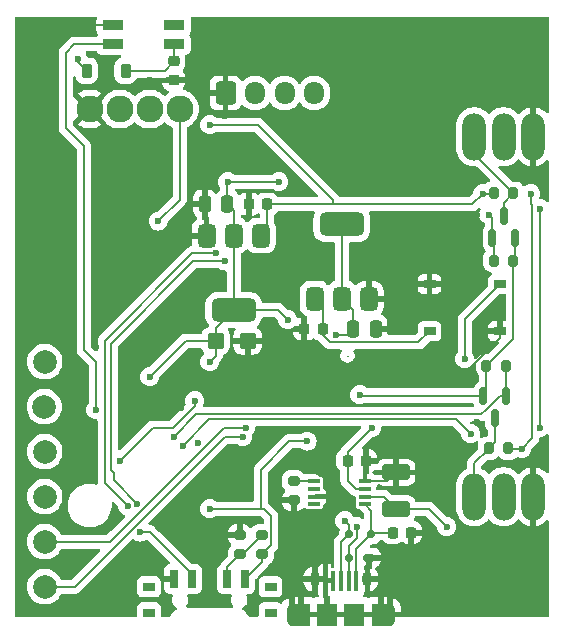
<source format=gbr>
%TF.GenerationSoftware,KiCad,Pcbnew,8.0.8-8.0.8-0~ubuntu24.04.1*%
%TF.CreationDate,2025-02-11T11:04:45-03:00*%
%TF.ProjectId,pm100,706d3130-302e-46b6-9963-61645f706362,rev?*%
%TF.SameCoordinates,Original*%
%TF.FileFunction,Copper,L2,Bot*%
%TF.FilePolarity,Positive*%
%FSLAX46Y46*%
G04 Gerber Fmt 4.6, Leading zero omitted, Abs format (unit mm)*
G04 Created by KiCad (PCBNEW 8.0.8-8.0.8-0~ubuntu24.04.1) date 2025-02-11 11:04:45*
%MOMM*%
%LPD*%
G01*
G04 APERTURE LIST*
G04 Aperture macros list*
%AMRoundRect*
0 Rectangle with rounded corners*
0 $1 Rounding radius*
0 $2 $3 $4 $5 $6 $7 $8 $9 X,Y pos of 4 corners*
0 Add a 4 corners polygon primitive as box body*
4,1,4,$2,$3,$4,$5,$6,$7,$8,$9,$2,$3,0*
0 Add four circle primitives for the rounded corners*
1,1,$1+$1,$2,$3*
1,1,$1+$1,$4,$5*
1,1,$1+$1,$6,$7*
1,1,$1+$1,$8,$9*
0 Add four rect primitives between the rounded corners*
20,1,$1+$1,$2,$3,$4,$5,0*
20,1,$1+$1,$4,$5,$6,$7,0*
20,1,$1+$1,$6,$7,$8,$9,0*
20,1,$1+$1,$8,$9,$2,$3,0*%
G04 Aperture macros list end*
%TA.AperFunction,ComponentPad*%
%ADD10C,2.286000*%
%TD*%
%TA.AperFunction,SMDPad,CuDef*%
%ADD11RoundRect,0.225000X-0.250000X0.225000X-0.250000X-0.225000X0.250000X-0.225000X0.250000X0.225000X0*%
%TD*%
%TA.AperFunction,SMDPad,CuDef*%
%ADD12C,2.000000*%
%TD*%
%TA.AperFunction,SMDPad,CuDef*%
%ADD13RoundRect,0.225000X0.225000X0.250000X-0.225000X0.250000X-0.225000X-0.250000X0.225000X-0.250000X0*%
%TD*%
%TA.AperFunction,SMDPad,CuDef*%
%ADD14RoundRect,0.200000X-0.200000X-0.275000X0.200000X-0.275000X0.200000X0.275000X-0.200000X0.275000X0*%
%TD*%
%TA.AperFunction,SMDPad,CuDef*%
%ADD15RoundRect,0.150000X-0.150000X0.587500X-0.150000X-0.587500X0.150000X-0.587500X0.150000X0.587500X0*%
%TD*%
%TA.AperFunction,SMDPad,CuDef*%
%ADD16O,2.000000X4.000000*%
%TD*%
%TA.AperFunction,SMDPad,CuDef*%
%ADD17R,1.100000X0.400000*%
%TD*%
%TA.AperFunction,SMDPad,CuDef*%
%ADD18R,1.000000X0.800000*%
%TD*%
%TA.AperFunction,SMDPad,CuDef*%
%ADD19R,0.700000X1.500000*%
%TD*%
%TA.AperFunction,SMDPad,CuDef*%
%ADD20RoundRect,0.200000X0.275000X-0.200000X0.275000X0.200000X-0.275000X0.200000X-0.275000X-0.200000X0*%
%TD*%
%TA.AperFunction,SMDPad,CuDef*%
%ADD21RoundRect,0.200000X0.200000X0.275000X-0.200000X0.275000X-0.200000X-0.275000X0.200000X-0.275000X0*%
%TD*%
%TA.AperFunction,SMDPad,CuDef*%
%ADD22RoundRect,0.225000X0.225000X0.375000X-0.225000X0.375000X-0.225000X-0.375000X0.225000X-0.375000X0*%
%TD*%
%TA.AperFunction,SMDPad,CuDef*%
%ADD23RoundRect,0.225000X-0.225000X-0.250000X0.225000X-0.250000X0.225000X0.250000X-0.225000X0.250000X0*%
%TD*%
%TA.AperFunction,SMDPad,CuDef*%
%ADD24RoundRect,0.250000X0.250000X0.475000X-0.250000X0.475000X-0.250000X-0.475000X0.250000X-0.475000X0*%
%TD*%
%TA.AperFunction,SMDPad,CuDef*%
%ADD25RoundRect,0.200000X-0.275000X0.200000X-0.275000X-0.200000X0.275000X-0.200000X0.275000X0.200000X0*%
%TD*%
%TA.AperFunction,SMDPad,CuDef*%
%ADD26RoundRect,0.250000X0.925000X-0.412500X0.925000X0.412500X-0.925000X0.412500X-0.925000X-0.412500X0*%
%TD*%
%TA.AperFunction,SMDPad,CuDef*%
%ADD27R,1.000000X0.700000*%
%TD*%
%TA.AperFunction,SMDPad,CuDef*%
%ADD28RoundRect,0.250000X-0.250000X-0.475000X0.250000X-0.475000X0.250000X0.475000X-0.250000X0.475000X0*%
%TD*%
%TA.AperFunction,SMDPad,CuDef*%
%ADD29RoundRect,0.375000X0.375000X-0.625000X0.375000X0.625000X-0.375000X0.625000X-0.375000X-0.625000X0*%
%TD*%
%TA.AperFunction,SMDPad,CuDef*%
%ADD30RoundRect,0.500000X1.400000X-0.500000X1.400000X0.500000X-1.400000X0.500000X-1.400000X-0.500000X0*%
%TD*%
%TA.AperFunction,SMDPad,CuDef*%
%ADD31RoundRect,0.375000X-0.375000X0.625000X-0.375000X-0.625000X0.375000X-0.625000X0.375000X0.625000X0*%
%TD*%
%TA.AperFunction,SMDPad,CuDef*%
%ADD32RoundRect,0.500000X-1.400000X0.500000X-1.400000X-0.500000X1.400000X-0.500000X1.400000X0.500000X0*%
%TD*%
%TA.AperFunction,ComponentPad*%
%ADD33RoundRect,0.250000X-0.600000X-0.725000X0.600000X-0.725000X0.600000X0.725000X-0.600000X0.725000X0*%
%TD*%
%TA.AperFunction,ComponentPad*%
%ADD34O,1.700000X1.950000*%
%TD*%
%TA.AperFunction,SMDPad,CuDef*%
%ADD35R,1.800000X0.820000*%
%TD*%
%TA.AperFunction,SMDPad,CuDef*%
%ADD36RoundRect,0.150000X0.150000X-0.587500X0.150000X0.587500X-0.150000X0.587500X-0.150000X-0.587500X0*%
%TD*%
%TA.AperFunction,SMDPad,CuDef*%
%ADD37RoundRect,0.250000X-0.450000X-0.425000X0.450000X-0.425000X0.450000X0.425000X-0.450000X0.425000X0*%
%TD*%
%TA.AperFunction,SMDPad,CuDef*%
%ADD38RoundRect,0.175000X0.325000X-0.175000X0.325000X0.175000X-0.325000X0.175000X-0.325000X-0.175000X0*%
%TD*%
%TA.AperFunction,SMDPad,CuDef*%
%ADD39RoundRect,0.150000X0.150000X-0.200000X0.150000X0.200000X-0.150000X0.200000X-0.150000X-0.200000X0*%
%TD*%
%TA.AperFunction,SMDPad,CuDef*%
%ADD40R,0.400000X1.750000*%
%TD*%
%TA.AperFunction,ComponentPad*%
%ADD41O,0.800000X1.900000*%
%TD*%
%TA.AperFunction,SMDPad,CuDef*%
%ADD42R,1.575000X1.900000*%
%TD*%
%TA.AperFunction,ComponentPad*%
%ADD43O,0.900000X1.150000*%
%TD*%
%TA.AperFunction,SMDPad,CuDef*%
%ADD44R,1.800000X1.900000*%
%TD*%
%TA.AperFunction,ViaPad*%
%ADD45C,0.600000*%
%TD*%
%TA.AperFunction,Conductor*%
%ADD46C,0.200000*%
%TD*%
G04 APERTURE END LIST*
D10*
%TO.P,J11,1,Pin_1*%
%TO.N,GND*%
X133350000Y-51000000D03*
%TO.P,J11,2,Pin_2*%
%TO.N,+3V3*%
X135890000Y-51000000D03*
%TO.P,J11,3,Pin_3*%
%TO.N,I2C-SCL*%
X138430000Y-51000000D03*
%TO.P,J11,4,Pin_4*%
%TO.N,I2C-SDA*%
X140970000Y-51000000D03*
%TD*%
D11*
%TO.P,C7,1*%
%TO.N,Net-(D2-VDD)*%
X140462000Y-46977000D03*
%TO.P,C7,2*%
%TO.N,GND*%
X140462000Y-48527000D03*
%TD*%
D12*
%TO.P,J8,1,Pin_1*%
%TO.N,Net-(J8-Pin_1)*%
X129540000Y-91440000D03*
%TD*%
D13*
%TO.P,C3,1*%
%TO.N,VDC*%
X148389999Y-59049000D03*
%TO.P,C3,2*%
%TO.N,GND*%
X146839999Y-59049000D03*
%TD*%
D14*
%TO.P,R2,1*%
%TO.N,PWM-RECEIVER*%
X167135000Y-79707500D03*
%TO.P,R2,2*%
%TO.N,VDC*%
X168785000Y-79707500D03*
%TD*%
D15*
%TO.P,Q5,1,G*%
%TO.N,+3V3*%
X166690000Y-75262500D03*
%TO.P,Q5,2,S*%
%TO.N,PWM-INPUT*%
X168590000Y-75262500D03*
%TO.P,Q5,3,D*%
%TO.N,PWM-RECEIVER*%
X167640000Y-77137501D03*
%TD*%
D16*
%TO.P,J7,1,Pin_1*%
%TO.N,GND*%
X170902000Y-53340000D03*
%TO.P,J7,2,Pin_2*%
%TO.N,unconnected-(J7-Pin_2-Pad2)*%
X168402000Y-53340000D03*
%TO.P,J7,3,Pin_3*%
%TO.N,PWM-ESC*%
X165902000Y-53340000D03*
%TD*%
D17*
%TO.P,U7,1,STAT*%
%TO.N,unconnected-(U7-STAT-Pad1)*%
X152350000Y-84475001D03*
%TO.P,U7,2,~{EN}*%
%TO.N,GND*%
X152350000Y-83825000D03*
%TO.P,U7,3,VSNS*%
%TO.N,unconnected-(U7-VSNS-Pad3)*%
X152350000Y-83175000D03*
%TO.P,U7,4,ILIM*%
%TO.N,Net-(U7-ILIM)*%
X152350000Y-82524999D03*
%TO.P,U7,5,GND*%
%TO.N,GND*%
X156650000Y-82524999D03*
%TO.P,U7,6,IN2*%
%TO.N,+5V*%
X156650000Y-83175000D03*
%TO.P,U7,7,OUT*%
%TO.N,VDC*%
X156650000Y-83825000D03*
%TO.P,U7,8,IN1*%
%TO.N,VBUS*%
X156650000Y-84475001D03*
%TD*%
D18*
%TO.P,SW1,*%
%TO.N,*%
X148660000Y-93665000D03*
X148660000Y-91455000D03*
X138360000Y-93665000D03*
X138360000Y-91455000D03*
D19*
%TO.P,SW1,1,1*%
%TO.N,+3V3*%
X146510000Y-90805000D03*
%TO.P,SW1,2,2*%
%TO.N,Net-(R6-Pad2)*%
X145010000Y-90805000D03*
%TO.P,SW1,3,3*%
%TO.N,AN-CLASSE*%
X142010000Y-90805000D03*
%TO.P,SW1,4,4*%
%TO.N,GND*%
X140510000Y-90805000D03*
%TD*%
D16*
%TO.P,J6,1,Pin_1*%
%TO.N,GND*%
X170902000Y-83820000D03*
%TO.P,J6,2,Pin_2*%
%TO.N,unconnected-(J6-Pin_2-Pad2)*%
X168402000Y-83820000D03*
%TO.P,J6,3,Pin_3*%
%TO.N,PWM-RECEIVER*%
X165902000Y-83820000D03*
%TD*%
D20*
%TO.P,R7,1*%
%TO.N,+3V3*%
X147955001Y-88709000D03*
%TO.P,R7,2*%
%TO.N,Net-(R6-Pad2)*%
X147955001Y-87059000D03*
%TD*%
D12*
%TO.P,J9,1,Pin_1*%
%TO.N,Net-(J9-Pin_1)*%
X129540000Y-87630000D03*
%TD*%
%TO.P,J14,1,Pin_1*%
%TO.N,Net-(J14-Pin_1)*%
X129540000Y-72390000D03*
%TD*%
D21*
%TO.P,R4,1*%
%TO.N,PWM-ESC*%
X169227000Y-58117500D03*
%TO.P,R4,2*%
%TO.N,VDC*%
X167577000Y-58117500D03*
%TD*%
D22*
%TO.P,D3,1,K*%
%TO.N,Net-(D2-VDD)*%
X136398000Y-47752000D03*
%TO.P,D3,2,A*%
%TO.N,VDC*%
X133098000Y-47752000D03*
%TD*%
D23*
%TO.P,C10,1*%
%TO.N,+5V*%
X155181000Y-80772000D03*
%TO.P,C10,2*%
%TO.N,GND*%
X156731000Y-80772000D03*
%TD*%
D24*
%TO.P,C8,1*%
%TO.N,+3V3*%
X145009000Y-59049000D03*
%TO.P,C8,2*%
%TO.N,GND*%
X143109002Y-59049000D03*
%TD*%
D12*
%TO.P,J13,1,Pin_1*%
%TO.N,Net-(J13-Pin_1)*%
X129540000Y-80010000D03*
%TD*%
D25*
%TO.P,R26,1*%
%TO.N,Net-(U7-ILIM)*%
X150622000Y-82487000D03*
%TO.P,R26,2*%
%TO.N,GND*%
X150622000Y-84137000D03*
%TD*%
D13*
%TO.P,C9,1*%
%TO.N,GND*%
X160541000Y-86868000D03*
%TO.P,C9,2*%
%TO.N,VBUS*%
X158991000Y-86868000D03*
%TD*%
%TO.P,C4,1*%
%TO.N,Net-(D1-+)*%
X153075000Y-69621000D03*
%TO.P,C4,2*%
%TO.N,GND*%
X151525000Y-69621000D03*
%TD*%
D26*
%TO.P,C11,1*%
%TO.N,VDC*%
X159258000Y-84849500D03*
%TO.P,C11,2*%
%TO.N,GND*%
X159258000Y-81774500D03*
%TD*%
D27*
%TO.P,D1,1,+*%
%TO.N,Net-(D1-+)*%
X162125000Y-69818000D03*
%TO.P,D1,2,-*%
%TO.N,GND*%
X162125000Y-65818000D03*
%TO.P,D1,3*%
%TO.N,+BATT*%
X168075000Y-65818000D03*
%TO.P,D1,4*%
%TO.N,GND*%
X168075000Y-69818000D03*
%TD*%
D28*
%TO.P,C5,1*%
%TO.N,+5V*%
X155655001Y-69621000D03*
%TO.P,C5,2*%
%TO.N,GND*%
X157554999Y-69621000D03*
%TD*%
D12*
%TO.P,J12,1,Pin_1*%
%TO.N,Net-(J12-Pin_1)*%
X129511000Y-76200000D03*
%TD*%
D29*
%TO.P,U3,1,GND*%
%TO.N,GND*%
X157000000Y-67056000D03*
%TO.P,U3,2,VO*%
%TO.N,+5V*%
X154700000Y-67055999D03*
D30*
X154700000Y-60756001D03*
D29*
%TO.P,U3,3,VI*%
%TO.N,Net-(D1-+)*%
X152400000Y-67056000D03*
%TD*%
D14*
%TO.P,R5,1*%
%TO.N,PWM-OUTPUT*%
X167577000Y-63832500D03*
%TO.P,R5,2*%
%TO.N,+3V3*%
X169227000Y-63832500D03*
%TD*%
D31*
%TO.P,U5,1,GND*%
%TO.N,GND*%
X143242000Y-61721999D03*
%TO.P,U5,2,VO*%
%TO.N,+3V3*%
X145542000Y-61722000D03*
D32*
X145542000Y-68021998D03*
D31*
%TO.P,U5,3,VI*%
%TO.N,VDC*%
X147842000Y-61721999D03*
%TD*%
D12*
%TO.P,J10,1,Pin_1*%
%TO.N,Net-(J10-Pin_1)*%
X129540000Y-83820000D03*
%TD*%
D33*
%TO.P,J5,1,Pin_1*%
%TO.N,GND*%
X144850000Y-49650000D03*
D34*
%TO.P,J5,2,Pin_2*%
%TO.N,Net-(J5-Pin_2)*%
X147350000Y-49650000D03*
%TO.P,J5,3,Pin_3*%
%TO.N,Net-(J5-Pin_3)*%
X149850000Y-49650000D03*
%TO.P,J5,4,Pin_4*%
%TO.N,Net-(J5-Pin_4)*%
X152350000Y-49650000D03*
%TD*%
D35*
%TO.P,D2,1,VDD*%
%TO.N,Net-(D2-VDD)*%
X140522000Y-45504000D03*
%TO.P,D2,2,DOUT*%
%TO.N,unconnected-(D2-DOUT-Pad2)*%
X140522000Y-43904000D03*
%TO.P,D2,3,VSS*%
%TO.N,GND*%
X135322000Y-43904000D03*
%TO.P,D2,4,DIN*%
%TO.N,LED*%
X135322000Y-45504000D03*
%TD*%
D36*
%TO.P,Q6,1,G*%
%TO.N,+3V3*%
X169352000Y-61897500D03*
%TO.P,Q6,2,S*%
%TO.N,PWM-OUTPUT*%
X167452000Y-61897500D03*
%TO.P,Q6,3,D*%
%TO.N,PWM-ESC*%
X168402000Y-60022499D03*
%TD*%
D37*
%TO.P,C16,1*%
%TO.N,+3V3*%
X144018000Y-70612000D03*
%TO.P,C16,2*%
%TO.N,GND*%
X146718000Y-70612000D03*
%TD*%
D21*
%TO.P,R3,1*%
%TO.N,PWM-INPUT*%
X168595000Y-72722500D03*
%TO.P,R3,2*%
%TO.N,+3V3*%
X166945000Y-72722500D03*
%TD*%
D25*
%TO.P,R6,1*%
%TO.N,GND*%
X146050000Y-87059000D03*
%TO.P,R6,2*%
%TO.N,Net-(R6-Pad2)*%
X146050000Y-88709000D03*
%TD*%
D38*
%TO.P,D4,1,GND*%
%TO.N,GND*%
X157000000Y-89000000D03*
D39*
%TO.P,D4,2,I/O1*%
%TO.N,USB_DM*%
X155300000Y-89000000D03*
%TO.P,D4,3,I/O2*%
%TO.N,USB_DP*%
X155300000Y-87000000D03*
%TO.P,D4,4,VCC*%
%TO.N,VBUS*%
X157200000Y-87000000D03*
%TD*%
D40*
%TO.P,J3,1,VBUS*%
%TO.N,VBUS*%
X155920000Y-90925000D03*
%TO.P,J3,2,D-*%
%TO.N,USB_DM*%
X155270000Y-90925000D03*
%TO.P,J3,3,D+*%
%TO.N,USB_DP*%
X154620000Y-90925000D03*
%TO.P,J3,4,ID*%
%TO.N,GND*%
X153970000Y-90925000D03*
%TO.P,J3,5,GND*%
X153320000Y-90925000D03*
D41*
%TO.P,J3,6,Shield*%
X158795000Y-93800000D03*
D42*
X158007500Y-93800000D03*
D43*
X156845000Y-90800000D03*
D44*
X155770000Y-93800000D03*
X153470000Y-93800000D03*
D43*
X152395000Y-90800000D03*
D42*
X151232500Y-93800000D03*
D41*
X150445000Y-93800000D03*
%TD*%
D45*
%TO.N,GND*%
X133858000Y-71120000D03*
X146304000Y-72136000D03*
X143510000Y-81534000D03*
X132080000Y-74676000D03*
X144780000Y-51562000D03*
X145796000Y-75946000D03*
X165354000Y-74168000D03*
X149606000Y-66802000D03*
X166116000Y-59944000D03*
X166116000Y-77470000D03*
X147320000Y-65532000D03*
X141224000Y-83566000D03*
X152400000Y-72136000D03*
X149606000Y-74168000D03*
X136266289Y-77028827D03*
X134366000Y-53086000D03*
X143764000Y-74930000D03*
X163322000Y-67818000D03*
X149860000Y-81280000D03*
X152400000Y-64516000D03*
X138430000Y-48514000D03*
X133096000Y-43942000D03*
X141110025Y-76340025D03*
X170942000Y-87122000D03*
X142494000Y-79248000D03*
%TO.N,+3V3*%
X151765000Y-79121000D03*
X145034000Y-57150000D03*
X156210000Y-75184000D03*
X143510000Y-84836000D03*
X150114000Y-68834000D03*
X143510000Y-72390000D03*
X149352000Y-57150000D03*
X138430000Y-73660000D03*
%TO.N,+5V*%
X154178000Y-70104000D03*
X157226000Y-77978000D03*
%TO.N,+BATT*%
X165100000Y-72136000D03*
%TO.N,PWM-INPUT*%
X140462000Y-78740000D03*
%TO.N,PWM-OUTPUT*%
X167132000Y-59944000D03*
X165608000Y-78486000D03*
X171450000Y-59436000D03*
X141224000Y-79502000D03*
X171450000Y-77978000D03*
%TO.N,AN-CLASSE*%
X137619620Y-86819620D03*
%TO.N,I2C-SDA*%
X139149295Y-60494705D03*
%TO.N,SLAVE_SDA*%
X144780000Y-63866000D03*
X137391380Y-84447380D03*
%TO.N,LED*%
X133858000Y-76454000D03*
%TO.N,SLAVE_SCL*%
X144054689Y-63216000D03*
X136555126Y-84599638D03*
%TO.N,Net-(J12-Pin_1)*%
X129511000Y-76200000D03*
%TO.N,Net-(J13-Pin_1)*%
X129540000Y-80010000D03*
%TO.N,Net-(J14-Pin_1)*%
X129540000Y-72390000D03*
%TO.N,VDC*%
X166624000Y-58166000D03*
X143510000Y-52324000D03*
X132334000Y-46736000D03*
X170688000Y-58166000D03*
X163576000Y-86360000D03*
X169926000Y-79756000D03*
%TO.N,USB_DM*%
X155956000Y-86360000D03*
%TO.N,USB_DP*%
X154940000Y-85852000D03*
%TO.N,Net-(J8-Pin_1)*%
X146304000Y-78740000D03*
X129540000Y-91440000D03*
%TO.N,Net-(J9-Pin_1)*%
X129540000Y-87630000D03*
X146558000Y-77978000D03*
%TO.N,Net-(J10-Pin_1)*%
X129540000Y-83820000D03*
X142240000Y-75692000D03*
X135890000Y-80772000D03*
%TD*%
D46*
%TO.N,GND*%
X135322000Y-43904000D02*
X133134000Y-43904000D01*
X168075000Y-69818000D02*
X168075000Y-70368000D01*
X140462000Y-48527000D02*
X138443000Y-48527000D01*
X133134000Y-43904000D02*
X133096000Y-43942000D01*
X138443000Y-48527000D02*
X138430000Y-48514000D01*
X158507501Y-82524999D02*
X159258000Y-81774500D01*
X165354000Y-73089000D02*
X165354000Y-74168000D01*
X168075000Y-70368000D02*
X165354000Y-73089000D01*
X156650000Y-82524999D02*
X158507501Y-82524999D01*
%TO.N,+3V3*%
X166945000Y-75007500D02*
X166690000Y-75262500D01*
X169352000Y-61897500D02*
X169352000Y-63707500D01*
X144018000Y-70612000D02*
X144018000Y-69545998D01*
X148590000Y-85344000D02*
X148082000Y-84836000D01*
X138430000Y-73660000D02*
X141478000Y-70612000D01*
X147955001Y-88709000D02*
X148730001Y-87934000D01*
X150241000Y-79121000D02*
X147828000Y-81534000D01*
X156288500Y-75262500D02*
X156210000Y-75184000D01*
X146510000Y-90805000D02*
X147955001Y-89359999D01*
X147955001Y-89359999D02*
X147955001Y-88709000D01*
X148082000Y-84836000D02*
X147828000Y-84836000D01*
X141478000Y-70612000D02*
X144018000Y-70612000D01*
X149352000Y-57150000D02*
X145034000Y-57150000D01*
X145542000Y-68021998D02*
X149301998Y-68021998D01*
X169227000Y-69596000D02*
X169227000Y-70440500D01*
X145542000Y-61722000D02*
X145542000Y-68021998D01*
X166945000Y-72722500D02*
X166945000Y-75007500D01*
X147828000Y-81534000D02*
X147828000Y-84836000D01*
X148730001Y-87934000D02*
X148730001Y-85484001D01*
X169227000Y-69596000D02*
X169227000Y-63832500D01*
X149301998Y-68021998D02*
X150114000Y-68834000D01*
X147828000Y-84836000D02*
X143510000Y-84836000D01*
X166690000Y-75262500D02*
X156288500Y-75262500D01*
X145009000Y-59049000D02*
X145009000Y-57175000D01*
X145542000Y-59582000D02*
X145009000Y-59049000D01*
X145009000Y-57175000D02*
X145034000Y-57150000D01*
X148730001Y-85484001D02*
X148590000Y-85344000D01*
X144018000Y-69545998D02*
X145542000Y-68021998D01*
X144018000Y-70612000D02*
X144018000Y-71882000D01*
X169227000Y-70440500D02*
X166945000Y-72722500D01*
X144018000Y-71882000D02*
X143510000Y-72390000D01*
X151765000Y-79121000D02*
X150241000Y-79121000D01*
X145542000Y-61722000D02*
X145542000Y-59582000D01*
X169352000Y-63707500D02*
X169227000Y-63832500D01*
%TO.N,Net-(D1-+)*%
X161189000Y-70754000D02*
X153733000Y-70754000D01*
X153075000Y-67731000D02*
X152400000Y-67056000D01*
X162125000Y-69818000D02*
X161189000Y-70754000D01*
X153075000Y-69621000D02*
X153075000Y-67731000D01*
X153733000Y-70754000D02*
X153075000Y-70096000D01*
X153075000Y-70096000D02*
X153075000Y-69621000D01*
%TO.N,+5V*%
X155172001Y-70104000D02*
X155655001Y-69621000D01*
X155181000Y-71895000D02*
X155194000Y-71882000D01*
X155181000Y-80023000D02*
X155181000Y-80772000D01*
X155655001Y-69621000D02*
X155655001Y-68011000D01*
X155900000Y-83175000D02*
X156650000Y-83175000D01*
X155181000Y-82456000D02*
X155900000Y-83175000D01*
X155181000Y-80772000D02*
X155181000Y-82456000D01*
X155655001Y-68011000D02*
X154700000Y-67055999D01*
X154178000Y-70104000D02*
X155172001Y-70104000D01*
X154700000Y-60756001D02*
X154700000Y-67055999D01*
X157226000Y-77978000D02*
X155181000Y-80023000D01*
%TO.N,+BATT*%
X168075000Y-65818000D02*
X165100000Y-68793000D01*
X165100000Y-68793000D02*
X165100000Y-72136000D01*
%TO.N,PWM-RECEIVER*%
X167135000Y-79707500D02*
X167135000Y-79753000D01*
X167135000Y-79753000D02*
X165902000Y-80986000D01*
X167640000Y-77137501D02*
X167640000Y-79202500D01*
X167640000Y-79202500D02*
X167135000Y-79707500D01*
X165902000Y-80986000D02*
X165902000Y-83820000D01*
%TO.N,PWM-INPUT*%
X168590000Y-75262500D02*
X168590000Y-72727500D01*
X168590000Y-72727500D02*
X168595000Y-72722500D01*
X166495552Y-76835000D02*
X166877276Y-76453276D01*
X142367000Y-76835000D02*
X166495552Y-76835000D01*
X166877276Y-76453276D02*
X166876552Y-76454000D01*
X168590000Y-75262500D02*
X168068052Y-75262500D01*
X168068052Y-75262500D02*
X166877276Y-76453276D01*
X142367000Y-76835000D02*
X140462000Y-78740000D01*
%TO.N,PWM-ESC*%
X165902000Y-54792500D02*
X165902000Y-53340000D01*
X169227000Y-58117500D02*
X165902000Y-54792500D01*
X168402000Y-58942500D02*
X169227000Y-58117500D01*
X168402000Y-60022499D02*
X168402000Y-58942500D01*
%TO.N,PWM-OUTPUT*%
X164357000Y-77235000D02*
X165608000Y-78486000D01*
X167452000Y-60264000D02*
X167452000Y-61897500D01*
X167132000Y-59944000D02*
X167452000Y-60264000D01*
X167577000Y-62022500D02*
X167452000Y-61897500D01*
X167577000Y-63832500D02*
X167577000Y-62022500D01*
X143491000Y-77235000D02*
X164357000Y-77235000D01*
X141224000Y-79502000D02*
X143491000Y-77235000D01*
X171450000Y-77978000D02*
X171450000Y-59436000D01*
%TO.N,Net-(R6-Pad2)*%
X146305001Y-88709000D02*
X147955001Y-87059000D01*
X145010000Y-89749000D02*
X145010000Y-90805000D01*
X146050000Y-88709000D02*
X145010000Y-89749000D01*
X146050000Y-88709000D02*
X146305001Y-88709000D01*
%TO.N,AN-CLASSE*%
X138424620Y-86819620D02*
X137619620Y-86819620D01*
X142010000Y-90805000D02*
X142010000Y-90405000D01*
X142010000Y-90405000D02*
X138424620Y-86819620D01*
%TO.N,I2C-SDA*%
X140970000Y-51000000D02*
X140970000Y-58674000D01*
X140970000Y-58674000D02*
X139149295Y-60494705D01*
%TO.N,SLAVE_SDA*%
X142128000Y-63866000D02*
X135128000Y-70866000D01*
X135382000Y-82438000D02*
X137391380Y-84447380D01*
X135128000Y-81534000D02*
X135382000Y-81788000D01*
X135382000Y-81788000D02*
X135382000Y-82438000D01*
X144780000Y-63866000D02*
X142128000Y-63866000D01*
X135128000Y-70866000D02*
X135128000Y-81534000D01*
%TO.N,Net-(D2-VDD)*%
X140522000Y-46917000D02*
X140462000Y-46977000D01*
X136398000Y-47752000D02*
X139687000Y-47752000D01*
X140522000Y-45504000D02*
X140522000Y-46917000D01*
X139687000Y-47752000D02*
X140462000Y-46977000D01*
%TO.N,LED*%
X131318000Y-52578000D02*
X131318000Y-46228000D01*
X132842000Y-54102000D02*
X131318000Y-52578000D01*
X132842000Y-71374000D02*
X132842000Y-54102000D01*
X132042000Y-45504000D02*
X135322000Y-45504000D01*
X133858000Y-72390000D02*
X132842000Y-71374000D01*
X133858000Y-76454000D02*
X133858000Y-72390000D01*
X131318000Y-46228000D02*
X132042000Y-45504000D01*
%TO.N,SLAVE_SCL*%
X144054689Y-63216000D02*
X142016000Y-63216000D01*
X142016000Y-63216000D02*
X134620000Y-70612000D01*
X134620000Y-82664512D02*
X136555126Y-84599638D01*
X134620000Y-70612000D02*
X134620000Y-82664512D01*
%TO.N,VDC*%
X169926000Y-79756000D02*
X168833500Y-79756000D01*
X167528500Y-58166000D02*
X167577000Y-58117500D01*
X166624000Y-58166000D02*
X165741000Y-59049000D01*
X147574000Y-52324000D02*
X143510000Y-52324000D01*
X148389999Y-61174000D02*
X147842000Y-61721999D01*
X159258000Y-84849500D02*
X158233500Y-83825000D01*
X168833500Y-79756000D02*
X168785000Y-79707500D01*
X159258000Y-84849500D02*
X162065500Y-84849500D01*
X132334000Y-46736000D02*
X132334000Y-46988000D01*
X170800000Y-59166761D02*
X170688000Y-59054761D01*
X148389999Y-59049000D02*
X148389999Y-61174000D01*
X162065500Y-84849500D02*
X163576000Y-86360000D01*
X165741000Y-59049000D02*
X153924000Y-59049000D01*
X158233500Y-83825000D02*
X156650000Y-83825000D01*
X166624000Y-58166000D02*
X167528500Y-58166000D01*
X132334000Y-46988000D02*
X133098000Y-47752000D01*
X150622000Y-55372000D02*
X147574000Y-52324000D01*
X153924000Y-59049000D02*
X148389999Y-59049000D01*
X153924000Y-59049000D02*
X153924000Y-58674000D01*
X169926000Y-79756000D02*
X170800000Y-78882000D01*
X170688000Y-59054761D02*
X170688000Y-58166000D01*
X170800000Y-78882000D02*
X170800000Y-59166761D01*
X153924000Y-58674000D02*
X150622000Y-55372000D01*
%TO.N,VBUS*%
X157200000Y-85025001D02*
X156650000Y-84475001D01*
X158991000Y-86868000D02*
X157332000Y-86868000D01*
X157200000Y-87000000D02*
X157200000Y-85025001D01*
X157200000Y-87000000D02*
X155920000Y-88280000D01*
X155920000Y-88280000D02*
X155920000Y-90925000D01*
X157332000Y-86868000D02*
X157200000Y-87000000D01*
%TO.N,USB_DM*%
X155300000Y-89000000D02*
X155300000Y-90895000D01*
X155300000Y-90895000D02*
X155270000Y-90925000D01*
X155956000Y-86360000D02*
X155956000Y-87334552D01*
X155300000Y-87990552D02*
X155300000Y-89000000D01*
X155956000Y-87334552D02*
X155300000Y-87990552D01*
%TO.N,USB_DP*%
X155300000Y-86212000D02*
X154940000Y-85852000D01*
X154620000Y-90925000D02*
X154620000Y-87680000D01*
X154620000Y-87680000D02*
X155300000Y-87000000D01*
X155300000Y-87000000D02*
X155300000Y-86212000D01*
%TO.N,Net-(U7-ILIM)*%
X152312001Y-82487000D02*
X152350000Y-82524999D01*
X150622000Y-82487000D02*
X152312001Y-82487000D01*
%TO.N,Net-(J8-Pin_1)*%
X144780000Y-78740000D02*
X146304000Y-78740000D01*
X129540000Y-91440000D02*
X132080000Y-91440000D01*
X132080000Y-91440000D02*
X143256000Y-80264000D01*
X143256000Y-80264000D02*
X144780000Y-78740000D01*
%TO.N,Net-(J9-Pin_1)*%
X135070314Y-87630000D02*
X135498314Y-87202000D01*
X146558000Y-77978000D02*
X144722314Y-77978000D01*
X144722314Y-77978000D02*
X135498314Y-87202000D01*
X129540000Y-87630000D02*
X135070314Y-87630000D01*
%TO.N,Net-(J10-Pin_1)*%
X142240000Y-76129289D02*
X140391289Y-77978000D01*
X142240000Y-75692000D02*
X142240000Y-76129289D01*
X140391289Y-77978000D02*
X138684000Y-77978000D01*
X138684000Y-77978000D02*
X135890000Y-80772000D01*
%TD*%
%TA.AperFunction,Conductor*%
%TO.N,GND*%
G36*
X133893914Y-43199685D02*
G01*
X133939669Y-43252489D01*
X133949613Y-43321647D01*
X133943056Y-43347334D01*
X133928404Y-43386616D01*
X133928401Y-43386627D01*
X133922000Y-43446155D01*
X133922000Y-44361844D01*
X133928401Y-44421372D01*
X133928403Y-44421379D01*
X133978645Y-44556086D01*
X133978646Y-44556088D01*
X134033432Y-44629272D01*
X134057849Y-44694736D01*
X134042998Y-44763009D01*
X134033432Y-44777894D01*
X133976601Y-44853811D01*
X133920667Y-44895682D01*
X133877334Y-44903500D01*
X132128670Y-44903500D01*
X132128654Y-44903499D01*
X132121058Y-44903499D01*
X131962943Y-44903499D01*
X131886579Y-44923961D01*
X131810214Y-44944423D01*
X131810209Y-44944426D01*
X131673290Y-45023475D01*
X131673282Y-45023481D01*
X130837481Y-45859282D01*
X130837479Y-45859285D01*
X130787361Y-45946094D01*
X130787359Y-45946096D01*
X130758425Y-45996209D01*
X130758424Y-45996210D01*
X130751652Y-46021483D01*
X130717499Y-46148943D01*
X130717499Y-46148945D01*
X130717499Y-46317046D01*
X130717500Y-46317059D01*
X130717500Y-52491330D01*
X130717499Y-52491348D01*
X130717499Y-52657054D01*
X130717498Y-52657054D01*
X130758424Y-52809787D01*
X130767935Y-52826260D01*
X130767936Y-52826262D01*
X130837477Y-52946712D01*
X130837481Y-52946717D01*
X130956349Y-53065585D01*
X130956355Y-53065590D01*
X132205181Y-54314416D01*
X132238666Y-54375739D01*
X132241500Y-54402097D01*
X132241500Y-71287330D01*
X132241499Y-71287348D01*
X132241499Y-71453054D01*
X132241498Y-71453054D01*
X132282422Y-71605783D01*
X132298562Y-71633739D01*
X132361475Y-71742709D01*
X132361481Y-71742717D01*
X132480349Y-71861585D01*
X132480355Y-71861590D01*
X133221181Y-72602416D01*
X133254666Y-72663739D01*
X133257500Y-72690097D01*
X133257500Y-75871587D01*
X133237815Y-75938626D01*
X133230450Y-75948896D01*
X133228186Y-75951734D01*
X133132211Y-76104476D01*
X133072631Y-76274745D01*
X133072630Y-76274750D01*
X133052435Y-76453996D01*
X133052435Y-76454003D01*
X133072630Y-76633249D01*
X133072631Y-76633254D01*
X133132211Y-76803523D01*
X133203266Y-76916606D01*
X133228184Y-76956262D01*
X133355738Y-77083816D01*
X133508478Y-77179789D01*
X133678745Y-77239368D01*
X133678750Y-77239369D01*
X133857996Y-77259565D01*
X133858000Y-77259565D01*
X133858001Y-77259565D01*
X133867039Y-77258546D01*
X133881615Y-77256904D01*
X133950437Y-77268958D01*
X134001817Y-77316306D01*
X134019500Y-77380124D01*
X134019500Y-82577842D01*
X134019499Y-82577860D01*
X134019499Y-82684013D01*
X133999814Y-82751052D01*
X133947010Y-82796807D01*
X133877852Y-82806751D01*
X133863409Y-82803788D01*
X133711789Y-82763162D01*
X133711788Y-82763161D01*
X133711785Y-82763161D01*
X133471289Y-82731500D01*
X133471288Y-82731500D01*
X133228712Y-82731500D01*
X133228711Y-82731500D01*
X132988214Y-82763161D01*
X132753895Y-82825947D01*
X132529794Y-82918773D01*
X132529785Y-82918777D01*
X132319706Y-83040067D01*
X132127263Y-83187733D01*
X132127256Y-83187739D01*
X131955739Y-83359256D01*
X131955733Y-83359263D01*
X131808067Y-83551706D01*
X131686777Y-83761785D01*
X131686773Y-83761794D01*
X131593947Y-83985895D01*
X131531161Y-84220214D01*
X131499500Y-84460711D01*
X131499500Y-84703288D01*
X131530412Y-84938097D01*
X131531162Y-84943789D01*
X131556138Y-85036999D01*
X131593947Y-85178104D01*
X131684201Y-85395996D01*
X131686776Y-85402212D01*
X131808064Y-85612289D01*
X131808066Y-85612292D01*
X131808067Y-85612293D01*
X131955733Y-85804736D01*
X131955739Y-85804743D01*
X132127256Y-85976260D01*
X132127263Y-85976266D01*
X132203155Y-86034500D01*
X132319711Y-86123936D01*
X132529788Y-86245224D01*
X132753900Y-86338054D01*
X132988211Y-86400838D01*
X133162704Y-86423810D01*
X133228711Y-86432500D01*
X133228712Y-86432500D01*
X133471289Y-86432500D01*
X133519388Y-86426167D01*
X133711789Y-86400838D01*
X133946100Y-86338054D01*
X134170212Y-86245224D01*
X134380289Y-86123936D01*
X134572738Y-85976265D01*
X134744265Y-85804738D01*
X134891936Y-85612289D01*
X135013224Y-85402212D01*
X135106054Y-85178100D01*
X135168838Y-84943789D01*
X135200500Y-84703288D01*
X135200500Y-84460712D01*
X135192619Y-84400851D01*
X135203384Y-84331818D01*
X135249764Y-84279562D01*
X135317033Y-84260676D01*
X135383833Y-84281156D01*
X135403239Y-84296986D01*
X135724424Y-84618171D01*
X135757909Y-84679494D01*
X135759963Y-84691968D01*
X135769756Y-84778887D01*
X135829336Y-84949159D01*
X135884529Y-85036998D01*
X135925310Y-85101900D01*
X136052864Y-85229454D01*
X136132623Y-85279570D01*
X136205604Y-85325427D01*
X136256419Y-85343208D01*
X136313195Y-85383930D01*
X136338943Y-85448882D01*
X136325487Y-85517444D01*
X136303146Y-85547931D01*
X135129598Y-86721481D01*
X134857898Y-86993181D01*
X134796575Y-87026666D01*
X134770217Y-87029500D01*
X130996116Y-87029500D01*
X130929077Y-87009815D01*
X130883322Y-86957011D01*
X130882560Y-86955311D01*
X130864172Y-86913391D01*
X130728166Y-86705217D01*
X130667469Y-86639283D01*
X130559744Y-86522262D01*
X130363509Y-86369526D01*
X130363507Y-86369525D01*
X130363506Y-86369524D01*
X130144811Y-86251172D01*
X130144802Y-86251169D01*
X129909616Y-86170429D01*
X129664335Y-86129500D01*
X129415665Y-86129500D01*
X129170383Y-86170429D01*
X128935197Y-86251169D01*
X128935188Y-86251172D01*
X128716493Y-86369524D01*
X128520257Y-86522261D01*
X128351833Y-86705217D01*
X128215826Y-86913393D01*
X128115936Y-87141118D01*
X128054892Y-87382175D01*
X128054890Y-87382187D01*
X128034357Y-87629994D01*
X128034357Y-87630005D01*
X128054890Y-87877812D01*
X128054892Y-87877824D01*
X128115936Y-88118881D01*
X128215826Y-88346606D01*
X128351833Y-88554782D01*
X128351836Y-88554785D01*
X128520256Y-88737738D01*
X128716491Y-88890474D01*
X128935190Y-89008828D01*
X129170386Y-89089571D01*
X129415665Y-89130500D01*
X129664335Y-89130500D01*
X129909614Y-89089571D01*
X130144810Y-89008828D01*
X130363509Y-88890474D01*
X130559744Y-88737738D01*
X130728164Y-88554785D01*
X130864173Y-88346607D01*
X130882560Y-88304689D01*
X130927517Y-88251204D01*
X130994253Y-88230514D01*
X130996116Y-88230500D01*
X134140903Y-88230500D01*
X134207942Y-88250185D01*
X134253697Y-88302989D01*
X134263641Y-88372147D01*
X134234616Y-88435703D01*
X134228584Y-88442181D01*
X131867584Y-90803181D01*
X131806261Y-90836666D01*
X131779903Y-90839500D01*
X130996116Y-90839500D01*
X130929077Y-90819815D01*
X130883322Y-90767011D01*
X130882560Y-90765311D01*
X130864172Y-90723391D01*
X130728166Y-90515217D01*
X130687465Y-90471004D01*
X130559744Y-90332262D01*
X130363509Y-90179526D01*
X130363507Y-90179525D01*
X130363506Y-90179524D01*
X130144811Y-90061172D01*
X130144802Y-90061169D01*
X129909616Y-89980429D01*
X129664335Y-89939500D01*
X129415665Y-89939500D01*
X129170383Y-89980429D01*
X128935197Y-90061169D01*
X128935188Y-90061172D01*
X128716493Y-90179524D01*
X128520257Y-90332261D01*
X128351833Y-90515217D01*
X128215826Y-90723393D01*
X128115936Y-90951118D01*
X128054892Y-91192175D01*
X128054890Y-91192187D01*
X128034357Y-91439994D01*
X128034357Y-91440005D01*
X128054890Y-91687812D01*
X128054892Y-91687824D01*
X128115936Y-91928881D01*
X128215826Y-92156606D01*
X128351833Y-92364782D01*
X128351836Y-92364785D01*
X128520256Y-92547738D01*
X128716491Y-92700474D01*
X128935190Y-92818828D01*
X129170386Y-92899571D01*
X129415665Y-92940500D01*
X129664335Y-92940500D01*
X129909614Y-92899571D01*
X130144810Y-92818828D01*
X130363509Y-92700474D01*
X130559744Y-92547738D01*
X130728164Y-92364785D01*
X130734232Y-92355498D01*
X130771277Y-92298796D01*
X130864173Y-92156607D01*
X130882560Y-92114689D01*
X130927517Y-92061204D01*
X130994253Y-92040514D01*
X130996116Y-92040500D01*
X131993331Y-92040500D01*
X131993347Y-92040501D01*
X132000943Y-92040501D01*
X132159054Y-92040501D01*
X132159057Y-92040501D01*
X132311785Y-91999577D01*
X132376033Y-91962483D01*
X132448716Y-91920520D01*
X132560520Y-91808716D01*
X132560520Y-91808714D01*
X132570724Y-91798511D01*
X132570728Y-91798506D01*
X133362099Y-91007135D01*
X137359500Y-91007135D01*
X137359500Y-91902870D01*
X137359501Y-91902876D01*
X137365908Y-91962483D01*
X137416202Y-92097328D01*
X137416206Y-92097335D01*
X137502452Y-92212544D01*
X137502455Y-92212547D01*
X137617664Y-92298793D01*
X137617671Y-92298797D01*
X137752517Y-92349091D01*
X137752516Y-92349091D01*
X137759444Y-92349835D01*
X137812127Y-92355500D01*
X138907872Y-92355499D01*
X138967483Y-92349091D01*
X139102331Y-92298796D01*
X139217546Y-92212546D01*
X139303796Y-92097331D01*
X139354091Y-91962483D01*
X139360500Y-91902873D01*
X139360499Y-91007128D01*
X139354091Y-90947517D01*
X139319620Y-90855096D01*
X139303797Y-90812671D01*
X139303793Y-90812664D01*
X139217547Y-90697455D01*
X139217544Y-90697452D01*
X139102335Y-90611206D01*
X139102328Y-90611202D01*
X138967482Y-90560908D01*
X138967483Y-90560908D01*
X138907883Y-90554501D01*
X138907881Y-90554500D01*
X138907873Y-90554500D01*
X138907864Y-90554500D01*
X137812129Y-90554500D01*
X137812123Y-90554501D01*
X137752516Y-90560908D01*
X137617671Y-90611202D01*
X137617664Y-90611206D01*
X137502455Y-90697452D01*
X137502452Y-90697455D01*
X137416206Y-90812664D01*
X137416202Y-90812671D01*
X137365908Y-90947517D01*
X137359501Y-91007116D01*
X137359501Y-91007123D01*
X137359500Y-91007135D01*
X133362099Y-91007135D01*
X136930897Y-87438337D01*
X136992220Y-87404852D01*
X137061912Y-87409836D01*
X137106259Y-87438337D01*
X137117358Y-87449436D01*
X137270098Y-87545409D01*
X137342456Y-87570728D01*
X137440365Y-87604988D01*
X137440370Y-87604989D01*
X137619616Y-87625185D01*
X137619620Y-87625185D01*
X137619624Y-87625185D01*
X137798869Y-87604989D01*
X137798872Y-87604988D01*
X137798875Y-87604988D01*
X137969142Y-87545409D01*
X138089321Y-87469895D01*
X138156556Y-87450895D01*
X138223391Y-87471262D01*
X138242973Y-87487208D01*
X140109378Y-89353613D01*
X140142863Y-89414936D01*
X140137879Y-89484628D01*
X140096007Y-89540561D01*
X140059497Y-89557633D01*
X140059892Y-89558691D01*
X139917913Y-89611645D01*
X139917906Y-89611649D01*
X139802812Y-89697809D01*
X139802809Y-89697812D01*
X139716649Y-89812906D01*
X139716645Y-89812913D01*
X139666403Y-89947620D01*
X139666401Y-89947627D01*
X139660000Y-90007155D01*
X139660000Y-90555000D01*
X140386000Y-90555000D01*
X140453039Y-90574685D01*
X140498794Y-90627489D01*
X140510000Y-90679000D01*
X140510000Y-90931000D01*
X140490315Y-90998039D01*
X140437511Y-91043794D01*
X140386000Y-91055000D01*
X139660000Y-91055000D01*
X139660000Y-91602844D01*
X139666401Y-91662372D01*
X139666403Y-91662379D01*
X139716645Y-91797086D01*
X139716649Y-91797093D01*
X139802809Y-91912187D01*
X139802812Y-91912190D01*
X139917906Y-91998350D01*
X139917913Y-91998354D01*
X140052620Y-92048596D01*
X140052627Y-92048598D01*
X140112155Y-92054999D01*
X140112172Y-92055000D01*
X140277587Y-92055000D01*
X140344626Y-92074685D01*
X140390381Y-92127489D01*
X140400325Y-92196647D01*
X140390355Y-92227062D01*
X140391556Y-92227560D01*
X140336421Y-92360667D01*
X140336418Y-92360677D01*
X140309500Y-92496004D01*
X140309500Y-92496007D01*
X140309500Y-92633993D01*
X140309500Y-92633995D01*
X140309499Y-92633995D01*
X140336418Y-92769322D01*
X140336421Y-92769332D01*
X140389221Y-92896804D01*
X140389228Y-92896817D01*
X140465885Y-93011541D01*
X140465888Y-93011545D01*
X140563457Y-93109114D01*
X140682625Y-93188739D01*
X140727430Y-93242351D01*
X140736137Y-93311676D01*
X140705983Y-93374703D01*
X140670035Y-93402323D01*
X140658483Y-93408209D01*
X140497716Y-93525015D01*
X140357202Y-93665532D01*
X140357198Y-93665536D01*
X140240397Y-93826303D01*
X140196582Y-93912295D01*
X140148607Y-93963091D01*
X140086097Y-93980000D01*
X139484500Y-93980000D01*
X139417461Y-93960315D01*
X139371706Y-93907511D01*
X139360500Y-93856000D01*
X139360499Y-93217129D01*
X139360498Y-93217123D01*
X139357128Y-93185775D01*
X139354091Y-93157517D01*
X139352410Y-93153011D01*
X139303797Y-93022671D01*
X139303793Y-93022664D01*
X139217547Y-92907455D01*
X139217544Y-92907452D01*
X139102335Y-92821206D01*
X139102328Y-92821202D01*
X138967482Y-92770908D01*
X138967483Y-92770908D01*
X138907883Y-92764501D01*
X138907881Y-92764500D01*
X138907873Y-92764500D01*
X138907864Y-92764500D01*
X137812129Y-92764500D01*
X137812123Y-92764501D01*
X137752516Y-92770908D01*
X137617671Y-92821202D01*
X137617664Y-92821206D01*
X137502455Y-92907452D01*
X137502452Y-92907455D01*
X137416206Y-93022664D01*
X137416202Y-93022671D01*
X137365910Y-93157513D01*
X137365909Y-93157517D01*
X137359500Y-93217127D01*
X137359500Y-93550000D01*
X137359501Y-93856000D01*
X137339817Y-93923039D01*
X137287013Y-93968794D01*
X137235501Y-93980000D01*
X127123902Y-93980000D01*
X127056863Y-93960315D01*
X127011108Y-93907511D01*
X126999902Y-93856017D01*
X126999894Y-93800000D01*
X126998552Y-83819994D01*
X128034357Y-83819994D01*
X128034357Y-83820005D01*
X128054890Y-84067812D01*
X128054892Y-84067824D01*
X128115936Y-84308881D01*
X128215826Y-84536606D01*
X128351833Y-84744782D01*
X128351836Y-84744785D01*
X128520256Y-84927738D01*
X128716491Y-85080474D01*
X128716493Y-85080475D01*
X128910604Y-85185523D01*
X128935190Y-85198828D01*
X129170386Y-85279571D01*
X129415665Y-85320500D01*
X129664335Y-85320500D01*
X129909614Y-85279571D01*
X130144810Y-85198828D01*
X130363509Y-85080474D01*
X130559744Y-84927738D01*
X130728164Y-84744785D01*
X130864173Y-84536607D01*
X130964063Y-84308881D01*
X131025108Y-84067821D01*
X131025109Y-84067812D01*
X131045643Y-83820005D01*
X131045643Y-83819994D01*
X131025109Y-83572187D01*
X131025107Y-83572175D01*
X130964063Y-83331118D01*
X130864173Y-83103393D01*
X130728166Y-82895217D01*
X130663261Y-82824712D01*
X130559744Y-82712262D01*
X130363509Y-82559526D01*
X130363507Y-82559525D01*
X130363506Y-82559524D01*
X130144811Y-82441172D01*
X130144802Y-82441169D01*
X129909616Y-82360429D01*
X129664335Y-82319500D01*
X129415665Y-82319500D01*
X129170383Y-82360429D01*
X128935197Y-82441169D01*
X128935188Y-82441172D01*
X128716493Y-82559524D01*
X128520257Y-82712261D01*
X128351833Y-82895217D01*
X128215826Y-83103393D01*
X128115936Y-83331118D01*
X128054892Y-83572175D01*
X128054890Y-83572187D01*
X128034357Y-83819994D01*
X126998552Y-83819994D01*
X126998039Y-80009994D01*
X128034357Y-80009994D01*
X128034357Y-80010005D01*
X128054890Y-80257812D01*
X128054892Y-80257824D01*
X128115936Y-80498881D01*
X128215826Y-80726606D01*
X128351833Y-80934782D01*
X128351836Y-80934785D01*
X128520256Y-81117738D01*
X128716491Y-81270474D01*
X128935190Y-81388828D01*
X129170386Y-81469571D01*
X129415665Y-81510500D01*
X129664335Y-81510500D01*
X129909614Y-81469571D01*
X130144810Y-81388828D01*
X130363509Y-81270474D01*
X130559744Y-81117738D01*
X130728164Y-80934785D01*
X130864173Y-80726607D01*
X130964063Y-80498881D01*
X131025108Y-80257821D01*
X131045643Y-80010000D01*
X131043607Y-79985430D01*
X131025109Y-79762187D01*
X131025107Y-79762175D01*
X130964063Y-79521118D01*
X130864173Y-79293393D01*
X130728166Y-79085217D01*
X130677529Y-79030211D01*
X130559744Y-78902262D01*
X130363509Y-78749526D01*
X130363507Y-78749525D01*
X130363506Y-78749524D01*
X130144811Y-78631172D01*
X130144802Y-78631169D01*
X129909616Y-78550429D01*
X129664335Y-78509500D01*
X129415665Y-78509500D01*
X129170383Y-78550429D01*
X128935197Y-78631169D01*
X128935188Y-78631172D01*
X128716493Y-78749524D01*
X128520257Y-78902261D01*
X128351833Y-79085217D01*
X128215826Y-79293393D01*
X128115936Y-79521118D01*
X128054892Y-79762175D01*
X128054890Y-79762187D01*
X128034357Y-80009994D01*
X126998039Y-80009994D01*
X126997526Y-76199994D01*
X128005357Y-76199994D01*
X128005357Y-76200005D01*
X128025890Y-76447812D01*
X128025892Y-76447824D01*
X128086936Y-76688881D01*
X128186826Y-76916606D01*
X128322833Y-77124782D01*
X128322836Y-77124785D01*
X128491256Y-77307738D01*
X128687491Y-77460474D01*
X128906190Y-77578828D01*
X129141386Y-77659571D01*
X129386665Y-77700500D01*
X129635335Y-77700500D01*
X129880614Y-77659571D01*
X130115810Y-77578828D01*
X130334509Y-77460474D01*
X130530744Y-77307738D01*
X130699164Y-77124785D01*
X130835173Y-76916607D01*
X130935063Y-76688881D01*
X130996108Y-76447821D01*
X130996109Y-76447812D01*
X131016643Y-76200005D01*
X131016643Y-76199994D01*
X130996109Y-75952187D01*
X130996107Y-75952175D01*
X130935063Y-75711118D01*
X130835173Y-75483393D01*
X130699166Y-75275217D01*
X130615197Y-75184003D01*
X130530744Y-75092262D01*
X130334509Y-74939526D01*
X130334507Y-74939525D01*
X130334506Y-74939524D01*
X130115811Y-74821172D01*
X130115802Y-74821169D01*
X129880616Y-74740429D01*
X129635335Y-74699500D01*
X129386665Y-74699500D01*
X129141383Y-74740429D01*
X128906197Y-74821169D01*
X128906188Y-74821172D01*
X128687493Y-74939524D01*
X128491257Y-75092261D01*
X128322833Y-75275217D01*
X128186826Y-75483393D01*
X128086936Y-75711118D01*
X128025892Y-75952175D01*
X128025890Y-75952187D01*
X128005357Y-76199994D01*
X126997526Y-76199994D01*
X126997013Y-72389994D01*
X128034357Y-72389994D01*
X128034357Y-72390005D01*
X128054890Y-72637812D01*
X128054892Y-72637824D01*
X128115936Y-72878881D01*
X128215826Y-73106606D01*
X128351833Y-73314782D01*
X128384245Y-73349991D01*
X128520256Y-73497738D01*
X128716491Y-73650474D01*
X128935190Y-73768828D01*
X129170386Y-73849571D01*
X129415665Y-73890500D01*
X129664335Y-73890500D01*
X129909614Y-73849571D01*
X130144810Y-73768828D01*
X130363509Y-73650474D01*
X130559744Y-73497738D01*
X130728164Y-73314785D01*
X130864173Y-73106607D01*
X130964063Y-72878881D01*
X131025108Y-72637821D01*
X131030790Y-72569249D01*
X131045643Y-72390005D01*
X131045643Y-72389994D01*
X131025109Y-72142187D01*
X131025107Y-72142175D01*
X130964063Y-71901118D01*
X130864173Y-71673393D01*
X130728166Y-71465217D01*
X130706557Y-71441744D01*
X130559744Y-71282262D01*
X130363509Y-71129526D01*
X130363507Y-71129525D01*
X130363506Y-71129524D01*
X130144811Y-71011172D01*
X130144802Y-71011169D01*
X129909616Y-70930429D01*
X129664335Y-70889500D01*
X129415665Y-70889500D01*
X129170383Y-70930429D01*
X128935197Y-71011169D01*
X128935188Y-71011172D01*
X128716493Y-71129524D01*
X128520257Y-71282261D01*
X128351833Y-71465217D01*
X128215826Y-71673393D01*
X128115936Y-71901118D01*
X128054892Y-72142175D01*
X128054890Y-72142187D01*
X128034357Y-72389994D01*
X126997013Y-72389994D01*
X126995779Y-63221876D01*
X126993098Y-43304017D01*
X127012774Y-43236975D01*
X127065571Y-43191213D01*
X127117098Y-43180000D01*
X133826875Y-43180000D01*
X133893914Y-43199685D01*
G37*
%TD.AperFunction*%
%TA.AperFunction,Conductor*%
G36*
X156286940Y-77855185D02*
G01*
X156332695Y-77907989D01*
X156342639Y-77977147D01*
X156313614Y-78040703D01*
X156307582Y-78047181D01*
X154812286Y-79542478D01*
X154700481Y-79654282D01*
X154700479Y-79654285D01*
X154650361Y-79741094D01*
X154650359Y-79741096D01*
X154621425Y-79791209D01*
X154621421Y-79791218D01*
X154606968Y-79845157D01*
X154570603Y-79904817D01*
X154552293Y-79918599D01*
X154502956Y-79949031D01*
X154383029Y-80068959D01*
X154294001Y-80213294D01*
X154293996Y-80213305D01*
X154240651Y-80374290D01*
X154230500Y-80473647D01*
X154230500Y-81070337D01*
X154230501Y-81070355D01*
X154240650Y-81169707D01*
X154240651Y-81169710D01*
X154293996Y-81330694D01*
X154294001Y-81330705D01*
X154383029Y-81475040D01*
X154383032Y-81475044D01*
X154502956Y-81594968D01*
X154521596Y-81606465D01*
X154568321Y-81658412D01*
X154580500Y-81712004D01*
X154580500Y-82369330D01*
X154580499Y-82369348D01*
X154580499Y-82535054D01*
X154580498Y-82535054D01*
X154591068Y-82574500D01*
X154620412Y-82684013D01*
X154621424Y-82687787D01*
X154639320Y-82718783D01*
X154639321Y-82718785D01*
X154700477Y-82824712D01*
X154700481Y-82824717D01*
X154819349Y-82943585D01*
X154819354Y-82943589D01*
X155531284Y-83655520D01*
X155531286Y-83655521D01*
X155531290Y-83655524D01*
X155645723Y-83721591D01*
X155668216Y-83734577D01*
X155807597Y-83771924D01*
X155867254Y-83808288D01*
X155897783Y-83871135D01*
X155899500Y-83891698D01*
X155899500Y-84044752D01*
X155913515Y-84115209D01*
X155912239Y-84115462D01*
X155918317Y-84172023D01*
X155911304Y-84195906D01*
X155899500Y-84255248D01*
X155899500Y-84694753D01*
X155911131Y-84753230D01*
X155911132Y-84753231D01*
X155955447Y-84819553D01*
X156021769Y-84863868D01*
X156021770Y-84863869D01*
X156080247Y-84875500D01*
X156080250Y-84875501D01*
X156080252Y-84875501D01*
X156149903Y-84875501D01*
X156216942Y-84895186D01*
X156237584Y-84911820D01*
X156563181Y-85237417D01*
X156596666Y-85298740D01*
X156599500Y-85325098D01*
X156599500Y-85594568D01*
X156579815Y-85661607D01*
X156527011Y-85707362D01*
X156457853Y-85717306D01*
X156409528Y-85699562D01*
X156305523Y-85634211D01*
X156135254Y-85574631D01*
X156135249Y-85574630D01*
X155956004Y-85554435D01*
X155955996Y-85554435D01*
X155791887Y-85572925D01*
X155723065Y-85560870D01*
X155671686Y-85513521D01*
X155666278Y-85503495D01*
X155665790Y-85502482D01*
X155665789Y-85502478D01*
X155642751Y-85465814D01*
X155616133Y-85423452D01*
X155569816Y-85349738D01*
X155442262Y-85222184D01*
X155289523Y-85126211D01*
X155119254Y-85066631D01*
X155119249Y-85066630D01*
X154940004Y-85046435D01*
X154939996Y-85046435D01*
X154760750Y-85066630D01*
X154760745Y-85066631D01*
X154590476Y-85126211D01*
X154437737Y-85222184D01*
X154310184Y-85349737D01*
X154214211Y-85502476D01*
X154154631Y-85672745D01*
X154154630Y-85672750D01*
X154134435Y-85851996D01*
X154134435Y-85852003D01*
X154154630Y-86031249D01*
X154154631Y-86031254D01*
X154214211Y-86201523D01*
X154282069Y-86309518D01*
X154310184Y-86354262D01*
X154437738Y-86481816D01*
X154438628Y-86482375D01*
X154466191Y-86499694D01*
X154512482Y-86552029D01*
X154523130Y-86621082D01*
X154519295Y-86639283D01*
X154502402Y-86697426D01*
X154502401Y-86697432D01*
X154499500Y-86734298D01*
X154499500Y-86899902D01*
X154479815Y-86966941D01*
X154463181Y-86987583D01*
X154139481Y-87311282D01*
X154139479Y-87311284D01*
X154116749Y-87350656D01*
X154106322Y-87368716D01*
X154060423Y-87448215D01*
X154019499Y-87600943D01*
X154019499Y-87600945D01*
X154019499Y-87769046D01*
X154019500Y-87769059D01*
X154019500Y-89708561D01*
X153999815Y-89775600D01*
X153994753Y-89782890D01*
X153993253Y-89784893D01*
X153937312Y-89826754D01*
X153867620Y-89831725D01*
X153806303Y-89798229D01*
X153772829Y-89736900D01*
X153770000Y-89710564D01*
X153770000Y-89550000D01*
X153722172Y-89550000D01*
X153722153Y-89550001D01*
X153658255Y-89556871D01*
X153631745Y-89556871D01*
X153567846Y-89550001D01*
X153567828Y-89550000D01*
X153520000Y-89550000D01*
X153520000Y-90725000D01*
X153795501Y-90725000D01*
X153862540Y-90744685D01*
X153908295Y-90797489D01*
X153919500Y-90848997D01*
X153919501Y-90931000D01*
X153919501Y-91001000D01*
X153899816Y-91068039D01*
X153847012Y-91113794D01*
X153795501Y-91125000D01*
X153520000Y-91125000D01*
X153520000Y-92220000D01*
X153596000Y-92220000D01*
X153663039Y-92239685D01*
X153708794Y-92292489D01*
X153720000Y-92344000D01*
X153720000Y-93550000D01*
X157757500Y-93550000D01*
X157757500Y-92350000D01*
X157172155Y-92350000D01*
X157112627Y-92356401D01*
X157112619Y-92356403D01*
X156988333Y-92402759D01*
X156918641Y-92407743D01*
X156901667Y-92402759D01*
X156777380Y-92356403D01*
X156777372Y-92356401D01*
X156717844Y-92350000D01*
X156581197Y-92350000D01*
X156514158Y-92330315D01*
X156468403Y-92277511D01*
X156458459Y-92208353D01*
X156481931Y-92151689D01*
X156563793Y-92042335D01*
X156563792Y-92042335D01*
X156563796Y-92042331D01*
X156614091Y-91907483D01*
X156620500Y-91847873D01*
X156620499Y-91124764D01*
X156660795Y-91165060D01*
X156729204Y-91204556D01*
X156805504Y-91225000D01*
X156884496Y-91225000D01*
X156960796Y-91204556D01*
X157029205Y-91165060D01*
X157085060Y-91109205D01*
X157095000Y-91091988D01*
X157095000Y-91843881D01*
X157122103Y-91838491D01*
X157122110Y-91838489D01*
X157294987Y-91766882D01*
X157295000Y-91766875D01*
X157450589Y-91662913D01*
X157450593Y-91662910D01*
X157582910Y-91530593D01*
X157582913Y-91530589D01*
X157686875Y-91375000D01*
X157686880Y-91374991D01*
X157758491Y-91202105D01*
X157758493Y-91202097D01*
X157788748Y-91050000D01*
X157119242Y-91050000D01*
X157124556Y-91040796D01*
X157145000Y-90964496D01*
X157145000Y-90635504D01*
X157124556Y-90559204D01*
X157119242Y-90550000D01*
X157788748Y-90550000D01*
X157788748Y-90549999D01*
X157758493Y-90397902D01*
X157758491Y-90397894D01*
X157686880Y-90225008D01*
X157686875Y-90224999D01*
X157582913Y-90069410D01*
X157582910Y-90069406D01*
X157523806Y-90010302D01*
X157490321Y-89948979D01*
X157495305Y-89879287D01*
X157537177Y-89823354D01*
X157574598Y-89804235D01*
X157604064Y-89795053D01*
X157744337Y-89710256D01*
X157744342Y-89710252D01*
X157860252Y-89594342D01*
X157860256Y-89594337D01*
X157945052Y-89454065D01*
X157993821Y-89297558D01*
X157998142Y-89250000D01*
X157250000Y-89250000D01*
X157250000Y-89856000D01*
X157230315Y-89923039D01*
X157177511Y-89968794D01*
X157126000Y-89980000D01*
X157095000Y-89980000D01*
X157095000Y-90508011D01*
X157085060Y-90490795D01*
X157029205Y-90434940D01*
X156960796Y-90395444D01*
X156884496Y-90375000D01*
X156805504Y-90375000D01*
X156729204Y-90395444D01*
X156660795Y-90434940D01*
X156620499Y-90475235D01*
X156620499Y-90002128D01*
X156614640Y-89947620D01*
X156614091Y-89942516D01*
X156602818Y-89912292D01*
X156595000Y-89868959D01*
X156595000Y-89719000D01*
X156614685Y-89651961D01*
X156667489Y-89606206D01*
X156719000Y-89595000D01*
X156750000Y-89595000D01*
X156750000Y-89124000D01*
X156769685Y-89056961D01*
X156822489Y-89011206D01*
X156874000Y-89000000D01*
X157000000Y-89000000D01*
X157000000Y-88874000D01*
X157019685Y-88806961D01*
X157072489Y-88761206D01*
X157124000Y-88750000D01*
X157998143Y-88750000D01*
X157998142Y-88749999D01*
X157993821Y-88702441D01*
X157945052Y-88545934D01*
X157860256Y-88405662D01*
X157860252Y-88405657D01*
X157744342Y-88289747D01*
X157744337Y-88289743D01*
X157604065Y-88204947D01*
X157447562Y-88156179D01*
X157379556Y-88150000D01*
X157198597Y-88150000D01*
X157131558Y-88130315D01*
X157085803Y-88077511D01*
X157075859Y-88008353D01*
X157104884Y-87944797D01*
X157110916Y-87938319D01*
X157162416Y-87886819D01*
X157223739Y-87853334D01*
X157250097Y-87850500D01*
X157415686Y-87850500D01*
X157415694Y-87850500D01*
X157452569Y-87847598D01*
X157452571Y-87847597D01*
X157452573Y-87847597D01*
X157503314Y-87832855D01*
X157610398Y-87801744D01*
X157751865Y-87718081D01*
X157868081Y-87601865D01*
X157910949Y-87529378D01*
X157962018Y-87481696D01*
X158017681Y-87468500D01*
X158060575Y-87468500D01*
X158127614Y-87488185D01*
X158166113Y-87527402D01*
X158193031Y-87571043D01*
X158312955Y-87690967D01*
X158312959Y-87690970D01*
X158457294Y-87779998D01*
X158457297Y-87779999D01*
X158457303Y-87780003D01*
X158618292Y-87833349D01*
X158717655Y-87843500D01*
X159264344Y-87843499D01*
X159264352Y-87843498D01*
X159264355Y-87843498D01*
X159318760Y-87837940D01*
X159363708Y-87833349D01*
X159524697Y-87780003D01*
X159669044Y-87690968D01*
X159678668Y-87681343D01*
X159739987Y-87647856D01*
X159809679Y-87652835D01*
X159854034Y-87681339D01*
X159863267Y-87690572D01*
X159863271Y-87690575D01*
X160007507Y-87779542D01*
X160007518Y-87779547D01*
X160168393Y-87832855D01*
X160267683Y-87842999D01*
X160791000Y-87842999D01*
X160814308Y-87842999D01*
X160814322Y-87842998D01*
X160913607Y-87832855D01*
X161074481Y-87779547D01*
X161074492Y-87779542D01*
X161218728Y-87690575D01*
X161218732Y-87690572D01*
X161338572Y-87570732D01*
X161338575Y-87570728D01*
X161427542Y-87426492D01*
X161427547Y-87426481D01*
X161480855Y-87265606D01*
X161490999Y-87166322D01*
X161491000Y-87166309D01*
X161491000Y-87118000D01*
X160791000Y-87118000D01*
X160791000Y-87842999D01*
X160267683Y-87842999D01*
X160291000Y-87842998D01*
X160291000Y-86992000D01*
X160310685Y-86924961D01*
X160363489Y-86879206D01*
X160415000Y-86868000D01*
X160541000Y-86868000D01*
X160541000Y-86742000D01*
X160560685Y-86674961D01*
X160613489Y-86629206D01*
X160665000Y-86618000D01*
X161490999Y-86618000D01*
X161490999Y-86569692D01*
X161490998Y-86569677D01*
X161480855Y-86470392D01*
X161427547Y-86309518D01*
X161427542Y-86309507D01*
X161338575Y-86165271D01*
X161338572Y-86165267D01*
X161218732Y-86045427D01*
X161218728Y-86045424D01*
X161074492Y-85956457D01*
X161074481Y-85956452D01*
X160913607Y-85903144D01*
X160880576Y-85899769D01*
X160815884Y-85873372D01*
X160775734Y-85816190D01*
X160772872Y-85746379D01*
X160787638Y-85711319D01*
X160867814Y-85581334D01*
X160883169Y-85534994D01*
X160922942Y-85477550D01*
X160987459Y-85450728D01*
X161000875Y-85450000D01*
X161765403Y-85450000D01*
X161832442Y-85469685D01*
X161853084Y-85486319D01*
X162745298Y-86378533D01*
X162778783Y-86439856D01*
X162780837Y-86452330D01*
X162790630Y-86539249D01*
X162850210Y-86709521D01*
X162865784Y-86734306D01*
X162946184Y-86862262D01*
X163073738Y-86989816D01*
X163136895Y-87029500D01*
X163183843Y-87059000D01*
X163226478Y-87085789D01*
X163318532Y-87118000D01*
X163396745Y-87145368D01*
X163396750Y-87145369D01*
X163575996Y-87165565D01*
X163576000Y-87165565D01*
X163576004Y-87165565D01*
X163755249Y-87145369D01*
X163755252Y-87145368D01*
X163755255Y-87145368D01*
X163925522Y-87085789D01*
X164078262Y-86989816D01*
X164205816Y-86862262D01*
X164301789Y-86709522D01*
X164361368Y-86539255D01*
X164364704Y-86509646D01*
X164381565Y-86360003D01*
X164381565Y-86359996D01*
X164361369Y-86180750D01*
X164361368Y-86180745D01*
X164334284Y-86103343D01*
X164301789Y-86010478D01*
X164296461Y-86001999D01*
X164241378Y-85914335D01*
X164205816Y-85857738D01*
X164078262Y-85730184D01*
X164041941Y-85707362D01*
X163925521Y-85634210D01*
X163755249Y-85574630D01*
X163668330Y-85564837D01*
X163603916Y-85537770D01*
X163594533Y-85529298D01*
X162553090Y-84487855D01*
X162553088Y-84487852D01*
X162434217Y-84368981D01*
X162434212Y-84368977D01*
X162330121Y-84308881D01*
X162330120Y-84308880D01*
X162297290Y-84289925D01*
X162297289Y-84289924D01*
X162267347Y-84281901D01*
X162144557Y-84248999D01*
X161986443Y-84248999D01*
X161978847Y-84248999D01*
X161978831Y-84249000D01*
X161000875Y-84249000D01*
X160933836Y-84229315D01*
X160888081Y-84176511D01*
X160883169Y-84164005D01*
X160867814Y-84117666D01*
X160775712Y-83968344D01*
X160651656Y-83844288D01*
X160517911Y-83761794D01*
X160502336Y-83752187D01*
X160502331Y-83752185D01*
X160492719Y-83749000D01*
X160335797Y-83697001D01*
X160335795Y-83697000D01*
X160233016Y-83686500D01*
X160233009Y-83686500D01*
X158995597Y-83686500D01*
X158928558Y-83666815D01*
X158907916Y-83650181D01*
X158721090Y-83463355D01*
X158721088Y-83463352D01*
X158602217Y-83344481D01*
X158602216Y-83344480D01*
X158515404Y-83294360D01*
X158515404Y-83294359D01*
X158515400Y-83294358D01*
X158465285Y-83265423D01*
X158312557Y-83224499D01*
X158154443Y-83224499D01*
X158146847Y-83224499D01*
X158146831Y-83224500D01*
X157698377Y-83224500D01*
X157631338Y-83204815D01*
X157585583Y-83152011D01*
X157575639Y-83082853D01*
X157599110Y-83026189D01*
X157643352Y-82967087D01*
X157643355Y-82967083D01*
X157688912Y-82844938D01*
X157730783Y-82789004D01*
X157796247Y-82764586D01*
X157864520Y-82779437D01*
X157870191Y-82782731D01*
X158013875Y-82871356D01*
X158013880Y-82871358D01*
X158180302Y-82926505D01*
X158180309Y-82926506D01*
X158283019Y-82936999D01*
X159007999Y-82936999D01*
X159508000Y-82936999D01*
X160232972Y-82936999D01*
X160232986Y-82936998D01*
X160335697Y-82926505D01*
X160502119Y-82871358D01*
X160502124Y-82871356D01*
X160651345Y-82779315D01*
X160775315Y-82655345D01*
X160867356Y-82506124D01*
X160867358Y-82506119D01*
X160922505Y-82339697D01*
X160922506Y-82339690D01*
X160932999Y-82236986D01*
X160933000Y-82236973D01*
X160933000Y-82024500D01*
X159508000Y-82024500D01*
X159508000Y-82936999D01*
X159007999Y-82936999D01*
X159008000Y-82936998D01*
X159008000Y-82024500D01*
X157577000Y-82024500D01*
X157509961Y-82004815D01*
X157464206Y-81952011D01*
X157453000Y-81900500D01*
X157453000Y-81889812D01*
X157442089Y-81881646D01*
X157442086Y-81881644D01*
X157368836Y-81854323D01*
X157312902Y-81812452D01*
X157288486Y-81746987D01*
X157303338Y-81678714D01*
X157347074Y-81632603D01*
X157408731Y-81594573D01*
X157443220Y-81560084D01*
X157504542Y-81526598D01*
X157531638Y-81528535D01*
X157531638Y-81524500D01*
X159008000Y-81524500D01*
X159508000Y-81524500D01*
X160932999Y-81524500D01*
X160932999Y-81312028D01*
X160932998Y-81312013D01*
X160922505Y-81209302D01*
X160867358Y-81042880D01*
X160867356Y-81042875D01*
X160775315Y-80893654D01*
X160651345Y-80769684D01*
X160502124Y-80677643D01*
X160502119Y-80677641D01*
X160335697Y-80622494D01*
X160335690Y-80622493D01*
X160232986Y-80612000D01*
X159508000Y-80612000D01*
X159508000Y-81524500D01*
X159008000Y-81524500D01*
X159008000Y-80612000D01*
X158283028Y-80612000D01*
X158283012Y-80612001D01*
X158180302Y-80622494D01*
X158013880Y-80677641D01*
X158013875Y-80677643D01*
X157864654Y-80769684D01*
X157811000Y-80823338D01*
X157811000Y-80898000D01*
X157791315Y-80965039D01*
X157738511Y-81010794D01*
X157687000Y-81022000D01*
X156981000Y-81022000D01*
X156981000Y-81753000D01*
X156961315Y-81820039D01*
X156908511Y-81865794D01*
X156857000Y-81877000D01*
X156850000Y-81877000D01*
X156850000Y-82400999D01*
X156830315Y-82468038D01*
X156777511Y-82513793D01*
X156726000Y-82524999D01*
X156574000Y-82524999D01*
X156506961Y-82505314D01*
X156461206Y-82452510D01*
X156450000Y-82400999D01*
X156450000Y-81777361D01*
X156469685Y-81710322D01*
X156481000Y-81696280D01*
X156481000Y-80522000D01*
X156981000Y-80522000D01*
X157680999Y-80522000D01*
X157680999Y-80473692D01*
X157680998Y-80473677D01*
X157670855Y-80374392D01*
X157617547Y-80213518D01*
X157617542Y-80213507D01*
X157528575Y-80069271D01*
X157528572Y-80069267D01*
X157408732Y-79949427D01*
X157408728Y-79949424D01*
X157264492Y-79860457D01*
X157264481Y-79860452D01*
X157103606Y-79807144D01*
X157004322Y-79797000D01*
X156981000Y-79797000D01*
X156981000Y-80522000D01*
X156481000Y-80522000D01*
X156481000Y-79796999D01*
X156456299Y-79772300D01*
X156422812Y-79710978D01*
X156427795Y-79641286D01*
X156456294Y-79596939D01*
X157244536Y-78808698D01*
X157305857Y-78775215D01*
X157318310Y-78773163D01*
X157405255Y-78763368D01*
X157575522Y-78703789D01*
X157728262Y-78607816D01*
X157855816Y-78480262D01*
X157951789Y-78327522D01*
X158011368Y-78157255D01*
X158013709Y-78136478D01*
X158031565Y-77978003D01*
X158031565Y-77978000D01*
X158031045Y-77973386D01*
X158043098Y-77904564D01*
X158090447Y-77853183D01*
X158154265Y-77835500D01*
X164056903Y-77835500D01*
X164123942Y-77855185D01*
X164144584Y-77871819D01*
X164777298Y-78504533D01*
X164810783Y-78565856D01*
X164812837Y-78578330D01*
X164822630Y-78665249D01*
X164822631Y-78665254D01*
X164822632Y-78665255D01*
X164826056Y-78675039D01*
X164882210Y-78835521D01*
X164957900Y-78955980D01*
X164978184Y-78988262D01*
X165105738Y-79115816D01*
X165258478Y-79211789D01*
X165345565Y-79242262D01*
X165428745Y-79271368D01*
X165428750Y-79271369D01*
X165607996Y-79291565D01*
X165608000Y-79291565D01*
X165608004Y-79291565D01*
X165787249Y-79271369D01*
X165787252Y-79271368D01*
X165787255Y-79271368D01*
X165957522Y-79211789D01*
X166061928Y-79146186D01*
X166129161Y-79127186D01*
X166195997Y-79147553D01*
X166241211Y-79200820D01*
X166250450Y-79270076D01*
X166246285Y-79288065D01*
X166242487Y-79300255D01*
X166240914Y-79305304D01*
X166235052Y-79369816D01*
X166234500Y-79375886D01*
X166234500Y-79752902D01*
X166214815Y-79819941D01*
X166198181Y-79840583D01*
X165421481Y-80617282D01*
X165421475Y-80617290D01*
X165383539Y-80682999D01*
X165383539Y-80683000D01*
X165342423Y-80754215D01*
X165301499Y-80906943D01*
X165301499Y-80906945D01*
X165301499Y-81075046D01*
X165301500Y-81075059D01*
X165301500Y-81365931D01*
X165281815Y-81432970D01*
X165233796Y-81476415D01*
X165115568Y-81536655D01*
X164996663Y-81623046D01*
X164924490Y-81675483D01*
X164924488Y-81675485D01*
X164924487Y-81675485D01*
X164757485Y-81842487D01*
X164757485Y-81842488D01*
X164757483Y-81842490D01*
X164721319Y-81892266D01*
X164618657Y-82033566D01*
X164511433Y-82244003D01*
X164438446Y-82468631D01*
X164401500Y-82701902D01*
X164401500Y-84938097D01*
X164438446Y-85171368D01*
X164511433Y-85395996D01*
X164605868Y-85581333D01*
X164618657Y-85606433D01*
X164757483Y-85797510D01*
X164924490Y-85964517D01*
X165115567Y-86103343D01*
X165166903Y-86129500D01*
X165326003Y-86210566D01*
X165326005Y-86210566D01*
X165326008Y-86210568D01*
X165432662Y-86245222D01*
X165550631Y-86283553D01*
X165783903Y-86320500D01*
X165783908Y-86320500D01*
X166020097Y-86320500D01*
X166253368Y-86283553D01*
X166263269Y-86280336D01*
X166477992Y-86210568D01*
X166688433Y-86103343D01*
X166879510Y-85964517D01*
X167046517Y-85797510D01*
X167051682Y-85790401D01*
X167107012Y-85747735D01*
X167176625Y-85741756D01*
X167238420Y-85774362D01*
X167252318Y-85790401D01*
X167257483Y-85797510D01*
X167424490Y-85964517D01*
X167615567Y-86103343D01*
X167666903Y-86129500D01*
X167826003Y-86210566D01*
X167826005Y-86210566D01*
X167826008Y-86210568D01*
X167932662Y-86245222D01*
X168050631Y-86283553D01*
X168283903Y-86320500D01*
X168283908Y-86320500D01*
X168520097Y-86320500D01*
X168753368Y-86283553D01*
X168763269Y-86280336D01*
X168977992Y-86210568D01*
X169188433Y-86103343D01*
X169379510Y-85964517D01*
X169546517Y-85797510D01*
X169551987Y-85789980D01*
X169607310Y-85747313D01*
X169676923Y-85741328D01*
X169738721Y-85773928D01*
X169752625Y-85789973D01*
X169757863Y-85797183D01*
X169924813Y-85964133D01*
X170115828Y-86102914D01*
X170326195Y-86210102D01*
X170550744Y-86283063D01*
X170550750Y-86283065D01*
X170652000Y-86299101D01*
X170652000Y-81340897D01*
X170550752Y-81356934D01*
X170326197Y-81429897D01*
X170115828Y-81537085D01*
X169924813Y-81675866D01*
X169757866Y-81842813D01*
X169752622Y-81850031D01*
X169697289Y-81892693D01*
X169627675Y-81898668D01*
X169565882Y-81866058D01*
X169551992Y-81850026D01*
X169546517Y-81842490D01*
X169379510Y-81675483D01*
X169188433Y-81536657D01*
X169137097Y-81510500D01*
X168977996Y-81429433D01*
X168753368Y-81356446D01*
X168520097Y-81319500D01*
X168520092Y-81319500D01*
X168283908Y-81319500D01*
X168283903Y-81319500D01*
X168050631Y-81356446D01*
X167826003Y-81429433D01*
X167615566Y-81536657D01*
X167535309Y-81594968D01*
X167424490Y-81675483D01*
X167424488Y-81675485D01*
X167424487Y-81675485D01*
X167257482Y-81842490D01*
X167252315Y-81849603D01*
X167196983Y-81892266D01*
X167127370Y-81898242D01*
X167065576Y-81865634D01*
X167051685Y-81849603D01*
X167046517Y-81842490D01*
X166879512Y-81675485D01*
X166879510Y-81675483D01*
X166765864Y-81592914D01*
X166688431Y-81536655D01*
X166570204Y-81476415D01*
X166519409Y-81428441D01*
X166502500Y-81365931D01*
X166502500Y-81286097D01*
X166522185Y-81219058D01*
X166538819Y-81198416D01*
X167017916Y-80719319D01*
X167079239Y-80685834D01*
X167105597Y-80683000D01*
X167391613Y-80683000D01*
X167391616Y-80683000D01*
X167462196Y-80676586D01*
X167624606Y-80625978D01*
X167770185Y-80537972D01*
X167809276Y-80498881D01*
X167872319Y-80435839D01*
X167933642Y-80402354D01*
X168003334Y-80407338D01*
X168047681Y-80435839D01*
X168149811Y-80537969D01*
X168149813Y-80537970D01*
X168149815Y-80537972D01*
X168295394Y-80625978D01*
X168457804Y-80676586D01*
X168528384Y-80683000D01*
X168528387Y-80683000D01*
X169041613Y-80683000D01*
X169041616Y-80683000D01*
X169112196Y-80676586D01*
X169274606Y-80625978D01*
X169420185Y-80537972D01*
X169447223Y-80510932D01*
X169508542Y-80477449D01*
X169575859Y-80481573D01*
X169746737Y-80541366D01*
X169746743Y-80541367D01*
X169746745Y-80541368D01*
X169746746Y-80541368D01*
X169746750Y-80541369D01*
X169925996Y-80561565D01*
X169926000Y-80561565D01*
X169926004Y-80561565D01*
X170105249Y-80541369D01*
X170105252Y-80541368D01*
X170105255Y-80541368D01*
X170275522Y-80481789D01*
X170428262Y-80385816D01*
X170555816Y-80258262D01*
X170651789Y-80105522D01*
X170711368Y-79935255D01*
X170721161Y-79848329D01*
X170748226Y-79783918D01*
X170756689Y-79774544D01*
X171280520Y-79250716D01*
X171359577Y-79113784D01*
X171400501Y-78961057D01*
X171400501Y-78899955D01*
X171420186Y-78832916D01*
X171472990Y-78787161D01*
X171510618Y-78776735D01*
X171629249Y-78763369D01*
X171629252Y-78763368D01*
X171629255Y-78763368D01*
X171799522Y-78703789D01*
X171952262Y-78607816D01*
X172007820Y-78552258D01*
X172069143Y-78518773D01*
X172138835Y-78523757D01*
X172194768Y-78565629D01*
X172219185Y-78631093D01*
X172219501Y-78639939D01*
X172219501Y-81716819D01*
X172199816Y-81783858D01*
X172147012Y-81829613D01*
X172077854Y-81839557D01*
X172014298Y-81810532D01*
X172007820Y-81804500D01*
X171879186Y-81675866D01*
X171688171Y-81537085D01*
X171477802Y-81429897D01*
X171253247Y-81356934D01*
X171152000Y-81340897D01*
X171152000Y-86299100D01*
X171253249Y-86283065D01*
X171253255Y-86283063D01*
X171477804Y-86210102D01*
X171688171Y-86102914D01*
X171879186Y-85964133D01*
X172007820Y-85835500D01*
X172069143Y-85802015D01*
X172138835Y-85806999D01*
X172194768Y-85848871D01*
X172219185Y-85914335D01*
X172219501Y-85923181D01*
X172219501Y-93856000D01*
X172199816Y-93923039D01*
X172147012Y-93968794D01*
X172095501Y-93980000D01*
X159095000Y-93980000D01*
X159095000Y-93550000D01*
X159695000Y-93550000D01*
X159695000Y-93161357D01*
X159694999Y-93161353D01*
X159660415Y-92987487D01*
X159660413Y-92987479D01*
X159592571Y-92823692D01*
X159592566Y-92823683D01*
X159494076Y-92676283D01*
X159494073Y-92676279D01*
X159368720Y-92550926D01*
X159368716Y-92550923D01*
X159221316Y-92452433D01*
X159221307Y-92452428D01*
X159057519Y-92384585D01*
X159045000Y-92382094D01*
X159045000Y-93283011D01*
X159035060Y-93265795D01*
X158979205Y-93209940D01*
X158910796Y-93170444D01*
X158834496Y-93150000D01*
X158755504Y-93150000D01*
X158679204Y-93170444D01*
X158610795Y-93209940D01*
X158554940Y-93265795D01*
X158545000Y-93283011D01*
X158545000Y-92350000D01*
X158257500Y-92350000D01*
X158257500Y-93676000D01*
X158237815Y-93743039D01*
X158185011Y-93788794D01*
X158133500Y-93800000D01*
X158007500Y-93800000D01*
X158007500Y-93926000D01*
X157991644Y-93980000D01*
X151245863Y-93980000D01*
X151243706Y-93977511D01*
X151232500Y-93926000D01*
X151232500Y-93800000D01*
X151106500Y-93800000D01*
X151039461Y-93780315D01*
X150993706Y-93727511D01*
X150982500Y-93676000D01*
X150982500Y-92350000D01*
X150695000Y-92350000D01*
X150695000Y-93283011D01*
X150685060Y-93265795D01*
X150629205Y-93209940D01*
X150560796Y-93170444D01*
X150484496Y-93150000D01*
X150405504Y-93150000D01*
X150329204Y-93170444D01*
X150260795Y-93209940D01*
X150204940Y-93265795D01*
X150195000Y-93283011D01*
X150195000Y-92382095D01*
X150194999Y-92382094D01*
X150182480Y-92384585D01*
X150018692Y-92452428D01*
X150018683Y-92452433D01*
X149871283Y-92550923D01*
X149871279Y-92550926D01*
X149745926Y-92676279D01*
X149745923Y-92676283D01*
X149647426Y-92823694D01*
X149646398Y-92825618D01*
X149645594Y-92826435D01*
X149644045Y-92828755D01*
X149643604Y-92828460D01*
X149597431Y-92875458D01*
X149529292Y-92890912D01*
X149463614Y-92867074D01*
X149462734Y-92866421D01*
X149402335Y-92821206D01*
X149402328Y-92821202D01*
X149267482Y-92770908D01*
X149267483Y-92770908D01*
X149207883Y-92764501D01*
X149207881Y-92764500D01*
X149207873Y-92764500D01*
X149207864Y-92764500D01*
X148112129Y-92764500D01*
X148112123Y-92764501D01*
X148052516Y-92770908D01*
X147917671Y-92821202D01*
X147917664Y-92821206D01*
X147802455Y-92907452D01*
X147802452Y-92907455D01*
X147716206Y-93022664D01*
X147716202Y-93022671D01*
X147665910Y-93157513D01*
X147665909Y-93157517D01*
X147659500Y-93217127D01*
X147659500Y-93550000D01*
X147659501Y-93856000D01*
X147639817Y-93923039D01*
X147587013Y-93968794D01*
X147535501Y-93980000D01*
X146872284Y-93980000D01*
X146805245Y-93960315D01*
X146761799Y-93912295D01*
X146717982Y-93826299D01*
X146717980Y-93826296D01*
X146717979Y-93826294D01*
X146601177Y-93665534D01*
X146601176Y-93665532D01*
X146460655Y-93525013D01*
X146460653Y-93525011D01*
X146299880Y-93408205D01*
X146299878Y-93408204D01*
X146299252Y-93407749D01*
X146256586Y-93352419D01*
X146250607Y-93282806D01*
X146283212Y-93221010D01*
X146324684Y-93192868D01*
X146341811Y-93185775D01*
X146456542Y-93109114D01*
X146554114Y-93011542D01*
X146630775Y-92896811D01*
X146633219Y-92890912D01*
X146643363Y-92866421D01*
X146683580Y-92769328D01*
X146710500Y-92633993D01*
X146710500Y-92496007D01*
X146710500Y-92496004D01*
X146683581Y-92360677D01*
X146683580Y-92360676D01*
X146683580Y-92360672D01*
X146657951Y-92298797D01*
X146628444Y-92227560D01*
X146630927Y-92226531D01*
X146619086Y-92169468D01*
X146644130Y-92104240D01*
X146700462Y-92062907D01*
X146742680Y-92055499D01*
X146907871Y-92055499D01*
X146907872Y-92055499D01*
X146967483Y-92049091D01*
X147102331Y-91998796D01*
X147217546Y-91912546D01*
X147303796Y-91797331D01*
X147354091Y-91662483D01*
X147360500Y-91602873D01*
X147360499Y-91007135D01*
X147659500Y-91007135D01*
X147659500Y-91902870D01*
X147659501Y-91902876D01*
X147665908Y-91962483D01*
X147716202Y-92097328D01*
X147716206Y-92097335D01*
X147802452Y-92212544D01*
X147802455Y-92212547D01*
X147917664Y-92298793D01*
X147917671Y-92298797D01*
X148052517Y-92349091D01*
X148052516Y-92349091D01*
X148059444Y-92349835D01*
X148112127Y-92355500D01*
X149207872Y-92355499D01*
X149267483Y-92349091D01*
X149402331Y-92298796D01*
X149517546Y-92212546D01*
X149603796Y-92097331D01*
X149654091Y-91962483D01*
X149660500Y-91902873D01*
X149660499Y-91007128D01*
X149654091Y-90947517D01*
X149619620Y-90855096D01*
X149603797Y-90812671D01*
X149603793Y-90812664D01*
X149517547Y-90697455D01*
X149517544Y-90697452D01*
X149402335Y-90611206D01*
X149402328Y-90611202D01*
X149267482Y-90560908D01*
X149267483Y-90560908D01*
X149207883Y-90554501D01*
X149207881Y-90554500D01*
X149207873Y-90554500D01*
X149207864Y-90554500D01*
X148112129Y-90554500D01*
X148112123Y-90554501D01*
X148052516Y-90560908D01*
X147917671Y-90611202D01*
X147917665Y-90611206D01*
X147855220Y-90657952D01*
X147789756Y-90682369D01*
X147784297Y-90681181D01*
X147772517Y-90735337D01*
X147762952Y-90750220D01*
X147716206Y-90812665D01*
X147716202Y-90812671D01*
X147665908Y-90947517D01*
X147659501Y-91007116D01*
X147659501Y-91007123D01*
X147659500Y-91007135D01*
X147360499Y-91007135D01*
X147360499Y-90855095D01*
X147380183Y-90788057D01*
X147396813Y-90767420D01*
X147576006Y-90588227D01*
X147637327Y-90554744D01*
X147658624Y-90556267D01*
X147657261Y-90549999D01*
X151451251Y-90549999D01*
X151451252Y-90550000D01*
X152120758Y-90550000D01*
X152115444Y-90559204D01*
X152095000Y-90635504D01*
X152095000Y-90964496D01*
X152115444Y-91040796D01*
X152120758Y-91050000D01*
X151451252Y-91050000D01*
X151481506Y-91202097D01*
X151481508Y-91202105D01*
X151553119Y-91374991D01*
X151553124Y-91375000D01*
X151657086Y-91530589D01*
X151657089Y-91530593D01*
X151789406Y-91662910D01*
X151789410Y-91662913D01*
X151944999Y-91766875D01*
X151945012Y-91766882D01*
X152117889Y-91838489D01*
X152117896Y-91838491D01*
X152145000Y-91843882D01*
X152145000Y-91091988D01*
X152154940Y-91109205D01*
X152210795Y-91165060D01*
X152279204Y-91204556D01*
X152355504Y-91225000D01*
X152434496Y-91225000D01*
X152510796Y-91204556D01*
X152579205Y-91165060D01*
X152635060Y-91109205D01*
X152645000Y-91091988D01*
X152645000Y-91957239D01*
X152676645Y-92042086D01*
X152676646Y-92042088D01*
X152758694Y-92151689D01*
X152783111Y-92217153D01*
X152768260Y-92285426D01*
X152718855Y-92334832D01*
X152659427Y-92350000D01*
X152522155Y-92350000D01*
X152462627Y-92356401D01*
X152462619Y-92356403D01*
X152338333Y-92402759D01*
X152268641Y-92407743D01*
X152251667Y-92402759D01*
X152127380Y-92356403D01*
X152127372Y-92356401D01*
X152067844Y-92350000D01*
X151482500Y-92350000D01*
X151482500Y-93550000D01*
X153220000Y-93550000D01*
X153220000Y-92430000D01*
X153210023Y-92420023D01*
X153176961Y-92410315D01*
X153131206Y-92357511D01*
X153120000Y-92306000D01*
X153120000Y-91050000D01*
X152669242Y-91050000D01*
X152674556Y-91040796D01*
X152695000Y-90964496D01*
X152695000Y-90635504D01*
X152674556Y-90559204D01*
X152669242Y-90550000D01*
X153120000Y-90550000D01*
X153120000Y-89550000D01*
X153072155Y-89550000D01*
X153012627Y-89556401D01*
X153012620Y-89556403D01*
X152877913Y-89606645D01*
X152877906Y-89606649D01*
X152762814Y-89692808D01*
X152762806Y-89692816D01*
X152753117Y-89705759D01*
X152697183Y-89747629D01*
X152650792Y-89751362D01*
X152645000Y-89756116D01*
X152645000Y-90508011D01*
X152635060Y-90490795D01*
X152579205Y-90434940D01*
X152510796Y-90395444D01*
X152434496Y-90375000D01*
X152355504Y-90375000D01*
X152279204Y-90395444D01*
X152210795Y-90434940D01*
X152154940Y-90490795D01*
X152145000Y-90508011D01*
X152145000Y-89756116D01*
X152144999Y-89756115D01*
X152117899Y-89761506D01*
X152117896Y-89761507D01*
X151945008Y-89833119D01*
X151944999Y-89833124D01*
X151789410Y-89937086D01*
X151789406Y-89937089D01*
X151657089Y-90069406D01*
X151657086Y-90069410D01*
X151553124Y-90224999D01*
X151553119Y-90225008D01*
X151481508Y-90397894D01*
X151481506Y-90397902D01*
X151451251Y-90549999D01*
X147657261Y-90549999D01*
X147657226Y-90549839D01*
X147681643Y-90484375D01*
X147693222Y-90471011D01*
X148323714Y-89840520D01*
X148323717Y-89840519D01*
X148435521Y-89728715D01*
X148485640Y-89641903D01*
X148514578Y-89591784D01*
X148514579Y-89591777D01*
X148517690Y-89584271D01*
X148520209Y-89585314D01*
X148549602Y-89537070D01*
X148568883Y-89522689D01*
X148665181Y-89464475D01*
X148665180Y-89464475D01*
X148665186Y-89464472D01*
X148785473Y-89344185D01*
X148873479Y-89198606D01*
X148924087Y-89036196D01*
X148930501Y-88965616D01*
X148930501Y-88634097D01*
X148950186Y-88567058D01*
X148966820Y-88546416D01*
X149060852Y-88452384D01*
X149210521Y-88302716D01*
X149289578Y-88165784D01*
X149330502Y-88013057D01*
X149330502Y-87854942D01*
X149330502Y-87847347D01*
X149330501Y-87847329D01*
X149330501Y-85404946D01*
X149330501Y-85404944D01*
X149328103Y-85395992D01*
X149289578Y-85252216D01*
X149235883Y-85159214D01*
X149210521Y-85115285D01*
X149098717Y-85003481D01*
X149098716Y-85003480D01*
X149094386Y-84999150D01*
X149094375Y-84999140D01*
X148569590Y-84474355D01*
X148569587Y-84474351D01*
X148569587Y-84474352D01*
X148562520Y-84467285D01*
X148562520Y-84467284D01*
X148488818Y-84393582D01*
X149647001Y-84393582D01*
X149653408Y-84464102D01*
X149653409Y-84464107D01*
X149703981Y-84626396D01*
X149791927Y-84771877D01*
X149912122Y-84892072D01*
X150057604Y-84980019D01*
X150057603Y-84980019D01*
X150219894Y-85030590D01*
X150219892Y-85030590D01*
X150290418Y-85036999D01*
X150371999Y-85036998D01*
X150372000Y-85036998D01*
X150372000Y-84387000D01*
X149647001Y-84387000D01*
X149647001Y-84393582D01*
X148488818Y-84393582D01*
X148464818Y-84369582D01*
X148431334Y-84308259D01*
X148428500Y-84281901D01*
X148428500Y-82230386D01*
X149646500Y-82230386D01*
X149646500Y-82743613D01*
X149652913Y-82814192D01*
X149652913Y-82814194D01*
X149652914Y-82814196D01*
X149674912Y-82884790D01*
X149703522Y-82976606D01*
X149791530Y-83122188D01*
X149894015Y-83224673D01*
X149927500Y-83285996D01*
X149922516Y-83355688D01*
X149894015Y-83400035D01*
X149791928Y-83502121D01*
X149791927Y-83502122D01*
X149703980Y-83647604D01*
X149653409Y-83809893D01*
X149647000Y-83880427D01*
X149647000Y-83887000D01*
X150498000Y-83887000D01*
X150565039Y-83906685D01*
X150610794Y-83959489D01*
X150622000Y-84011000D01*
X150622000Y-84137000D01*
X150748000Y-84137000D01*
X150815039Y-84156685D01*
X150860794Y-84209489D01*
X150872000Y-84261000D01*
X150872000Y-85036999D01*
X150953581Y-85036999D01*
X151024102Y-85030591D01*
X151024107Y-85030590D01*
X151186396Y-84980018D01*
X151331875Y-84892073D01*
X151448049Y-84775899D01*
X151509372Y-84742414D01*
X151579064Y-84747398D01*
X151634998Y-84789269D01*
X151638832Y-84794687D01*
X151655447Y-84819553D01*
X151721769Y-84863868D01*
X151721770Y-84863869D01*
X151780247Y-84875500D01*
X151780250Y-84875501D01*
X151780252Y-84875501D01*
X152919750Y-84875501D01*
X152919751Y-84875500D01*
X152934568Y-84872553D01*
X152978229Y-84863869D01*
X152978229Y-84863868D01*
X152978231Y-84863868D01*
X153044552Y-84819553D01*
X153088867Y-84753232D01*
X153088867Y-84753230D01*
X153088868Y-84753230D01*
X153100499Y-84694753D01*
X153100500Y-84694751D01*
X153100500Y-84561556D01*
X153120185Y-84494517D01*
X153150189Y-84462290D01*
X153257187Y-84382190D01*
X153257190Y-84382187D01*
X153343350Y-84267093D01*
X153343354Y-84267086D01*
X153393596Y-84132379D01*
X153393598Y-84132372D01*
X153399999Y-84072844D01*
X153400000Y-84072827D01*
X153400000Y-84025000D01*
X152474000Y-84025000D01*
X152406961Y-84005315D01*
X152361206Y-83952511D01*
X152350000Y-83901000D01*
X152350000Y-83749000D01*
X152369685Y-83681961D01*
X152422489Y-83636206D01*
X152474000Y-83625000D01*
X153400000Y-83625000D01*
X153400000Y-83577166D01*
X153399999Y-83577155D01*
X153393598Y-83517627D01*
X153393596Y-83517620D01*
X153343354Y-83382913D01*
X153343350Y-83382906D01*
X153257190Y-83267812D01*
X153150188Y-83187709D01*
X153108318Y-83131775D01*
X153100500Y-83088443D01*
X153100500Y-82955249D01*
X153100499Y-82955247D01*
X153086485Y-82884790D01*
X153087761Y-82884536D01*
X153081681Y-82827986D01*
X153088694Y-82804099D01*
X153088867Y-82803230D01*
X153100500Y-82744747D01*
X153100500Y-82305251D01*
X153100500Y-82305248D01*
X153100499Y-82305246D01*
X153088868Y-82246769D01*
X153088867Y-82246768D01*
X153044552Y-82180446D01*
X152978230Y-82136131D01*
X152978229Y-82136130D01*
X152919752Y-82124499D01*
X152919748Y-82124499D01*
X152850098Y-82124499D01*
X152783059Y-82104814D01*
X152762417Y-82088180D01*
X152680718Y-82006481D01*
X152680717Y-82006480D01*
X152593905Y-81956360D01*
X152593905Y-81956359D01*
X152593901Y-81956358D01*
X152543786Y-81927423D01*
X152391058Y-81886499D01*
X152232944Y-81886499D01*
X152225348Y-81886499D01*
X152225332Y-81886500D01*
X151538520Y-81886500D01*
X151471481Y-81866815D01*
X151450839Y-81850181D01*
X151332188Y-81731530D01*
X151299888Y-81712004D01*
X151186606Y-81643522D01*
X151024196Y-81592914D01*
X151024194Y-81592913D01*
X151024192Y-81592913D01*
X150974778Y-81588423D01*
X150953616Y-81586500D01*
X150290384Y-81586500D01*
X150271145Y-81588248D01*
X150219807Y-81592913D01*
X150057393Y-81643522D01*
X149911811Y-81731530D01*
X149791530Y-81851811D01*
X149703522Y-81997393D01*
X149652913Y-82159807D01*
X149646500Y-82230386D01*
X148428500Y-82230386D01*
X148428500Y-81834097D01*
X148448185Y-81767058D01*
X148464819Y-81746416D01*
X150453416Y-79757819D01*
X150514739Y-79724334D01*
X150541097Y-79721500D01*
X151182588Y-79721500D01*
X151249627Y-79741185D01*
X151259903Y-79748555D01*
X151262736Y-79750814D01*
X151262738Y-79750816D01*
X151372750Y-79819941D01*
X151412880Y-79845157D01*
X151415478Y-79846789D01*
X151584888Y-79906068D01*
X151585745Y-79906368D01*
X151585750Y-79906369D01*
X151764996Y-79926565D01*
X151765000Y-79926565D01*
X151765004Y-79926565D01*
X151944249Y-79906369D01*
X151944252Y-79906368D01*
X151944255Y-79906368D01*
X152114522Y-79846789D01*
X152267262Y-79750816D01*
X152394816Y-79623262D01*
X152490789Y-79470522D01*
X152550368Y-79300255D01*
X152551347Y-79291565D01*
X152570565Y-79121003D01*
X152570565Y-79120996D01*
X152550369Y-78941750D01*
X152550368Y-78941745D01*
X152527723Y-78877029D01*
X152490789Y-78771478D01*
X152476994Y-78749524D01*
X152448257Y-78703789D01*
X152394816Y-78618738D01*
X152267262Y-78491184D01*
X152114523Y-78395211D01*
X151944254Y-78335631D01*
X151944249Y-78335630D01*
X151765004Y-78315435D01*
X151764996Y-78315435D01*
X151585750Y-78335630D01*
X151585745Y-78335631D01*
X151415476Y-78395211D01*
X151262736Y-78491185D01*
X151259903Y-78493445D01*
X151257724Y-78494334D01*
X151256842Y-78494889D01*
X151256744Y-78494734D01*
X151195217Y-78519855D01*
X151182588Y-78520500D01*
X150161940Y-78520500D01*
X150121019Y-78531464D01*
X150121019Y-78531465D01*
X150083751Y-78541451D01*
X150009214Y-78561423D01*
X150009209Y-78561426D01*
X149872290Y-78640475D01*
X149872282Y-78640481D01*
X147347480Y-81165283D01*
X147340075Y-81178109D01*
X147334654Y-81187500D01*
X147268423Y-81302215D01*
X147227499Y-81454943D01*
X147227499Y-81454945D01*
X147227499Y-81623046D01*
X147227500Y-81623059D01*
X147227500Y-84111500D01*
X147207815Y-84178539D01*
X147155011Y-84224294D01*
X147103500Y-84235500D01*
X144092412Y-84235500D01*
X144025373Y-84215815D01*
X144015097Y-84208445D01*
X144012263Y-84206185D01*
X144012262Y-84206184D01*
X143922846Y-84150000D01*
X143859523Y-84110211D01*
X143689254Y-84050631D01*
X143689249Y-84050630D01*
X143510004Y-84030435D01*
X143509996Y-84030435D01*
X143330750Y-84050630D01*
X143330745Y-84050631D01*
X143160476Y-84110211D01*
X143007737Y-84206184D01*
X142880184Y-84333737D01*
X142784211Y-84486476D01*
X142724631Y-84656745D01*
X142724630Y-84656750D01*
X142704435Y-84835996D01*
X142704435Y-84836003D01*
X142724630Y-85015249D01*
X142724631Y-85015254D01*
X142784211Y-85185523D01*
X142872119Y-85325427D01*
X142880184Y-85338262D01*
X143007738Y-85465816D01*
X143160478Y-85561789D01*
X143254155Y-85594568D01*
X143330745Y-85621368D01*
X143330750Y-85621369D01*
X143509996Y-85641565D01*
X143510000Y-85641565D01*
X143510004Y-85641565D01*
X143689249Y-85621369D01*
X143689252Y-85621368D01*
X143689255Y-85621368D01*
X143859522Y-85561789D01*
X144012262Y-85465816D01*
X144012267Y-85465810D01*
X144015097Y-85463555D01*
X144017275Y-85462665D01*
X144018158Y-85462111D01*
X144018255Y-85462265D01*
X144079783Y-85437145D01*
X144092412Y-85436500D01*
X147748943Y-85436500D01*
X147781903Y-85436500D01*
X147848942Y-85456185D01*
X147869584Y-85472819D01*
X148093182Y-85696417D01*
X148126667Y-85757740D01*
X148129501Y-85784098D01*
X148129501Y-86034500D01*
X148109816Y-86101539D01*
X148057012Y-86147294D01*
X148005501Y-86158500D01*
X147623385Y-86158500D01*
X147604146Y-86160248D01*
X147552808Y-86164913D01*
X147390394Y-86215522D01*
X147244812Y-86303530D01*
X147124532Y-86423810D01*
X147124529Y-86423814D01*
X147108322Y-86450623D01*
X147056793Y-86497809D01*
X146987933Y-86509646D01*
X146923605Y-86482375D01*
X146896089Y-86450618D01*
X146880072Y-86424123D01*
X146880071Y-86424121D01*
X146759877Y-86303927D01*
X146614395Y-86215980D01*
X146614396Y-86215980D01*
X146452105Y-86165409D01*
X146452106Y-86165409D01*
X146381572Y-86159000D01*
X146300000Y-86159000D01*
X146300000Y-86935000D01*
X146280315Y-87002039D01*
X146227511Y-87047794D01*
X146176000Y-87059000D01*
X146050000Y-87059000D01*
X146050000Y-87185000D01*
X146030315Y-87252039D01*
X145977511Y-87297794D01*
X145926000Y-87309000D01*
X145075001Y-87309000D01*
X145075001Y-87315582D01*
X145081408Y-87386102D01*
X145081409Y-87386107D01*
X145131981Y-87548396D01*
X145219927Y-87693877D01*
X145322015Y-87795965D01*
X145355500Y-87857288D01*
X145350516Y-87926980D01*
X145322015Y-87971327D01*
X145219531Y-88073810D01*
X145219530Y-88073811D01*
X145131522Y-88219393D01*
X145080913Y-88381807D01*
X145074500Y-88452386D01*
X145074500Y-88783902D01*
X145054815Y-88850941D01*
X145038181Y-88871583D01*
X144529481Y-89380282D01*
X144529480Y-89380284D01*
X144480875Y-89464472D01*
X144479361Y-89467094D01*
X144479359Y-89467096D01*
X144450425Y-89517209D01*
X144450421Y-89517218D01*
X144438244Y-89562663D01*
X144401879Y-89622323D01*
X144392782Y-89629834D01*
X144302452Y-89697455D01*
X144216206Y-89812664D01*
X144216202Y-89812671D01*
X144165908Y-89947517D01*
X144160037Y-90002128D01*
X144159501Y-90007123D01*
X144159500Y-90007135D01*
X144159500Y-91602870D01*
X144159501Y-91602876D01*
X144165908Y-91662483D01*
X144216202Y-91797328D01*
X144216206Y-91797335D01*
X144302452Y-91912544D01*
X144302455Y-91912547D01*
X144417664Y-91998793D01*
X144417671Y-91998797D01*
X144552517Y-92049091D01*
X144552516Y-92049091D01*
X144559444Y-92049835D01*
X144612127Y-92055500D01*
X145277320Y-92055499D01*
X145344359Y-92075183D01*
X145390114Y-92127987D01*
X145400058Y-92197146D01*
X145390271Y-92227027D01*
X145391556Y-92227560D01*
X145336421Y-92360667D01*
X145336418Y-92360677D01*
X145309500Y-92496004D01*
X145309500Y-92496007D01*
X145309500Y-92633993D01*
X145309500Y-92633995D01*
X145309499Y-92633995D01*
X145336418Y-92769322D01*
X145336421Y-92769332D01*
X145389221Y-92896804D01*
X145389228Y-92896817D01*
X145465885Y-93011541D01*
X145465888Y-93011545D01*
X145468162Y-93013819D01*
X145468972Y-93015303D01*
X145469751Y-93016252D01*
X145469571Y-93016399D01*
X145501647Y-93075142D01*
X145496663Y-93144834D01*
X145454791Y-93200767D01*
X145389327Y-93225184D01*
X145380481Y-93225500D01*
X141639519Y-93225500D01*
X141572480Y-93205815D01*
X141526725Y-93153011D01*
X141516781Y-93083853D01*
X141545806Y-93020297D01*
X141551838Y-93013819D01*
X141554111Y-93011545D01*
X141554114Y-93011542D01*
X141630775Y-92896811D01*
X141633219Y-92890912D01*
X141643363Y-92866421D01*
X141683580Y-92769328D01*
X141710500Y-92633993D01*
X141710500Y-92496007D01*
X141710500Y-92496004D01*
X141683581Y-92360677D01*
X141683580Y-92360676D01*
X141683580Y-92360672D01*
X141657951Y-92298797D01*
X141628444Y-92227560D01*
X141630955Y-92226519D01*
X141619073Y-92169626D01*
X141644033Y-92104366D01*
X141700312Y-92062961D01*
X141742674Y-92055499D01*
X142407872Y-92055499D01*
X142467483Y-92049091D01*
X142602331Y-91998796D01*
X142717546Y-91912546D01*
X142803796Y-91797331D01*
X142854091Y-91662483D01*
X142860500Y-91602873D01*
X142860499Y-90007128D01*
X142854091Y-89947517D01*
X142850200Y-89937086D01*
X142803797Y-89812671D01*
X142803793Y-89812664D01*
X142717547Y-89697455D01*
X142717544Y-89697452D01*
X142602335Y-89611206D01*
X142602328Y-89611202D01*
X142467482Y-89560908D01*
X142467483Y-89560908D01*
X142407883Y-89554501D01*
X142407881Y-89554500D01*
X142407873Y-89554500D01*
X142407865Y-89554500D01*
X142060097Y-89554500D01*
X141993058Y-89534815D01*
X141972416Y-89518181D01*
X139256662Y-86802427D01*
X145075000Y-86802427D01*
X145075000Y-86809000D01*
X145800000Y-86809000D01*
X145800000Y-86159000D01*
X145799999Y-86158999D01*
X145718417Y-86159000D01*
X145647897Y-86165408D01*
X145647892Y-86165409D01*
X145485603Y-86215981D01*
X145340122Y-86303927D01*
X145219927Y-86424122D01*
X145131980Y-86569604D01*
X145081409Y-86731893D01*
X145075000Y-86802427D01*
X139256662Y-86802427D01*
X138912210Y-86457975D01*
X138912208Y-86457972D01*
X138793337Y-86339101D01*
X138793329Y-86339095D01*
X138691556Y-86280337D01*
X138691554Y-86280336D01*
X138656410Y-86260045D01*
X138656409Y-86260044D01*
X138643883Y-86256687D01*
X138503677Y-86219119D01*
X138449477Y-86219119D01*
X138382438Y-86199434D01*
X138336683Y-86146630D01*
X138326739Y-86077472D01*
X138355764Y-86013916D01*
X138361796Y-86007438D01*
X139533238Y-84835996D01*
X143736520Y-80632716D01*
X143736520Y-80632714D01*
X143746724Y-80622511D01*
X143746727Y-80622506D01*
X144992416Y-79376819D01*
X145053739Y-79343334D01*
X145080097Y-79340500D01*
X145721588Y-79340500D01*
X145788627Y-79360185D01*
X145798903Y-79367555D01*
X145801736Y-79369814D01*
X145801738Y-79369816D01*
X145954478Y-79465789D01*
X146112599Y-79521118D01*
X146124745Y-79525368D01*
X146124750Y-79525369D01*
X146303996Y-79545565D01*
X146304000Y-79545565D01*
X146304004Y-79545565D01*
X146483249Y-79525369D01*
X146483252Y-79525368D01*
X146483255Y-79525368D01*
X146653522Y-79465789D01*
X146806262Y-79369816D01*
X146933816Y-79242262D01*
X147029789Y-79089522D01*
X147089368Y-78919255D01*
X147094126Y-78877028D01*
X147109565Y-78740003D01*
X147109565Y-78739997D01*
X147097873Y-78636231D01*
X147109927Y-78567409D01*
X147133412Y-78534665D01*
X147136613Y-78531464D01*
X147187816Y-78480262D01*
X147283789Y-78327522D01*
X147343368Y-78157255D01*
X147345709Y-78136478D01*
X147363565Y-77978003D01*
X147363565Y-77978000D01*
X147363045Y-77973386D01*
X147375098Y-77904564D01*
X147422447Y-77853183D01*
X147486265Y-77835500D01*
X156219901Y-77835500D01*
X156286940Y-77855185D01*
G37*
%TD.AperFunction*%
%TA.AperFunction,Conductor*%
G36*
X166370125Y-59371622D02*
G01*
X166426058Y-59413494D01*
X166450475Y-59478958D01*
X166435623Y-59547231D01*
X166431785Y-59553775D01*
X166406212Y-59594474D01*
X166346631Y-59764745D01*
X166346630Y-59764750D01*
X166326435Y-59943996D01*
X166326435Y-59944003D01*
X166346630Y-60123249D01*
X166346631Y-60123254D01*
X166406211Y-60293523D01*
X166445086Y-60355391D01*
X166502184Y-60446262D01*
X166629738Y-60573816D01*
X166782478Y-60669789D01*
X166782479Y-60669789D01*
X166788375Y-60673494D01*
X166787525Y-60674845D01*
X166833155Y-60716035D01*
X166851500Y-60780942D01*
X166851500Y-60789191D01*
X166831815Y-60856230D01*
X166815181Y-60876872D01*
X166783923Y-60908129D01*
X166783917Y-60908137D01*
X166700255Y-61049603D01*
X166700254Y-61049606D01*
X166654402Y-61207426D01*
X166654401Y-61207432D01*
X166651500Y-61244298D01*
X166651500Y-62550701D01*
X166654401Y-62587567D01*
X166654402Y-62587573D01*
X166700254Y-62745393D01*
X166700255Y-62745396D01*
X166700256Y-62745398D01*
X166709231Y-62760574D01*
X166783917Y-62886862D01*
X166783923Y-62886870D01*
X166832766Y-62935712D01*
X166866252Y-62997035D01*
X166861268Y-63066726D01*
X166832770Y-63111073D01*
X166821528Y-63122315D01*
X166733522Y-63267893D01*
X166682913Y-63430307D01*
X166676500Y-63500886D01*
X166676500Y-64164113D01*
X166682913Y-64234692D01*
X166682913Y-64234694D01*
X166682914Y-64234696D01*
X166733522Y-64397106D01*
X166815272Y-64532337D01*
X166821530Y-64542688D01*
X166941811Y-64662969D01*
X166941813Y-64662970D01*
X166941815Y-64662972D01*
X167087394Y-64750978D01*
X167249804Y-64801586D01*
X167267272Y-64803173D01*
X167332254Y-64828843D01*
X167373043Y-64885571D01*
X167376687Y-64955346D01*
X167342030Y-65016014D01*
X167330362Y-65025930D01*
X167217452Y-65110455D01*
X167131206Y-65225664D01*
X167131202Y-65225671D01*
X167080908Y-65360517D01*
X167074501Y-65420116D01*
X167074500Y-65420135D01*
X167074500Y-65917902D01*
X167054815Y-65984941D01*
X167038181Y-66005583D01*
X164619481Y-68424282D01*
X164619475Y-68424290D01*
X164580662Y-68491518D01*
X164580662Y-68491519D01*
X164571356Y-68507638D01*
X164544820Y-68553600D01*
X164540423Y-68561215D01*
X164499499Y-68713943D01*
X164499499Y-68713945D01*
X164499499Y-68882046D01*
X164499500Y-68882059D01*
X164499500Y-71553587D01*
X164479815Y-71620626D01*
X164472450Y-71630896D01*
X164470186Y-71633734D01*
X164374211Y-71786476D01*
X164314631Y-71956745D01*
X164314630Y-71956750D01*
X164294435Y-72135996D01*
X164294435Y-72136003D01*
X164314630Y-72315249D01*
X164314631Y-72315254D01*
X164374211Y-72485523D01*
X164425947Y-72567859D01*
X164470184Y-72638262D01*
X164597738Y-72765816D01*
X164750478Y-72861789D01*
X164837565Y-72892262D01*
X164920745Y-72921368D01*
X164920750Y-72921369D01*
X165099996Y-72941565D01*
X165100000Y-72941565D01*
X165100004Y-72941565D01*
X165279249Y-72921369D01*
X165279252Y-72921368D01*
X165279255Y-72921368D01*
X165449522Y-72861789D01*
X165602262Y-72765816D01*
X165729816Y-72638262D01*
X165815506Y-72501886D01*
X165867841Y-72455596D01*
X165936894Y-72444948D01*
X166000743Y-72473323D01*
X166039115Y-72531713D01*
X166044500Y-72567859D01*
X166044500Y-73054113D01*
X166050913Y-73124692D01*
X166050913Y-73124694D01*
X166050914Y-73124696D01*
X166101522Y-73287106D01*
X166189528Y-73432685D01*
X166308182Y-73551339D01*
X166341666Y-73612660D01*
X166344500Y-73639019D01*
X166344500Y-73964147D01*
X166324815Y-74031186D01*
X166283621Y-74070879D01*
X166138138Y-74156916D01*
X166138129Y-74156923D01*
X166021923Y-74273129D01*
X166021917Y-74273137D01*
X165938255Y-74414603D01*
X165938254Y-74414606D01*
X165892354Y-74572595D01*
X165854748Y-74631481D01*
X165791275Y-74660687D01*
X165773278Y-74662000D01*
X156871440Y-74662000D01*
X156804401Y-74642315D01*
X156783759Y-74625681D01*
X156712262Y-74554184D01*
X156559523Y-74458211D01*
X156389254Y-74398631D01*
X156389249Y-74398630D01*
X156210004Y-74378435D01*
X156209996Y-74378435D01*
X156030750Y-74398630D01*
X156030745Y-74398631D01*
X155860476Y-74458211D01*
X155707737Y-74554184D01*
X155580184Y-74681737D01*
X155484211Y-74834476D01*
X155424631Y-75004745D01*
X155424630Y-75004750D01*
X155404435Y-75183996D01*
X155404435Y-75184003D01*
X155424630Y-75363249D01*
X155424631Y-75363254D01*
X155484211Y-75533523D01*
X155580184Y-75686262D01*
X155707738Y-75813816D01*
X155860478Y-75909789D01*
X155981610Y-75952175D01*
X156030745Y-75969368D01*
X156030750Y-75969369D01*
X156189716Y-75987280D01*
X156205508Y-75993915D01*
X156209232Y-75991523D01*
X156230284Y-75987280D01*
X156389249Y-75969369D01*
X156389252Y-75969368D01*
X156389255Y-75969368D01*
X156559522Y-75909789D01*
X156603737Y-75882007D01*
X156669710Y-75863000D01*
X165773278Y-75863000D01*
X165840317Y-75882685D01*
X165886072Y-75935489D01*
X165892354Y-75952405D01*
X165928234Y-76075905D01*
X165928035Y-76145775D01*
X165890093Y-76204445D01*
X165826454Y-76233288D01*
X165809158Y-76234500D01*
X156244167Y-76234500D01*
X156212361Y-76225160D01*
X156197227Y-76232640D01*
X156175833Y-76234500D01*
X143068894Y-76234500D01*
X143001855Y-76214815D01*
X142956100Y-76162011D01*
X142946156Y-76092853D01*
X142963903Y-76044524D01*
X142965788Y-76041523D01*
X142965789Y-76041522D01*
X143025368Y-75871255D01*
X143045565Y-75692000D01*
X143044918Y-75686262D01*
X143025369Y-75512750D01*
X143025368Y-75512745D01*
X142965788Y-75342476D01*
X142869815Y-75189737D01*
X142742262Y-75062184D01*
X142589523Y-74966211D01*
X142419254Y-74906631D01*
X142419249Y-74906630D01*
X142240004Y-74886435D01*
X142239996Y-74886435D01*
X142060750Y-74906630D01*
X142060745Y-74906631D01*
X141890476Y-74966211D01*
X141737737Y-75062184D01*
X141610184Y-75189737D01*
X141514211Y-75342476D01*
X141454631Y-75512745D01*
X141454630Y-75512750D01*
X141434435Y-75691996D01*
X141434435Y-75692003D01*
X141454631Y-75871253D01*
X141454631Y-75871256D01*
X141479228Y-75941548D01*
X141482790Y-76011327D01*
X141449868Y-76070184D01*
X140178873Y-77341181D01*
X140117550Y-77374666D01*
X140091192Y-77377500D01*
X138770670Y-77377500D01*
X138770654Y-77377499D01*
X138763058Y-77377499D01*
X138604943Y-77377499D01*
X138528579Y-77397961D01*
X138452214Y-77418423D01*
X138452209Y-77418426D01*
X138315290Y-77497475D01*
X138315282Y-77497481D01*
X135940181Y-79872583D01*
X135878858Y-79906068D01*
X135809166Y-79901084D01*
X135753233Y-79859212D01*
X135728816Y-79793748D01*
X135728500Y-79784902D01*
X135728500Y-71166097D01*
X135748185Y-71099058D01*
X135764819Y-71078416D01*
X142340416Y-64502819D01*
X142401739Y-64469334D01*
X142428097Y-64466500D01*
X144197588Y-64466500D01*
X144264627Y-64486185D01*
X144274903Y-64493555D01*
X144277736Y-64495814D01*
X144277738Y-64495816D01*
X144430478Y-64591789D01*
X144600745Y-64651368D01*
X144600750Y-64651369D01*
X144779996Y-64671565D01*
X144780000Y-64671565D01*
X144780001Y-64671565D01*
X144789039Y-64670546D01*
X144803615Y-64668904D01*
X144872437Y-64680958D01*
X144923817Y-64728306D01*
X144941500Y-64792124D01*
X144941500Y-66397498D01*
X144921815Y-66464537D01*
X144869011Y-66510292D01*
X144817500Y-66521498D01*
X144083971Y-66521498D01*
X144083965Y-66521498D01*
X144083964Y-66521499D01*
X144072316Y-66522534D01*
X143964584Y-66532111D01*
X143768954Y-66588087D01*
X143724420Y-66611350D01*
X143588593Y-66682300D01*
X143588591Y-66682301D01*
X143588590Y-66682302D01*
X143430890Y-66810888D01*
X143302304Y-66968588D01*
X143302302Y-66968591D01*
X143266926Y-67036315D01*
X143208089Y-67148952D01*
X143168786Y-67286315D01*
X143155826Y-67331609D01*
X143152114Y-67344581D01*
X143152113Y-67344584D01*
X143141500Y-67463964D01*
X143141500Y-68580026D01*
X143141501Y-68580032D01*
X143152113Y-68699413D01*
X143208089Y-68895043D01*
X143208090Y-68895046D01*
X143208091Y-68895047D01*
X143302302Y-69075405D01*
X143425025Y-69225913D01*
X143427876Y-69229409D01*
X143454985Y-69293805D01*
X143451549Y-69339863D01*
X143440891Y-69379640D01*
X143404526Y-69439301D01*
X143360121Y-69465253D01*
X143248666Y-69502186D01*
X143248663Y-69502187D01*
X143099342Y-69594289D01*
X142975289Y-69718342D01*
X142883187Y-69867663D01*
X142883186Y-69867666D01*
X142866540Y-69917902D01*
X142863689Y-69926505D01*
X142823916Y-69983949D01*
X142759400Y-70010772D01*
X142745983Y-70011500D01*
X141564669Y-70011500D01*
X141564653Y-70011499D01*
X141557057Y-70011499D01*
X141398943Y-70011499D01*
X141291587Y-70040265D01*
X141246210Y-70052424D01*
X141246209Y-70052425D01*
X141212682Y-70071783D01*
X141212681Y-70071784D01*
X141109287Y-70131477D01*
X141109282Y-70131481D01*
X140997478Y-70243286D01*
X138411465Y-72829298D01*
X138350142Y-72862783D01*
X138337668Y-72864837D01*
X138250750Y-72874630D01*
X138080478Y-72934210D01*
X137927737Y-73030184D01*
X137800184Y-73157737D01*
X137704211Y-73310476D01*
X137644631Y-73480745D01*
X137644630Y-73480750D01*
X137624435Y-73659996D01*
X137624435Y-73660003D01*
X137644630Y-73839249D01*
X137644631Y-73839254D01*
X137704211Y-74009523D01*
X137795113Y-74154191D01*
X137800184Y-74162262D01*
X137927738Y-74289816D01*
X138080478Y-74385789D01*
X138250745Y-74445368D01*
X138250750Y-74445369D01*
X138429996Y-74465565D01*
X138430000Y-74465565D01*
X138430004Y-74465565D01*
X138609249Y-74445369D01*
X138609252Y-74445368D01*
X138609255Y-74445368D01*
X138779522Y-74385789D01*
X138932262Y-74289816D01*
X139059816Y-74162262D01*
X139155789Y-74009522D01*
X139215368Y-73839255D01*
X139225161Y-73752329D01*
X139252226Y-73687918D01*
X139260690Y-73678543D01*
X141690416Y-71248819D01*
X141751739Y-71215334D01*
X141778097Y-71212500D01*
X142745983Y-71212500D01*
X142813022Y-71232185D01*
X142858777Y-71284989D01*
X142863686Y-71297489D01*
X142883185Y-71356331D01*
X142883186Y-71356333D01*
X142883187Y-71356336D01*
X142911032Y-71401480D01*
X142975096Y-71505345D01*
X142975289Y-71505657D01*
X143034172Y-71564540D01*
X143067657Y-71625863D01*
X143062673Y-71695555D01*
X143020801Y-71751488D01*
X143012466Y-71757213D01*
X143007739Y-71760183D01*
X143007737Y-71760184D01*
X142880184Y-71887737D01*
X142784211Y-72040476D01*
X142724631Y-72210745D01*
X142724630Y-72210750D01*
X142704435Y-72389996D01*
X142704435Y-72390003D01*
X142724630Y-72569249D01*
X142724631Y-72569254D01*
X142784211Y-72739523D01*
X142861661Y-72862783D01*
X142880184Y-72892262D01*
X143007738Y-73019816D01*
X143160478Y-73115789D01*
X143330745Y-73175368D01*
X143330750Y-73175369D01*
X143509996Y-73195565D01*
X143510000Y-73195565D01*
X143510004Y-73195565D01*
X143689249Y-73175369D01*
X143689252Y-73175368D01*
X143689255Y-73175368D01*
X143859522Y-73115789D01*
X144012262Y-73019816D01*
X144139816Y-72892262D01*
X144235789Y-72739522D01*
X144295368Y-72569255D01*
X144305161Y-72482329D01*
X144332226Y-72417918D01*
X144340690Y-72408543D01*
X144376506Y-72372728D01*
X144376511Y-72372724D01*
X144386714Y-72362520D01*
X144386716Y-72362520D01*
X144498520Y-72250716D01*
X144577577Y-72113784D01*
X144607534Y-72001981D01*
X144618500Y-71961058D01*
X144618500Y-71867300D01*
X144638185Y-71800261D01*
X144690989Y-71754506D01*
X144703482Y-71749599D01*
X144787334Y-71721814D01*
X144936656Y-71629712D01*
X145060712Y-71505656D01*
X145152814Y-71356334D01*
X145207999Y-71189797D01*
X145218500Y-71087009D01*
X145218500Y-71086986D01*
X145518001Y-71086986D01*
X145528494Y-71189697D01*
X145583641Y-71356119D01*
X145583643Y-71356124D01*
X145675684Y-71505345D01*
X145799654Y-71629315D01*
X145948875Y-71721356D01*
X145948880Y-71721358D01*
X146115302Y-71776505D01*
X146115309Y-71776506D01*
X146218019Y-71786999D01*
X146467999Y-71786999D01*
X146968000Y-71786999D01*
X147217972Y-71786999D01*
X147217986Y-71786998D01*
X147320697Y-71776505D01*
X147487119Y-71721358D01*
X147487124Y-71721356D01*
X147636345Y-71629315D01*
X147760315Y-71505345D01*
X147852356Y-71356124D01*
X147852358Y-71356119D01*
X147907505Y-71189697D01*
X147907506Y-71189690D01*
X147917999Y-71086986D01*
X147918000Y-71086973D01*
X147918000Y-70862000D01*
X146968000Y-70862000D01*
X146968000Y-71786999D01*
X146467999Y-71786999D01*
X146468000Y-71786998D01*
X146468000Y-70862000D01*
X145518001Y-70862000D01*
X145518001Y-71086986D01*
X145218500Y-71086986D01*
X145218499Y-70136992D01*
X145218174Y-70133815D01*
X145207999Y-70034203D01*
X145207998Y-70034200D01*
X145186480Y-69969264D01*
X145152814Y-69867666D01*
X145060712Y-69718344D01*
X145060710Y-69718342D01*
X145056920Y-69712197D01*
X145059544Y-69710578D01*
X145038578Y-69658637D01*
X145051604Y-69589992D01*
X145099675Y-69539287D01*
X145161982Y-69522497D01*
X145574660Y-69522497D01*
X145641699Y-69542182D01*
X145687454Y-69594986D01*
X145697398Y-69664144D01*
X145677203Y-69711108D01*
X145679475Y-69712509D01*
X145583643Y-69867875D01*
X145583641Y-69867880D01*
X145528494Y-70034302D01*
X145528493Y-70034309D01*
X145518000Y-70137013D01*
X145518000Y-70362000D01*
X147917999Y-70362000D01*
X147917999Y-70137028D01*
X147917998Y-70137013D01*
X147907505Y-70034302D01*
X147869404Y-69919322D01*
X150575001Y-69919322D01*
X150585144Y-70018607D01*
X150638452Y-70179481D01*
X150638457Y-70179492D01*
X150727424Y-70323728D01*
X150727427Y-70323732D01*
X150847267Y-70443572D01*
X150847271Y-70443575D01*
X150991507Y-70532542D01*
X150991518Y-70532547D01*
X151152393Y-70585855D01*
X151251683Y-70595999D01*
X151275000Y-70595998D01*
X151275000Y-69871000D01*
X150575001Y-69871000D01*
X150575001Y-69919322D01*
X147869404Y-69919322D01*
X147852358Y-69867880D01*
X147852356Y-69867875D01*
X147760315Y-69718654D01*
X147636343Y-69594682D01*
X147541769Y-69536349D01*
X147495044Y-69484401D01*
X147483821Y-69415439D01*
X147511665Y-69351356D01*
X147528505Y-69334708D01*
X147653107Y-69233109D01*
X147658975Y-69225913D01*
X147781698Y-69075405D01*
X147875909Y-68895047D01*
X147928174Y-68712385D01*
X147965541Y-68653349D01*
X148028895Y-68623885D01*
X148047390Y-68622498D01*
X149001901Y-68622498D01*
X149068940Y-68642183D01*
X149089582Y-68658817D01*
X149283298Y-68852533D01*
X149316783Y-68913856D01*
X149318837Y-68926330D01*
X149328630Y-69013249D01*
X149388210Y-69183521D01*
X149470330Y-69314213D01*
X149484184Y-69336262D01*
X149611738Y-69463816D01*
X149672805Y-69502187D01*
X149747913Y-69549381D01*
X149764478Y-69559789D01*
X149934745Y-69619368D01*
X149934750Y-69619369D01*
X150113996Y-69639565D01*
X150114000Y-69639565D01*
X150114004Y-69639565D01*
X150293249Y-69619369D01*
X150293252Y-69619368D01*
X150293255Y-69619368D01*
X150463522Y-69559789D01*
X150616262Y-69463816D01*
X150672759Y-69407319D01*
X150734082Y-69373834D01*
X150760440Y-69371000D01*
X151275000Y-69371000D01*
X151275000Y-68645999D01*
X151251693Y-68646000D01*
X151251674Y-68646001D01*
X151152392Y-68656144D01*
X151041863Y-68692770D01*
X150972034Y-68695172D01*
X150911993Y-68659440D01*
X150885817Y-68616018D01*
X150839789Y-68484478D01*
X150825441Y-68461643D01*
X150743816Y-68331738D01*
X150616262Y-68204184D01*
X150463521Y-68108210D01*
X150293249Y-68048630D01*
X150206330Y-68038837D01*
X150141916Y-68011770D01*
X150132533Y-68003298D01*
X149789588Y-67660353D01*
X149789586Y-67660350D01*
X149670715Y-67541479D01*
X149670714Y-67541478D01*
X149583902Y-67491358D01*
X149583902Y-67491357D01*
X149583898Y-67491356D01*
X149533783Y-67462421D01*
X149381055Y-67421497D01*
X149222941Y-67421497D01*
X149215345Y-67421497D01*
X149215329Y-67421498D01*
X148047390Y-67421498D01*
X147980351Y-67401813D01*
X147934596Y-67349009D01*
X147928176Y-67331615D01*
X147875909Y-67148949D01*
X147781698Y-66968591D01*
X147729684Y-66904801D01*
X147653109Y-66810888D01*
X147495409Y-66682302D01*
X147495410Y-66682302D01*
X147495407Y-66682300D01*
X147315049Y-66588089D01*
X147315048Y-66588088D01*
X147315045Y-66588087D01*
X147197829Y-66554548D01*
X147119418Y-66532112D01*
X147119415Y-66532111D01*
X147119413Y-66532111D01*
X147046631Y-66525640D01*
X147000037Y-66521498D01*
X147000033Y-66521498D01*
X146266500Y-66521498D01*
X146199461Y-66501813D01*
X146153706Y-66449009D01*
X146142500Y-66397498D01*
X146142500Y-63288915D01*
X146162185Y-63221876D01*
X146214989Y-63176121D01*
X146219112Y-63174424D01*
X146220688Y-63173642D01*
X146220693Y-63173641D01*
X146391296Y-63089030D01*
X146539722Y-62969722D01*
X146595355Y-62900510D01*
X146652695Y-62860594D01*
X146722517Y-62858014D01*
X146782650Y-62893592D01*
X146788647Y-62900513D01*
X146844277Y-62969720D01*
X146844278Y-62969721D01*
X146992704Y-63089029D01*
X146992707Y-63089031D01*
X147163302Y-63173638D01*
X147163303Y-63173638D01*
X147163307Y-63173640D01*
X147348111Y-63219599D01*
X147390877Y-63222499D01*
X148293122Y-63222498D01*
X148335889Y-63219599D01*
X148520693Y-63173640D01*
X148691296Y-63089029D01*
X148839722Y-62969721D01*
X148959030Y-62821295D01*
X149043641Y-62650692D01*
X149089600Y-62465888D01*
X149092500Y-62423122D01*
X149092499Y-61020877D01*
X149089600Y-60978110D01*
X149043641Y-60793306D01*
X149003409Y-60712185D01*
X148990499Y-60657094D01*
X148990499Y-59989004D01*
X149010184Y-59921965D01*
X149049402Y-59883465D01*
X149068043Y-59871968D01*
X149187967Y-59752044D01*
X149214886Y-59708402D01*
X149266834Y-59661678D01*
X149320424Y-59649500D01*
X152283366Y-59649500D01*
X152350405Y-59669185D01*
X152396160Y-59721989D01*
X152406104Y-59791147D01*
X152393275Y-59830911D01*
X152366090Y-59882953D01*
X152310114Y-60078584D01*
X152310113Y-60078587D01*
X152304193Y-60145181D01*
X152300253Y-60189501D01*
X152299500Y-60197967D01*
X152299500Y-61314029D01*
X152299501Y-61314035D01*
X152310113Y-61433416D01*
X152366089Y-61629046D01*
X152366090Y-61629049D01*
X152366091Y-61629050D01*
X152460302Y-61809408D01*
X152460304Y-61809410D01*
X152588890Y-61967110D01*
X152682803Y-62043685D01*
X152746593Y-62095699D01*
X152926951Y-62189910D01*
X153122582Y-62245887D01*
X153241963Y-62256501D01*
X153975500Y-62256500D01*
X154042539Y-62276184D01*
X154088294Y-62328988D01*
X154099500Y-62380500D01*
X154099500Y-65489083D01*
X154079815Y-65556122D01*
X154027011Y-65601877D01*
X154022887Y-65603573D01*
X153850707Y-65688966D01*
X153850704Y-65688968D01*
X153702280Y-65808275D01*
X153702278Y-65808277D01*
X153701993Y-65808632D01*
X153646646Y-65877486D01*
X153589302Y-65917404D01*
X153519480Y-65919984D01*
X153459347Y-65884405D01*
X153453352Y-65877485D01*
X153397722Y-65808278D01*
X153397721Y-65808277D01*
X153249295Y-65688969D01*
X153249292Y-65688967D01*
X153078697Y-65604360D01*
X152893892Y-65558400D01*
X152872506Y-65556950D01*
X152851123Y-65555500D01*
X152851120Y-65555500D01*
X151948877Y-65555500D01*
X151948874Y-65555501D01*
X151906113Y-65558399D01*
X151906112Y-65558399D01*
X151721303Y-65604360D01*
X151550707Y-65688967D01*
X151550704Y-65688969D01*
X151402278Y-65808277D01*
X151402277Y-65808278D01*
X151282969Y-65956704D01*
X151282967Y-65956707D01*
X151198360Y-66127302D01*
X151152400Y-66312107D01*
X151149500Y-66354879D01*
X151149500Y-67757122D01*
X151149501Y-67757125D01*
X151152399Y-67799886D01*
X151152399Y-67799887D01*
X151198360Y-67984696D01*
X151282967Y-68155292D01*
X151282969Y-68155295D01*
X151402277Y-68303721D01*
X151402278Y-68303722D01*
X151550704Y-68423030D01*
X151550707Y-68423032D01*
X151706094Y-68500096D01*
X151757407Y-68547517D01*
X151775000Y-68611184D01*
X151775000Y-70595999D01*
X151798308Y-70595999D01*
X151798322Y-70595998D01*
X151897607Y-70585855D01*
X152058481Y-70532547D01*
X152058492Y-70532542D01*
X152202731Y-70443573D01*
X152211959Y-70434345D01*
X152273279Y-70400856D01*
X152342971Y-70405835D01*
X152387327Y-70434339D01*
X152396955Y-70443967D01*
X152396959Y-70443970D01*
X152541294Y-70532998D01*
X152541297Y-70532999D01*
X152541303Y-70533003D01*
X152695068Y-70583955D01*
X152743744Y-70613979D01*
X153364284Y-71234520D01*
X153364286Y-71234521D01*
X153364290Y-71234524D01*
X153501209Y-71313573D01*
X153501212Y-71313575D01*
X153501216Y-71313577D01*
X153653943Y-71354501D01*
X153653945Y-71354501D01*
X153819654Y-71354501D01*
X153819670Y-71354500D01*
X154584886Y-71354500D01*
X154651925Y-71374185D01*
X154697680Y-71426989D01*
X154707624Y-71496147D01*
X154692273Y-71540499D01*
X154669298Y-71580292D01*
X154621423Y-71663214D01*
X154621423Y-71663215D01*
X154580499Y-71815943D01*
X154580499Y-71815945D01*
X154580499Y-71974054D01*
X154580498Y-71974054D01*
X154580499Y-71974057D01*
X154621423Y-72126785D01*
X154700481Y-72263716D01*
X154812284Y-72375519D01*
X154949215Y-72454577D01*
X155101943Y-72495501D01*
X155101946Y-72495501D01*
X155260054Y-72495501D01*
X155260057Y-72495501D01*
X155412785Y-72454577D01*
X155549716Y-72375519D01*
X155674520Y-72250716D01*
X155753577Y-72113784D01*
X155794501Y-71961057D01*
X155794501Y-71802942D01*
X155753577Y-71650215D01*
X155741738Y-71629710D01*
X155690233Y-71540500D01*
X155673760Y-71472600D01*
X155696612Y-71406573D01*
X155751533Y-71363383D01*
X155797620Y-71354500D01*
X161102331Y-71354500D01*
X161102347Y-71354501D01*
X161109943Y-71354501D01*
X161268054Y-71354501D01*
X161268057Y-71354501D01*
X161420785Y-71313577D01*
X161475024Y-71282262D01*
X161475025Y-71282262D01*
X161557709Y-71234524D01*
X161557708Y-71234524D01*
X161557716Y-71234520D01*
X161669520Y-71122716D01*
X161669520Y-71122714D01*
X161679724Y-71112511D01*
X161679728Y-71112506D01*
X162087416Y-70704818D01*
X162148739Y-70671333D01*
X162175097Y-70668499D01*
X162672871Y-70668499D01*
X162672872Y-70668499D01*
X162732483Y-70662091D01*
X162867331Y-70611796D01*
X162982546Y-70525546D01*
X163068796Y-70410331D01*
X163119091Y-70275483D01*
X163125500Y-70215873D01*
X163125499Y-69420128D01*
X163119091Y-69360517D01*
X163115674Y-69351356D01*
X163068797Y-69225671D01*
X163068793Y-69225664D01*
X162982547Y-69110455D01*
X162982544Y-69110452D01*
X162867335Y-69024206D01*
X162867328Y-69024202D01*
X162732482Y-68973908D01*
X162732483Y-68973908D01*
X162672883Y-68967501D01*
X162672881Y-68967500D01*
X162672873Y-68967500D01*
X162672864Y-68967500D01*
X161577129Y-68967500D01*
X161577123Y-68967501D01*
X161517516Y-68973908D01*
X161382671Y-69024202D01*
X161382664Y-69024206D01*
X161267455Y-69110452D01*
X161267452Y-69110455D01*
X161181206Y-69225664D01*
X161181202Y-69225671D01*
X161130908Y-69360517D01*
X161125877Y-69407319D01*
X161124501Y-69420123D01*
X161124500Y-69420135D01*
X161124500Y-69917902D01*
X161104815Y-69984941D01*
X161088185Y-70005578D01*
X160976582Y-70117182D01*
X160915262Y-70150666D01*
X160888903Y-70153500D01*
X158678999Y-70153500D01*
X158611960Y-70133815D01*
X158566205Y-70081011D01*
X158554999Y-70029500D01*
X158554999Y-69871000D01*
X157678999Y-69871000D01*
X157611960Y-69851315D01*
X157566205Y-69798511D01*
X157554999Y-69747000D01*
X157554999Y-69495000D01*
X157574684Y-69427961D01*
X157627488Y-69382206D01*
X157678999Y-69371000D01*
X158554998Y-69371000D01*
X158554998Y-69096028D01*
X158554997Y-69096013D01*
X158544504Y-68993302D01*
X158489357Y-68826880D01*
X158489355Y-68826875D01*
X158397314Y-68677654D01*
X158273344Y-68553684D01*
X158124123Y-68461643D01*
X158124118Y-68461641D01*
X158093106Y-68451365D01*
X158035661Y-68411592D01*
X158008838Y-68347076D01*
X158021153Y-68278300D01*
X158035463Y-68255971D01*
X158116610Y-68155021D01*
X158201168Y-67984523D01*
X158247102Y-67799824D01*
X158250000Y-67757096D01*
X158250000Y-67306000D01*
X157124000Y-67306000D01*
X157056961Y-67286315D01*
X157011206Y-67233511D01*
X157000000Y-67182000D01*
X157000000Y-67056000D01*
X156874000Y-67056000D01*
X156806961Y-67036315D01*
X156761206Y-66983511D01*
X156750000Y-66932000D01*
X156750000Y-66806000D01*
X157250000Y-66806000D01*
X158250000Y-66806000D01*
X158250000Y-66354903D01*
X158247102Y-66312175D01*
X158223145Y-66215844D01*
X161125000Y-66215844D01*
X161131401Y-66275372D01*
X161131403Y-66275379D01*
X161181645Y-66410086D01*
X161181649Y-66410093D01*
X161267809Y-66525187D01*
X161267812Y-66525190D01*
X161382906Y-66611350D01*
X161382913Y-66611354D01*
X161517620Y-66661596D01*
X161517627Y-66661598D01*
X161577155Y-66667999D01*
X161577172Y-66668000D01*
X161875000Y-66668000D01*
X162375000Y-66668000D01*
X162672828Y-66668000D01*
X162672844Y-66667999D01*
X162732372Y-66661598D01*
X162732379Y-66661596D01*
X162867086Y-66611354D01*
X162867093Y-66611350D01*
X162982187Y-66525190D01*
X162982190Y-66525187D01*
X163068350Y-66410093D01*
X163068354Y-66410086D01*
X163118596Y-66275379D01*
X163118598Y-66275372D01*
X163124999Y-66215844D01*
X163125000Y-66215827D01*
X163125000Y-66068000D01*
X162375000Y-66068000D01*
X162375000Y-66668000D01*
X161875000Y-66668000D01*
X161875000Y-66068000D01*
X161125000Y-66068000D01*
X161125000Y-66215844D01*
X158223145Y-66215844D01*
X158201168Y-66127476D01*
X158116609Y-65956977D01*
X158116607Y-65956974D01*
X157997367Y-65808633D01*
X157997366Y-65808632D01*
X157849025Y-65689392D01*
X157849022Y-65689390D01*
X157678523Y-65604831D01*
X157493824Y-65558897D01*
X157451097Y-65556000D01*
X157250000Y-65556000D01*
X157250000Y-66806000D01*
X156750000Y-66806000D01*
X156750000Y-65556000D01*
X156548903Y-65556000D01*
X156506175Y-65558897D01*
X156321476Y-65604831D01*
X156150977Y-65689390D01*
X156150974Y-65689392D01*
X156002633Y-65808632D01*
X156002631Y-65808634D01*
X155946966Y-65877884D01*
X155889623Y-65917803D01*
X155819801Y-65920382D01*
X155759668Y-65884803D01*
X155753673Y-65877883D01*
X155697722Y-65808277D01*
X155697721Y-65808276D01*
X155549295Y-65688968D01*
X155549292Y-65688966D01*
X155372671Y-65601371D01*
X155373617Y-65599463D01*
X155325590Y-65563868D01*
X155300860Y-65498521D01*
X155300500Y-65489083D01*
X155300500Y-65420155D01*
X161125000Y-65420155D01*
X161125000Y-65568000D01*
X161875000Y-65568000D01*
X162375000Y-65568000D01*
X163125000Y-65568000D01*
X163125000Y-65420172D01*
X163124999Y-65420155D01*
X163118598Y-65360627D01*
X163118596Y-65360620D01*
X163068354Y-65225913D01*
X163068350Y-65225906D01*
X162982190Y-65110812D01*
X162982187Y-65110809D01*
X162867093Y-65024649D01*
X162867086Y-65024645D01*
X162732379Y-64974403D01*
X162732372Y-64974401D01*
X162672844Y-64968000D01*
X162375000Y-64968000D01*
X162375000Y-65568000D01*
X161875000Y-65568000D01*
X161875000Y-64968000D01*
X161577155Y-64968000D01*
X161517627Y-64974401D01*
X161517620Y-64974403D01*
X161382913Y-65024645D01*
X161382906Y-65024649D01*
X161267812Y-65110809D01*
X161267809Y-65110812D01*
X161181649Y-65225906D01*
X161181645Y-65225913D01*
X161131403Y-65360620D01*
X161131401Y-65360627D01*
X161125000Y-65420155D01*
X155300500Y-65420155D01*
X155300500Y-62380500D01*
X155320185Y-62313461D01*
X155372989Y-62267706D01*
X155424500Y-62256500D01*
X156158028Y-62256500D01*
X156158036Y-62256500D01*
X156277418Y-62245887D01*
X156473049Y-62189910D01*
X156653407Y-62095699D01*
X156811109Y-61967110D01*
X156939698Y-61809408D01*
X157033909Y-61629050D01*
X157089886Y-61433419D01*
X157100500Y-61314038D01*
X157100499Y-60197965D01*
X157089886Y-60078583D01*
X157033909Y-59882952D01*
X157006724Y-59830910D01*
X156993134Y-59762376D01*
X157018753Y-59697373D01*
X157075449Y-59656539D01*
X157116634Y-59649500D01*
X165654331Y-59649500D01*
X165654347Y-59649501D01*
X165661943Y-59649501D01*
X165820054Y-59649501D01*
X165820057Y-59649501D01*
X165972785Y-59608577D01*
X166032660Y-59574008D01*
X166109716Y-59529520D01*
X166221520Y-59417716D01*
X166221520Y-59417714D01*
X166231724Y-59407511D01*
X166231728Y-59407506D01*
X166239112Y-59400121D01*
X166300433Y-59366638D01*
X166370125Y-59371622D01*
G37*
%TD.AperFunction*%
%TA.AperFunction,Conductor*%
G36*
X166753255Y-77408010D02*
G01*
X166811118Y-77447171D01*
X166838623Y-77511400D01*
X166839500Y-77526122D01*
X166839500Y-77790702D01*
X166842401Y-77827568D01*
X166842402Y-77827574D01*
X166888254Y-77985394D01*
X166888255Y-77985397D01*
X166971917Y-78126863D01*
X166971923Y-78126871D01*
X167003180Y-78158127D01*
X167036666Y-78219449D01*
X167039500Y-78245809D01*
X167039500Y-78608000D01*
X167019815Y-78675039D01*
X166967011Y-78720794D01*
X166915500Y-78732000D01*
X166878384Y-78732000D01*
X166859145Y-78733748D01*
X166807807Y-78738413D01*
X166645393Y-78789022D01*
X166565898Y-78837079D01*
X166498343Y-78854915D01*
X166431869Y-78833397D01*
X166387582Y-78779357D01*
X166379541Y-78709951D01*
X166384708Y-78690004D01*
X166389944Y-78675039D01*
X166393368Y-78665255D01*
X166393369Y-78665249D01*
X166413565Y-78486003D01*
X166413565Y-78485996D01*
X166393369Y-78306750D01*
X166393368Y-78306745D01*
X166333789Y-78136478D01*
X166327749Y-78126866D01*
X166277680Y-78047181D01*
X166237816Y-77983738D01*
X166110262Y-77856184D01*
X166077344Y-77835500D01*
X165957521Y-77760210D01*
X165787249Y-77700630D01*
X165700330Y-77690837D01*
X165635916Y-77663770D01*
X165626533Y-77655298D01*
X165618416Y-77647181D01*
X165584931Y-77585858D01*
X165589915Y-77516166D01*
X165631787Y-77460233D01*
X165697251Y-77435816D01*
X165706097Y-77435500D01*
X166408883Y-77435500D01*
X166408899Y-77435501D01*
X166416495Y-77435501D01*
X166574607Y-77435501D01*
X166574609Y-77435501D01*
X166683407Y-77406348D01*
X166753255Y-77408010D01*
G37*
%TD.AperFunction*%
%TA.AperFunction,Conductor*%
G36*
X168569539Y-66688184D02*
G01*
X168615294Y-66740988D01*
X168626500Y-66792499D01*
X168626500Y-68844000D01*
X168606815Y-68911039D01*
X168554011Y-68956794D01*
X168502500Y-68968000D01*
X168325000Y-68968000D01*
X168325000Y-69694000D01*
X168305315Y-69761039D01*
X168252511Y-69806794D01*
X168201000Y-69818000D01*
X168075000Y-69818000D01*
X168075000Y-69944000D01*
X168055315Y-70011039D01*
X168002511Y-70056794D01*
X167951000Y-70068000D01*
X167075000Y-70068000D01*
X167075000Y-70215844D01*
X167081401Y-70275372D01*
X167081403Y-70275379D01*
X167131645Y-70410086D01*
X167131649Y-70410093D01*
X167217809Y-70525187D01*
X167217812Y-70525190D01*
X167332906Y-70611350D01*
X167332913Y-70611354D01*
X167467620Y-70661596D01*
X167467627Y-70661598D01*
X167527155Y-70667999D01*
X167527172Y-70668000D01*
X167850903Y-70668000D01*
X167917942Y-70687685D01*
X167963697Y-70740489D01*
X167973641Y-70809647D01*
X167944616Y-70873203D01*
X167938584Y-70879681D01*
X167107584Y-71710681D01*
X167046261Y-71744166D01*
X167019903Y-71747000D01*
X166688384Y-71747000D01*
X166669145Y-71748748D01*
X166617807Y-71753413D01*
X166455393Y-71804022D01*
X166309811Y-71892030D01*
X166189531Y-72012310D01*
X166189528Y-72012314D01*
X166126962Y-72115809D01*
X166075434Y-72162996D01*
X166006574Y-72174834D01*
X165942246Y-72147564D01*
X165902872Y-72089845D01*
X165897626Y-72065540D01*
X165885369Y-71956750D01*
X165885368Y-71956745D01*
X165862723Y-71892030D01*
X165825789Y-71786478D01*
X165819639Y-71776691D01*
X165792645Y-71733730D01*
X165729816Y-71633738D01*
X165729814Y-71633736D01*
X165729813Y-71633734D01*
X165727550Y-71630896D01*
X165726659Y-71628715D01*
X165726111Y-71627842D01*
X165726264Y-71627745D01*
X165701144Y-71566209D01*
X165700500Y-71553587D01*
X165700500Y-69420155D01*
X167075000Y-69420155D01*
X167075000Y-69568000D01*
X167825000Y-69568000D01*
X167825000Y-68968000D01*
X167527155Y-68968000D01*
X167467627Y-68974401D01*
X167467620Y-68974403D01*
X167332913Y-69024645D01*
X167332906Y-69024649D01*
X167217812Y-69110809D01*
X167217809Y-69110812D01*
X167131649Y-69225906D01*
X167131645Y-69225913D01*
X167081403Y-69360620D01*
X167081401Y-69360627D01*
X167075000Y-69420155D01*
X165700500Y-69420155D01*
X165700500Y-69093096D01*
X165720185Y-69026057D01*
X165736814Y-69005420D01*
X168037416Y-66704817D01*
X168098739Y-66671333D01*
X168125097Y-66668499D01*
X168502500Y-66668499D01*
X168569539Y-66688184D01*
G37*
%TD.AperFunction*%
%TA.AperFunction,Conductor*%
G36*
X172162540Y-43199685D02*
G01*
X172208295Y-43252489D01*
X172219501Y-43304000D01*
X172219501Y-51236819D01*
X172199816Y-51303858D01*
X172147012Y-51349613D01*
X172077854Y-51359557D01*
X172014298Y-51330532D01*
X172007820Y-51324500D01*
X171879186Y-51195866D01*
X171688171Y-51057085D01*
X171477802Y-50949897D01*
X171253247Y-50876934D01*
X171152000Y-50860897D01*
X171152000Y-55819100D01*
X171253249Y-55803065D01*
X171253255Y-55803063D01*
X171477804Y-55730102D01*
X171688171Y-55622914D01*
X171879186Y-55484133D01*
X172007820Y-55355500D01*
X172069143Y-55322015D01*
X172138835Y-55326999D01*
X172194768Y-55368871D01*
X172219185Y-55434335D01*
X172219501Y-55443181D01*
X172219501Y-58774061D01*
X172199816Y-58841100D01*
X172147012Y-58886855D01*
X172077854Y-58896799D01*
X172014298Y-58867774D01*
X172007820Y-58861742D01*
X171952262Y-58806184D01*
X171799523Y-58710211D01*
X171629254Y-58650631D01*
X171629249Y-58650630D01*
X171530992Y-58639560D01*
X171466578Y-58612494D01*
X171427023Y-58554899D01*
X171424885Y-58485062D01*
X171427834Y-58475385D01*
X171473366Y-58345262D01*
X171473369Y-58345249D01*
X171493565Y-58166003D01*
X171493565Y-58165996D01*
X171473369Y-57986750D01*
X171473368Y-57986745D01*
X171445198Y-57906240D01*
X171413789Y-57816478D01*
X171390751Y-57779814D01*
X171317815Y-57663737D01*
X171190262Y-57536184D01*
X171037523Y-57440211D01*
X170867254Y-57380631D01*
X170867249Y-57380630D01*
X170688004Y-57360435D01*
X170687996Y-57360435D01*
X170508750Y-57380630D01*
X170508745Y-57380631D01*
X170338476Y-57440211D01*
X170201707Y-57526149D01*
X170134470Y-57545149D01*
X170067635Y-57524781D01*
X170029620Y-57485307D01*
X169982472Y-57407315D01*
X169982470Y-57407313D01*
X169982469Y-57407311D01*
X169862188Y-57287030D01*
X169716606Y-57199022D01*
X169628902Y-57171693D01*
X169554196Y-57148414D01*
X169554194Y-57148413D01*
X169554192Y-57148413D01*
X169504778Y-57143923D01*
X169483616Y-57142000D01*
X169483613Y-57142000D01*
X169152097Y-57142000D01*
X169085058Y-57122315D01*
X169064416Y-57105681D01*
X167977878Y-56019143D01*
X167944393Y-55957820D01*
X167949377Y-55888128D01*
X167991249Y-55832195D01*
X168056713Y-55807778D01*
X168084952Y-55808988D01*
X168186603Y-55825088D01*
X168283904Y-55840500D01*
X168283908Y-55840500D01*
X168520097Y-55840500D01*
X168753368Y-55803553D01*
X168754876Y-55803063D01*
X168977992Y-55730568D01*
X169188433Y-55623343D01*
X169379510Y-55484517D01*
X169546517Y-55317510D01*
X169551987Y-55309980D01*
X169607310Y-55267313D01*
X169676923Y-55261328D01*
X169738721Y-55293928D01*
X169752625Y-55309973D01*
X169757863Y-55317183D01*
X169924813Y-55484133D01*
X170115828Y-55622914D01*
X170326195Y-55730102D01*
X170550744Y-55803063D01*
X170550750Y-55803065D01*
X170652000Y-55819101D01*
X170652000Y-50860897D01*
X170550752Y-50876934D01*
X170326197Y-50949897D01*
X170115828Y-51057085D01*
X169924813Y-51195866D01*
X169757866Y-51362813D01*
X169752622Y-51370031D01*
X169697289Y-51412693D01*
X169627675Y-51418668D01*
X169565882Y-51386058D01*
X169551992Y-51370026D01*
X169546517Y-51362490D01*
X169379510Y-51195483D01*
X169188433Y-51056657D01*
X168977996Y-50949433D01*
X168753368Y-50876446D01*
X168520097Y-50839500D01*
X168520092Y-50839500D01*
X168283908Y-50839500D01*
X168283903Y-50839500D01*
X168050631Y-50876446D01*
X167826003Y-50949433D01*
X167615566Y-51056657D01*
X167520813Y-51125500D01*
X167424490Y-51195483D01*
X167424488Y-51195485D01*
X167424487Y-51195485D01*
X167257482Y-51362490D01*
X167252315Y-51369603D01*
X167196983Y-51412266D01*
X167127370Y-51418242D01*
X167065576Y-51385634D01*
X167051685Y-51369603D01*
X167046517Y-51362490D01*
X166879512Y-51195485D01*
X166879510Y-51195483D01*
X166688433Y-51056657D01*
X166477996Y-50949433D01*
X166253368Y-50876446D01*
X166020097Y-50839500D01*
X166020092Y-50839500D01*
X165783908Y-50839500D01*
X165783903Y-50839500D01*
X165550631Y-50876446D01*
X165326003Y-50949433D01*
X165115566Y-51056657D01*
X165020813Y-51125500D01*
X164924490Y-51195483D01*
X164924488Y-51195485D01*
X164924487Y-51195485D01*
X164757485Y-51362487D01*
X164757485Y-51362488D01*
X164757483Y-51362490D01*
X164740668Y-51385634D01*
X164618657Y-51553566D01*
X164511433Y-51764003D01*
X164438446Y-51988631D01*
X164401500Y-52221902D01*
X164401500Y-54458097D01*
X164438446Y-54691368D01*
X164511433Y-54915996D01*
X164618657Y-55126433D01*
X164757483Y-55317510D01*
X164924490Y-55484517D01*
X165115567Y-55623343D01*
X165214991Y-55674002D01*
X165326003Y-55730566D01*
X165326005Y-55730566D01*
X165326008Y-55730568D01*
X165446412Y-55769689D01*
X165550631Y-55803553D01*
X165783903Y-55840500D01*
X165783908Y-55840500D01*
X166020086Y-55840500D01*
X166020092Y-55840500D01*
X166027330Y-55839353D01*
X166096620Y-55848306D01*
X166134410Y-55874145D01*
X167225891Y-56965626D01*
X167259376Y-57026949D01*
X167254392Y-57096641D01*
X167212520Y-57152574D01*
X167175103Y-57171691D01*
X167113055Y-57191025D01*
X167087393Y-57199022D01*
X166941815Y-57287028D01*
X166885882Y-57342960D01*
X166824558Y-57376444D01*
X166784319Y-57378497D01*
X166624004Y-57360435D01*
X166623996Y-57360435D01*
X166444750Y-57380630D01*
X166444745Y-57380631D01*
X166274476Y-57440211D01*
X166121737Y-57536184D01*
X165994184Y-57663737D01*
X165898210Y-57816478D01*
X165838630Y-57986750D01*
X165828837Y-58073668D01*
X165801770Y-58138082D01*
X165793298Y-58147465D01*
X165528582Y-58412182D01*
X165467262Y-58445666D01*
X165440903Y-58448500D01*
X154558797Y-58448500D01*
X154491758Y-58428815D01*
X154451413Y-58386505D01*
X154449347Y-58382927D01*
X154449343Y-58382921D01*
X154404521Y-58305286D01*
X154404520Y-58305284D01*
X154292716Y-58193480D01*
X154292715Y-58193479D01*
X154288385Y-58189149D01*
X154288374Y-58189139D01*
X148061590Y-51962355D01*
X148061588Y-51962352D01*
X147942717Y-51843481D01*
X147942709Y-51843475D01*
X147840936Y-51784717D01*
X147840934Y-51784716D01*
X147805790Y-51764425D01*
X147805789Y-51764424D01*
X147793263Y-51761067D01*
X147653057Y-51723499D01*
X147494943Y-51723499D01*
X147487347Y-51723499D01*
X147487331Y-51723500D01*
X144092412Y-51723500D01*
X144025373Y-51703815D01*
X144015097Y-51696445D01*
X144012263Y-51694185D01*
X144012262Y-51694184D01*
X143955496Y-51658515D01*
X143859523Y-51598211D01*
X143689254Y-51538631D01*
X143689249Y-51538630D01*
X143510004Y-51518435D01*
X143509996Y-51518435D01*
X143330750Y-51538630D01*
X143330745Y-51538631D01*
X143160476Y-51598211D01*
X143007737Y-51694184D01*
X142880184Y-51821737D01*
X142784211Y-51974476D01*
X142724631Y-52144745D01*
X142724630Y-52144750D01*
X142704435Y-52323996D01*
X142704435Y-52324003D01*
X142724630Y-52503249D01*
X142724631Y-52503254D01*
X142784211Y-52673523D01*
X142852348Y-52781961D01*
X142880184Y-52826262D01*
X143007738Y-52953816D01*
X143160478Y-53049789D01*
X143205635Y-53065590D01*
X143330745Y-53109368D01*
X143330750Y-53109369D01*
X143509996Y-53129565D01*
X143510000Y-53129565D01*
X143510004Y-53129565D01*
X143689249Y-53109369D01*
X143689252Y-53109368D01*
X143689255Y-53109368D01*
X143859522Y-53049789D01*
X144012262Y-52953816D01*
X144012267Y-52953810D01*
X144015097Y-52951555D01*
X144017275Y-52950665D01*
X144018158Y-52950111D01*
X144018255Y-52950265D01*
X144079783Y-52925145D01*
X144092412Y-52924500D01*
X147273903Y-52924500D01*
X147340942Y-52944185D01*
X147361584Y-52960819D01*
X152637584Y-58236819D01*
X152671069Y-58298142D01*
X152666085Y-58367834D01*
X152624213Y-58423767D01*
X152558749Y-58448184D01*
X152549903Y-58448500D01*
X149320424Y-58448500D01*
X149253385Y-58428815D01*
X149214886Y-58389598D01*
X149187967Y-58345956D01*
X149068043Y-58226032D01*
X149068039Y-58226029D01*
X148923704Y-58137001D01*
X148923698Y-58136998D01*
X148923696Y-58136997D01*
X148845275Y-58111011D01*
X148762708Y-58083651D01*
X148663345Y-58073500D01*
X148116661Y-58073500D01*
X148116643Y-58073501D01*
X148017291Y-58083650D01*
X148017288Y-58083651D01*
X147856304Y-58136996D01*
X147856293Y-58137001D01*
X147711958Y-58226029D01*
X147711952Y-58226033D01*
X147702323Y-58235663D01*
X147640999Y-58269146D01*
X147571307Y-58264159D01*
X147526964Y-58235660D01*
X147517731Y-58226427D01*
X147517727Y-58226424D01*
X147373491Y-58137457D01*
X147373480Y-58137452D01*
X147212605Y-58084144D01*
X147113321Y-58074000D01*
X147089999Y-58074000D01*
X147089999Y-60023999D01*
X147113307Y-60023999D01*
X147113314Y-60023998D01*
X147144176Y-60020845D01*
X147212869Y-60033613D01*
X147235902Y-60055284D01*
X147247112Y-60025569D01*
X147303202Y-59983907D01*
X147307098Y-59982544D01*
X147373478Y-59960548D01*
X147373491Y-59960542D01*
X147517730Y-59871573D01*
X147526958Y-59862345D01*
X147588278Y-59828856D01*
X147657970Y-59833835D01*
X147702326Y-59862339D01*
X147711955Y-59871968D01*
X147730595Y-59883465D01*
X147777320Y-59935412D01*
X147789499Y-59989004D01*
X147789499Y-60097499D01*
X147769814Y-60164538D01*
X147717010Y-60210293D01*
X147665499Y-60221499D01*
X147390878Y-60221499D01*
X147390869Y-60221500D01*
X147354485Y-60223966D01*
X147286268Y-60208859D01*
X147267054Y-60189501D01*
X147258263Y-60215459D01*
X147203630Y-60259012D01*
X147186712Y-60264537D01*
X147163303Y-60270359D01*
X146992707Y-60354966D01*
X146992704Y-60354968D01*
X146844280Y-60474275D01*
X146844278Y-60474277D01*
X146843993Y-60474632D01*
X146788646Y-60543486D01*
X146731302Y-60583404D01*
X146661480Y-60585984D01*
X146601347Y-60550405D01*
X146595352Y-60543485D01*
X146588933Y-60535500D01*
X146539722Y-60474278D01*
X146539719Y-60474275D01*
X146391295Y-60354969D01*
X146391292Y-60354967D01*
X146214671Y-60267372D01*
X146215617Y-60265464D01*
X146167590Y-60229869D01*
X146142860Y-60164522D01*
X146142500Y-60155084D01*
X146142500Y-60077917D01*
X146162185Y-60010878D01*
X146214989Y-59965123D01*
X146284147Y-59955179D01*
X146305504Y-59960211D01*
X146467392Y-60013855D01*
X146566682Y-60023999D01*
X146589999Y-60023998D01*
X146589999Y-58073999D01*
X146566692Y-58074000D01*
X146566673Y-58074001D01*
X146467391Y-58084144D01*
X146306517Y-58137452D01*
X146306506Y-58137457D01*
X146162270Y-58226424D01*
X146162266Y-58226427D01*
X146127270Y-58261423D01*
X146065947Y-58294908D01*
X145996255Y-58289922D01*
X145940322Y-58248050D01*
X145934051Y-58238838D01*
X145926153Y-58226033D01*
X145851712Y-58105344D01*
X145727656Y-57981288D01*
X145725631Y-57980039D01*
X145724534Y-57978819D01*
X145721989Y-57976807D01*
X145722332Y-57976372D01*
X145678906Y-57928092D01*
X145667683Y-57859130D01*
X145695526Y-57795047D01*
X145753594Y-57756190D01*
X145790727Y-57750500D01*
X148769588Y-57750500D01*
X148836627Y-57770185D01*
X148846903Y-57777555D01*
X148849736Y-57779814D01*
X148849738Y-57779816D01*
X149002478Y-57875789D01*
X149089502Y-57906240D01*
X149172745Y-57935368D01*
X149172750Y-57935369D01*
X149351996Y-57955565D01*
X149352000Y-57955565D01*
X149352004Y-57955565D01*
X149531249Y-57935369D01*
X149531252Y-57935368D01*
X149531255Y-57935368D01*
X149701522Y-57875789D01*
X149854262Y-57779816D01*
X149981816Y-57652262D01*
X150077789Y-57499522D01*
X150137368Y-57329255D01*
X150157565Y-57150000D01*
X150157386Y-57148414D01*
X150137369Y-56970750D01*
X150137368Y-56970745D01*
X150077788Y-56800476D01*
X149981815Y-56647737D01*
X149854262Y-56520184D01*
X149701523Y-56424211D01*
X149531254Y-56364631D01*
X149531249Y-56364630D01*
X149352004Y-56344435D01*
X149351996Y-56344435D01*
X149172750Y-56364630D01*
X149172745Y-56364631D01*
X149002476Y-56424211D01*
X148849736Y-56520185D01*
X148846903Y-56522445D01*
X148844724Y-56523334D01*
X148843842Y-56523889D01*
X148843744Y-56523734D01*
X148782217Y-56548855D01*
X148769588Y-56549500D01*
X145616412Y-56549500D01*
X145549373Y-56529815D01*
X145539097Y-56522445D01*
X145536263Y-56520185D01*
X145536262Y-56520184D01*
X145479496Y-56484515D01*
X145383523Y-56424211D01*
X145213254Y-56364631D01*
X145213249Y-56364630D01*
X145034004Y-56344435D01*
X145033996Y-56344435D01*
X144854750Y-56364630D01*
X144854745Y-56364631D01*
X144684476Y-56424211D01*
X144531737Y-56520184D01*
X144404184Y-56647737D01*
X144308211Y-56800476D01*
X144248631Y-56970745D01*
X144248630Y-56970750D01*
X144228435Y-57149996D01*
X144228435Y-57150003D01*
X144248630Y-57329249D01*
X144248631Y-57329254D01*
X144308211Y-57499524D01*
X144389493Y-57628881D01*
X144408500Y-57694854D01*
X144408500Y-57839201D01*
X144388815Y-57906240D01*
X144349598Y-57944739D01*
X144290344Y-57981287D01*
X144166288Y-58105343D01*
X144166284Y-58105348D01*
X144164241Y-58108661D01*
X144162247Y-58110453D01*
X144161807Y-58111011D01*
X144161711Y-58110935D01*
X144112290Y-58155382D01*
X144043327Y-58166599D01*
X143979247Y-58138752D01*
X143953170Y-58108656D01*
X143951321Y-58105659D01*
X143951318Y-58105655D01*
X143827347Y-57981684D01*
X143678126Y-57889643D01*
X143678121Y-57889641D01*
X143511699Y-57834494D01*
X143511692Y-57834493D01*
X143408988Y-57824000D01*
X143359002Y-57824000D01*
X143359002Y-60091999D01*
X143368000Y-60091999D01*
X143435039Y-60111684D01*
X143480794Y-60164488D01*
X143492000Y-60215999D01*
X143492000Y-61597999D01*
X143472315Y-61665038D01*
X143419511Y-61710793D01*
X143368000Y-61721999D01*
X143242000Y-61721999D01*
X143242000Y-61847999D01*
X143222315Y-61915038D01*
X143169511Y-61960793D01*
X143118000Y-61971999D01*
X141992000Y-61971999D01*
X141992000Y-62423095D01*
X141994898Y-62465828D01*
X141996784Y-62473413D01*
X141993857Y-62543222D01*
X141953654Y-62600366D01*
X141908543Y-62623108D01*
X141784220Y-62656421D01*
X141784209Y-62656426D01*
X141647290Y-62735475D01*
X141647282Y-62735481D01*
X134139479Y-70243284D01*
X134123259Y-70271379D01*
X134116403Y-70283255D01*
X134060423Y-70380215D01*
X134019499Y-70532943D01*
X134019499Y-70532945D01*
X134019499Y-70701046D01*
X134019500Y-70701059D01*
X134019500Y-71402903D01*
X133999815Y-71469942D01*
X133947011Y-71515697D01*
X133877853Y-71525641D01*
X133814297Y-71496616D01*
X133807819Y-71490584D01*
X133478819Y-71161584D01*
X133445334Y-71100261D01*
X133442500Y-71073903D01*
X133442500Y-54022945D01*
X133442500Y-54022943D01*
X133401577Y-53870216D01*
X133401573Y-53870209D01*
X133322524Y-53733290D01*
X133322521Y-53733286D01*
X133322520Y-53733284D01*
X133210716Y-53621480D01*
X133210715Y-53621479D01*
X133206385Y-53617149D01*
X133206374Y-53617139D01*
X131954819Y-52365584D01*
X131921334Y-52304261D01*
X131918500Y-52277903D01*
X131918500Y-52099589D01*
X131938185Y-52032550D01*
X131990989Y-51986795D01*
X132014232Y-51982214D01*
X132808657Y-51187789D01*
X132817447Y-51220591D01*
X132892687Y-51350909D01*
X132999091Y-51457313D01*
X133129409Y-51532553D01*
X133162210Y-51541342D01*
X132375319Y-52328232D01*
X132381283Y-52333325D01*
X132601786Y-52468450D01*
X132840714Y-52567417D01*
X133092179Y-52627788D01*
X133350000Y-52648079D01*
X133607820Y-52627788D01*
X133859285Y-52567417D01*
X134098213Y-52468450D01*
X134318713Y-52333326D01*
X134318723Y-52333319D01*
X134324678Y-52328232D01*
X134324678Y-52328231D01*
X133537789Y-51541342D01*
X133570591Y-51532553D01*
X133700909Y-51457313D01*
X133807313Y-51350909D01*
X133882553Y-51220591D01*
X133891342Y-51187789D01*
X134381817Y-51678264D01*
X134408695Y-51718488D01*
X134421103Y-51748442D01*
X134421104Y-51748444D01*
X134556267Y-51969009D01*
X134556270Y-51969014D01*
X134610535Y-52032550D01*
X134724276Y-52165724D01*
X134850191Y-52273265D01*
X134920985Y-52333729D01*
X134920990Y-52333732D01*
X135141558Y-52468897D01*
X135195760Y-52491348D01*
X135380560Y-52567895D01*
X135632105Y-52628285D01*
X135890000Y-52648582D01*
X136147895Y-52628285D01*
X136399440Y-52567895D01*
X136638441Y-52468897D01*
X136859012Y-52333731D01*
X137055724Y-52165724D01*
X137065708Y-52154033D01*
X137124215Y-52115840D01*
X137194083Y-52115340D01*
X137253129Y-52152693D01*
X137254286Y-52154027D01*
X137264276Y-52165724D01*
X137390191Y-52273265D01*
X137460985Y-52333729D01*
X137460990Y-52333732D01*
X137681558Y-52468897D01*
X137735760Y-52491348D01*
X137920560Y-52567895D01*
X138172105Y-52628285D01*
X138430000Y-52648582D01*
X138687895Y-52628285D01*
X138939440Y-52567895D01*
X139178441Y-52468897D01*
X139399012Y-52333731D01*
X139595724Y-52165724D01*
X139605708Y-52154033D01*
X139664215Y-52115840D01*
X139734083Y-52115340D01*
X139793129Y-52152693D01*
X139794286Y-52154027D01*
X139804276Y-52165724D01*
X139930191Y-52273265D01*
X140000985Y-52333729D01*
X140000987Y-52333730D01*
X140000988Y-52333731D01*
X140220830Y-52468450D01*
X140221559Y-52468897D01*
X140221561Y-52468898D01*
X140292952Y-52498469D01*
X140347356Y-52542309D01*
X140369421Y-52608603D01*
X140369500Y-52613030D01*
X140369500Y-58373902D01*
X140349815Y-58440941D01*
X140333181Y-58461583D01*
X139130760Y-59664003D01*
X139069437Y-59697488D01*
X139056963Y-59699542D01*
X138970045Y-59709335D01*
X138799773Y-59768915D01*
X138647032Y-59864889D01*
X138519479Y-59992442D01*
X138423506Y-60145181D01*
X138363926Y-60315450D01*
X138363925Y-60315455D01*
X138343730Y-60494701D01*
X138343730Y-60494708D01*
X138363925Y-60673954D01*
X138363926Y-60673959D01*
X138423506Y-60844228D01*
X138519479Y-60996967D01*
X138647033Y-61124521D01*
X138799773Y-61220494D01*
X138867801Y-61244298D01*
X138970040Y-61280073D01*
X138970045Y-61280074D01*
X139149291Y-61300270D01*
X139149295Y-61300270D01*
X139149299Y-61300270D01*
X139328544Y-61280074D01*
X139328547Y-61280073D01*
X139328550Y-61280073D01*
X139498817Y-61220494D01*
X139651557Y-61124521D01*
X139755176Y-61020902D01*
X141992000Y-61020902D01*
X141992000Y-61471999D01*
X142992000Y-61471999D01*
X142992000Y-60404000D01*
X142983002Y-60404000D01*
X142915963Y-60384315D01*
X142870208Y-60331511D01*
X142859002Y-60280000D01*
X142859002Y-59299000D01*
X142109003Y-59299000D01*
X142109003Y-59573986D01*
X142119496Y-59676697D01*
X142174643Y-59843119D01*
X142174645Y-59843124D01*
X142266686Y-59992345D01*
X142390658Y-60116317D01*
X142416322Y-60132147D01*
X142463046Y-60184095D01*
X142474267Y-60253058D01*
X142446423Y-60317140D01*
X142406320Y-60348772D01*
X142392978Y-60355389D01*
X142392974Y-60355391D01*
X142244633Y-60474631D01*
X142244632Y-60474632D01*
X142125392Y-60622973D01*
X142125390Y-60622976D01*
X142040831Y-60793475D01*
X141994897Y-60978174D01*
X141992000Y-61020902D01*
X139755176Y-61020902D01*
X139779111Y-60996967D01*
X139875084Y-60844227D01*
X139934663Y-60673960D01*
X139944456Y-60587034D01*
X139971521Y-60522623D01*
X139979985Y-60513248D01*
X141450520Y-59042716D01*
X141529577Y-58905784D01*
X141570501Y-58753057D01*
X141570501Y-58594942D01*
X141570501Y-58587347D01*
X141570500Y-58587329D01*
X141570500Y-58524013D01*
X142109002Y-58524013D01*
X142109002Y-58799000D01*
X142859002Y-58799000D01*
X142859002Y-57824000D01*
X142859001Y-57823999D01*
X142809031Y-57824000D01*
X142809013Y-57824001D01*
X142706304Y-57834494D01*
X142539882Y-57889641D01*
X142539877Y-57889643D01*
X142390656Y-57981684D01*
X142266686Y-58105654D01*
X142174645Y-58254875D01*
X142174643Y-58254880D01*
X142119496Y-58421302D01*
X142119495Y-58421309D01*
X142109002Y-58524013D01*
X141570500Y-58524013D01*
X141570500Y-52613030D01*
X141590185Y-52545991D01*
X141642989Y-52500236D01*
X141647048Y-52498469D01*
X141672265Y-52488023D01*
X141718441Y-52468897D01*
X141939012Y-52333731D01*
X142135724Y-52165724D01*
X142303731Y-51969012D01*
X142438897Y-51748441D01*
X142537895Y-51509440D01*
X142598285Y-51257895D01*
X142618582Y-51000000D01*
X142598285Y-50742105D01*
X142537895Y-50490560D01*
X142456233Y-50293412D01*
X142438897Y-50251558D01*
X142303732Y-50030990D01*
X142303729Y-50030985D01*
X142239950Y-49956310D01*
X142135724Y-49834276D01*
X141993183Y-49712535D01*
X141939014Y-49666270D01*
X141939009Y-49666267D01*
X141718441Y-49531102D01*
X141514441Y-49446603D01*
X141479440Y-49432105D01*
X141479436Y-49432104D01*
X141479430Y-49432102D01*
X141353219Y-49401802D01*
X141292627Y-49367011D01*
X141260463Y-49304985D01*
X141266939Y-49235416D01*
X141281025Y-49211029D01*
X141280782Y-49210879D01*
X141373542Y-49060492D01*
X141373547Y-49060481D01*
X141426855Y-48899606D01*
X141429368Y-48875013D01*
X143500000Y-48875013D01*
X143500000Y-49400000D01*
X144445854Y-49400000D01*
X144407370Y-49466657D01*
X144375000Y-49587465D01*
X144375000Y-49712535D01*
X144407370Y-49833343D01*
X144445854Y-49900000D01*
X143500001Y-49900000D01*
X143500001Y-50424986D01*
X143510494Y-50527697D01*
X143565641Y-50694119D01*
X143565643Y-50694124D01*
X143657684Y-50843345D01*
X143781654Y-50967315D01*
X143930875Y-51059356D01*
X143930880Y-51059358D01*
X144097302Y-51114505D01*
X144097309Y-51114506D01*
X144200019Y-51124999D01*
X144599999Y-51124999D01*
X144600000Y-51124998D01*
X144600000Y-50054145D01*
X144666657Y-50092630D01*
X144787465Y-50125000D01*
X144912535Y-50125000D01*
X145033343Y-50092630D01*
X145100000Y-50054145D01*
X145100000Y-51124999D01*
X145499972Y-51124999D01*
X145499986Y-51124998D01*
X145602697Y-51114505D01*
X145769119Y-51059358D01*
X145769124Y-51059356D01*
X145918345Y-50967315D01*
X146042317Y-50843343D01*
X146137815Y-50688516D01*
X146189763Y-50641791D01*
X146258725Y-50630568D01*
X146322808Y-50658412D01*
X146331035Y-50665931D01*
X146470213Y-50805109D01*
X146642179Y-50930048D01*
X146642181Y-50930049D01*
X146642184Y-50930051D01*
X146831588Y-51026557D01*
X147033757Y-51092246D01*
X147243713Y-51125500D01*
X147243714Y-51125500D01*
X147456286Y-51125500D01*
X147456287Y-51125500D01*
X147666243Y-51092246D01*
X147868412Y-51026557D01*
X148057816Y-50930051D01*
X148131596Y-50876447D01*
X148229786Y-50805109D01*
X148229788Y-50805106D01*
X148229792Y-50805104D01*
X148380104Y-50654792D01*
X148499683Y-50490204D01*
X148555011Y-50447540D01*
X148624624Y-50441561D01*
X148686420Y-50474166D01*
X148700313Y-50490199D01*
X148727557Y-50527697D01*
X148819896Y-50654792D01*
X148970213Y-50805109D01*
X149142179Y-50930048D01*
X149142181Y-50930049D01*
X149142184Y-50930051D01*
X149331588Y-51026557D01*
X149533757Y-51092246D01*
X149743713Y-51125500D01*
X149743714Y-51125500D01*
X149956286Y-51125500D01*
X149956287Y-51125500D01*
X150166243Y-51092246D01*
X150368412Y-51026557D01*
X150557816Y-50930051D01*
X150631596Y-50876447D01*
X150729786Y-50805109D01*
X150729788Y-50805106D01*
X150729792Y-50805104D01*
X150880104Y-50654792D01*
X150999683Y-50490204D01*
X151055011Y-50447540D01*
X151124624Y-50441561D01*
X151186420Y-50474166D01*
X151200313Y-50490199D01*
X151227557Y-50527697D01*
X151319896Y-50654792D01*
X151470213Y-50805109D01*
X151642179Y-50930048D01*
X151642181Y-50930049D01*
X151642184Y-50930051D01*
X151831588Y-51026557D01*
X152033757Y-51092246D01*
X152243713Y-51125500D01*
X152243714Y-51125500D01*
X152456286Y-51125500D01*
X152456287Y-51125500D01*
X152666243Y-51092246D01*
X152868412Y-51026557D01*
X153057816Y-50930051D01*
X153131596Y-50876447D01*
X153229786Y-50805109D01*
X153229788Y-50805106D01*
X153229792Y-50805104D01*
X153380104Y-50654792D01*
X153380106Y-50654788D01*
X153380109Y-50654786D01*
X153505048Y-50482820D01*
X153505047Y-50482820D01*
X153505051Y-50482816D01*
X153601557Y-50293412D01*
X153667246Y-50091243D01*
X153700500Y-49881287D01*
X153700500Y-49418713D01*
X153667246Y-49208757D01*
X153601557Y-49006588D01*
X153505051Y-48817184D01*
X153505049Y-48817181D01*
X153505048Y-48817179D01*
X153380109Y-48645213D01*
X153229786Y-48494890D01*
X153057820Y-48369951D01*
X152868414Y-48273444D01*
X152868413Y-48273443D01*
X152868412Y-48273443D01*
X152666243Y-48207754D01*
X152666241Y-48207753D01*
X152666240Y-48207753D01*
X152504957Y-48182208D01*
X152456287Y-48174500D01*
X152243713Y-48174500D01*
X152195042Y-48182208D01*
X152033760Y-48207753D01*
X151831585Y-48273444D01*
X151642179Y-48369951D01*
X151470213Y-48494890D01*
X151319894Y-48645209D01*
X151319890Y-48645214D01*
X151200318Y-48809793D01*
X151144989Y-48852459D01*
X151075375Y-48858438D01*
X151013580Y-48825833D01*
X150999682Y-48809793D01*
X150880109Y-48645214D01*
X150880105Y-48645209D01*
X150729786Y-48494890D01*
X150557820Y-48369951D01*
X150368414Y-48273444D01*
X150368413Y-48273443D01*
X150368412Y-48273443D01*
X150166243Y-48207754D01*
X150166241Y-48207753D01*
X150166240Y-48207753D01*
X150004957Y-48182208D01*
X149956287Y-48174500D01*
X149743713Y-48174500D01*
X149695042Y-48182208D01*
X149533760Y-48207753D01*
X149331585Y-48273444D01*
X149142179Y-48369951D01*
X148970213Y-48494890D01*
X148819894Y-48645209D01*
X148819890Y-48645214D01*
X148700318Y-48809793D01*
X148644989Y-48852459D01*
X148575375Y-48858438D01*
X148513580Y-48825833D01*
X148499682Y-48809793D01*
X148380109Y-48645214D01*
X148380105Y-48645209D01*
X148229786Y-48494890D01*
X148057820Y-48369951D01*
X147868414Y-48273444D01*
X147868413Y-48273443D01*
X147868412Y-48273443D01*
X147666243Y-48207754D01*
X147666241Y-48207753D01*
X147666240Y-48207753D01*
X147504957Y-48182208D01*
X147456287Y-48174500D01*
X147243713Y-48174500D01*
X147195042Y-48182208D01*
X147033760Y-48207753D01*
X146831585Y-48273444D01*
X146642179Y-48369951D01*
X146470215Y-48494889D01*
X146331035Y-48634069D01*
X146269712Y-48667553D01*
X146200020Y-48662569D01*
X146144087Y-48620697D01*
X146137815Y-48611484D01*
X146042315Y-48456654D01*
X145918345Y-48332684D01*
X145769124Y-48240643D01*
X145769119Y-48240641D01*
X145602697Y-48185494D01*
X145602690Y-48185493D01*
X145499986Y-48175000D01*
X145100000Y-48175000D01*
X145100000Y-49245854D01*
X145033343Y-49207370D01*
X144912535Y-49175000D01*
X144787465Y-49175000D01*
X144666657Y-49207370D01*
X144600000Y-49245854D01*
X144600000Y-48175000D01*
X144200028Y-48175000D01*
X144200012Y-48175001D01*
X144097302Y-48185494D01*
X143930880Y-48240641D01*
X143930875Y-48240643D01*
X143781654Y-48332684D01*
X143657684Y-48456654D01*
X143565643Y-48605875D01*
X143565641Y-48605880D01*
X143510494Y-48772302D01*
X143510493Y-48772309D01*
X143500000Y-48875013D01*
X141429368Y-48875013D01*
X141436999Y-48800322D01*
X141437000Y-48800309D01*
X141437000Y-48777000D01*
X139487001Y-48777000D01*
X139487001Y-48800322D01*
X139497144Y-48899607D01*
X139550452Y-49060481D01*
X139550457Y-49060492D01*
X139639424Y-49204728D01*
X139639427Y-49204732D01*
X139759267Y-49324572D01*
X139759271Y-49324575D01*
X139903507Y-49413542D01*
X139903518Y-49413547D01*
X139981063Y-49439243D01*
X140038508Y-49479015D01*
X140065331Y-49543531D01*
X140053016Y-49612307D01*
X140006855Y-49662673D01*
X140000987Y-49666269D01*
X140000985Y-49666270D01*
X139805368Y-49833343D01*
X139804276Y-49834276D01*
X139794287Y-49845970D01*
X139735781Y-49884161D01*
X139665913Y-49884659D01*
X139606867Y-49847304D01*
X139605751Y-49846016D01*
X139595724Y-49834276D01*
X139453183Y-49712535D01*
X139399014Y-49666270D01*
X139399009Y-49666267D01*
X139178441Y-49531102D01*
X138974441Y-49446603D01*
X138939440Y-49432105D01*
X138939436Y-49432104D01*
X138939430Y-49432102D01*
X138687898Y-49371715D01*
X138430000Y-49351418D01*
X138172101Y-49371715D01*
X137920569Y-49432102D01*
X137920557Y-49432106D01*
X137681558Y-49531102D01*
X137460990Y-49666267D01*
X137460985Y-49666270D01*
X137265368Y-49833343D01*
X137264276Y-49834276D01*
X137254287Y-49845970D01*
X137195781Y-49884161D01*
X137125913Y-49884659D01*
X137066867Y-49847304D01*
X137065751Y-49846016D01*
X137055724Y-49834276D01*
X136913183Y-49712535D01*
X136859014Y-49666270D01*
X136859009Y-49666267D01*
X136638441Y-49531102D01*
X136434441Y-49446603D01*
X136399440Y-49432105D01*
X136399436Y-49432104D01*
X136399430Y-49432102D01*
X136147898Y-49371715D01*
X135890000Y-49351418D01*
X135632101Y-49371715D01*
X135380569Y-49432102D01*
X135380557Y-49432106D01*
X135141558Y-49531102D01*
X134920990Y-49666267D01*
X134920985Y-49666270D01*
X134724276Y-49834276D01*
X134556270Y-50030985D01*
X134556267Y-50030990D01*
X134421106Y-50251552D01*
X134421103Y-50251558D01*
X134408697Y-50281508D01*
X134381818Y-50321733D01*
X133891341Y-50812209D01*
X133882553Y-50779409D01*
X133807313Y-50649091D01*
X133700909Y-50542687D01*
X133570591Y-50467447D01*
X133537788Y-50458657D01*
X134324679Y-49671767D01*
X134324679Y-49671766D01*
X134318719Y-49666676D01*
X134318714Y-49666673D01*
X134098213Y-49531549D01*
X133859285Y-49432582D01*
X133607820Y-49372211D01*
X133350000Y-49351920D01*
X133092179Y-49372211D01*
X132840714Y-49432582D01*
X132601786Y-49531549D01*
X132381289Y-49666670D01*
X132381273Y-49666682D01*
X132375320Y-49671766D01*
X133162211Y-50458657D01*
X133129409Y-50467447D01*
X132999091Y-50542687D01*
X132892687Y-50649091D01*
X132817447Y-50779409D01*
X132808657Y-50812210D01*
X132011821Y-50015374D01*
X131979610Y-50007276D01*
X131931816Y-49956310D01*
X131918500Y-49900408D01*
X131918500Y-48321423D01*
X131938185Y-48254384D01*
X131990989Y-48208629D01*
X132060147Y-48198685D01*
X132123703Y-48227710D01*
X132160206Y-48282419D01*
X132210996Y-48435694D01*
X132211001Y-48435705D01*
X132300029Y-48580040D01*
X132300032Y-48580044D01*
X132419955Y-48699967D01*
X132419959Y-48699970D01*
X132564294Y-48788998D01*
X132564297Y-48788999D01*
X132564303Y-48789003D01*
X132725292Y-48842349D01*
X132824655Y-48852500D01*
X133371344Y-48852499D01*
X133371352Y-48852498D01*
X133371355Y-48852498D01*
X133425760Y-48846940D01*
X133470708Y-48842349D01*
X133631697Y-48789003D01*
X133776044Y-48699968D01*
X133895968Y-48580044D01*
X133985003Y-48435697D01*
X134038349Y-48274708D01*
X134048500Y-48175345D01*
X134048499Y-47328656D01*
X134038349Y-47229292D01*
X133985003Y-47068303D01*
X133984999Y-47068297D01*
X133984998Y-47068294D01*
X133895970Y-46923959D01*
X133895967Y-46923955D01*
X133776044Y-46804032D01*
X133776040Y-46804029D01*
X133631705Y-46715001D01*
X133631699Y-46714998D01*
X133631697Y-46714997D01*
X133597436Y-46703644D01*
X133470709Y-46661651D01*
X133371352Y-46651500D01*
X133371345Y-46651500D01*
X133239882Y-46651500D01*
X133172843Y-46631815D01*
X133127088Y-46579011D01*
X133121764Y-46563284D01*
X133121668Y-46563318D01*
X133093572Y-46483024D01*
X133059789Y-46386478D01*
X133016162Y-46317046D01*
X133001978Y-46294472D01*
X132982978Y-46227235D01*
X133003346Y-46160400D01*
X133056614Y-46115186D01*
X133106972Y-46104500D01*
X133877334Y-46104500D01*
X133944373Y-46124185D01*
X133976601Y-46154189D01*
X133978203Y-46156329D01*
X133978204Y-46156331D01*
X134064454Y-46271546D01*
X134095079Y-46294472D01*
X134179664Y-46357793D01*
X134179671Y-46357797D01*
X134314517Y-46408091D01*
X134314516Y-46408091D01*
X134321444Y-46408835D01*
X134374127Y-46414500D01*
X135873323Y-46414499D01*
X135940362Y-46434184D01*
X135961004Y-46450818D01*
X135993210Y-46483024D01*
X136026695Y-46544347D01*
X136021711Y-46614039D01*
X135979839Y-46669972D01*
X135944534Y-46688411D01*
X135864303Y-46714997D01*
X135864294Y-46715001D01*
X135719959Y-46804029D01*
X135719955Y-46804032D01*
X135600032Y-46923955D01*
X135600029Y-46923959D01*
X135511001Y-47068294D01*
X135510996Y-47068305D01*
X135457651Y-47229290D01*
X135447500Y-47328647D01*
X135447500Y-48175337D01*
X135447501Y-48175355D01*
X135457650Y-48274707D01*
X135457651Y-48274710D01*
X135510996Y-48435694D01*
X135511001Y-48435705D01*
X135600029Y-48580040D01*
X135600032Y-48580044D01*
X135719955Y-48699967D01*
X135719959Y-48699970D01*
X135864294Y-48788998D01*
X135864297Y-48788999D01*
X135864303Y-48789003D01*
X136025292Y-48842349D01*
X136124655Y-48852500D01*
X136671344Y-48852499D01*
X136671352Y-48852498D01*
X136671355Y-48852498D01*
X136725760Y-48846940D01*
X136770708Y-48842349D01*
X136931697Y-48789003D01*
X137076044Y-48699968D01*
X137195968Y-48580044D01*
X137285003Y-48435697D01*
X137285004Y-48435692D01*
X137288053Y-48429155D01*
X137289661Y-48429904D01*
X137324184Y-48380047D01*
X137388701Y-48353227D01*
X137402113Y-48352500D01*
X139600331Y-48352500D01*
X139600347Y-48352501D01*
X139607943Y-48352501D01*
X139766054Y-48352501D01*
X139766057Y-48352501D01*
X139918785Y-48311577D01*
X139949894Y-48293614D01*
X140011898Y-48277000D01*
X141436999Y-48277000D01*
X141436999Y-48253692D01*
X141436998Y-48253677D01*
X141426855Y-48154392D01*
X141373547Y-47993518D01*
X141373542Y-47993507D01*
X141284575Y-47849271D01*
X141284572Y-47849267D01*
X141275339Y-47840034D01*
X141241854Y-47778711D01*
X141246838Y-47709019D01*
X141275343Y-47664668D01*
X141284968Y-47655044D01*
X141374003Y-47510697D01*
X141427349Y-47349708D01*
X141437500Y-47250345D01*
X141437499Y-46703656D01*
X141430160Y-46631815D01*
X141427349Y-46604292D01*
X141427348Y-46604289D01*
X141416420Y-46571310D01*
X141414018Y-46501482D01*
X141449750Y-46441440D01*
X141512270Y-46410247D01*
X141520878Y-46409016D01*
X141529483Y-46408091D01*
X141664331Y-46357796D01*
X141779546Y-46271546D01*
X141865796Y-46156331D01*
X141916091Y-46021483D01*
X141922500Y-45961873D01*
X141922499Y-45046128D01*
X141916091Y-44986517D01*
X141885127Y-44903499D01*
X141865797Y-44851671D01*
X141865795Y-44851668D01*
X141810879Y-44778309D01*
X141786462Y-44712848D01*
X141801313Y-44644575D01*
X141810874Y-44629696D01*
X141865796Y-44556331D01*
X141916091Y-44421483D01*
X141922500Y-44361873D01*
X141922499Y-43446128D01*
X141916091Y-43386517D01*
X141916090Y-43386514D01*
X141901477Y-43347332D01*
X141896493Y-43277640D01*
X141929979Y-43216318D01*
X141991303Y-43182833D01*
X142017659Y-43180000D01*
X172095501Y-43180000D01*
X172162540Y-43199685D01*
G37*
%TD.AperFunction*%
%TD*%
M02*

</source>
